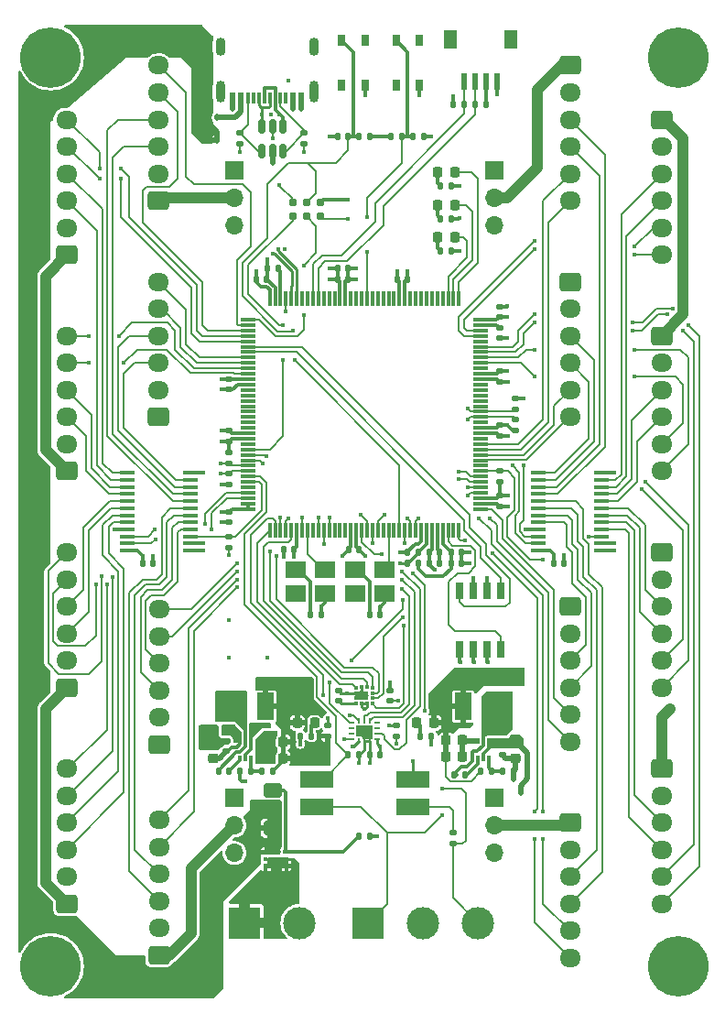
<source format=gbr>
%TF.GenerationSoftware,KiCad,Pcbnew,7.0.1*%
%TF.CreationDate,2023-07-17T00:48:34+01:00*%
%TF.ProjectId,Sensor Hub Board,53656e73-6f72-4204-9875-6220426f6172,rev?*%
%TF.SameCoordinates,Original*%
%TF.FileFunction,Copper,L1,Top*%
%TF.FilePolarity,Positive*%
%FSLAX46Y46*%
G04 Gerber Fmt 4.6, Leading zero omitted, Abs format (unit mm)*
G04 Created by KiCad (PCBNEW 7.0.1) date 2023-07-17 00:48:34*
%MOMM*%
%LPD*%
G01*
G04 APERTURE LIST*
G04 Aperture macros list*
%AMRoundRect*
0 Rectangle with rounded corners*
0 $1 Rounding radius*
0 $2 $3 $4 $5 $6 $7 $8 $9 X,Y pos of 4 corners*
0 Add a 4 corners polygon primitive as box body*
4,1,4,$2,$3,$4,$5,$6,$7,$8,$9,$2,$3,0*
0 Add four circle primitives for the rounded corners*
1,1,$1+$1,$2,$3*
1,1,$1+$1,$4,$5*
1,1,$1+$1,$6,$7*
1,1,$1+$1,$8,$9*
0 Add four rect primitives between the rounded corners*
20,1,$1+$1,$2,$3,$4,$5,0*
20,1,$1+$1,$4,$5,$6,$7,0*
20,1,$1+$1,$6,$7,$8,$9,0*
20,1,$1+$1,$8,$9,$2,$3,0*%
G04 Aperture macros list end*
%TA.AperFunction,SMDPad,CuDef*%
%ADD10RoundRect,0.218750X-0.218750X-0.256250X0.218750X-0.256250X0.218750X0.256250X-0.218750X0.256250X0*%
%TD*%
%TA.AperFunction,SMDPad,CuDef*%
%ADD11R,1.475000X0.450000*%
%TD*%
%TA.AperFunction,ComponentPad*%
%ADD12R,3.000000X3.000000*%
%TD*%
%TA.AperFunction,ComponentPad*%
%ADD13C,3.000000*%
%TD*%
%TA.AperFunction,SMDPad,CuDef*%
%ADD14R,0.482600X0.254000*%
%TD*%
%TA.AperFunction,SMDPad,CuDef*%
%ADD15R,0.254000X0.482600*%
%TD*%
%TA.AperFunction,SMDPad,CuDef*%
%ADD16RoundRect,0.135000X0.185000X-0.135000X0.185000X0.135000X-0.185000X0.135000X-0.185000X-0.135000X0*%
%TD*%
%TA.AperFunction,SMDPad,CuDef*%
%ADD17RoundRect,0.150000X0.150000X-0.512500X0.150000X0.512500X-0.150000X0.512500X-0.150000X-0.512500X0*%
%TD*%
%TA.AperFunction,SMDPad,CuDef*%
%ADD18RoundRect,0.225000X-0.250000X0.225000X-0.250000X-0.225000X0.250000X-0.225000X0.250000X0.225000X0*%
%TD*%
%TA.AperFunction,SMDPad,CuDef*%
%ADD19R,1.950000X1.650000*%
%TD*%
%TA.AperFunction,SMDPad,CuDef*%
%ADD20RoundRect,0.140000X-0.170000X0.140000X-0.170000X-0.140000X0.170000X-0.140000X0.170000X0.140000X0*%
%TD*%
%TA.AperFunction,SMDPad,CuDef*%
%ADD21RoundRect,0.135000X0.135000X0.185000X-0.135000X0.185000X-0.135000X-0.185000X0.135000X-0.185000X0*%
%TD*%
%TA.AperFunction,SMDPad,CuDef*%
%ADD22RoundRect,0.140000X0.140000X0.170000X-0.140000X0.170000X-0.140000X-0.170000X0.140000X-0.170000X0*%
%TD*%
%TA.AperFunction,SMDPad,CuDef*%
%ADD23R,0.600000X1.550000*%
%TD*%
%TA.AperFunction,SMDPad,CuDef*%
%ADD24R,1.200000X1.800000*%
%TD*%
%TA.AperFunction,SMDPad,CuDef*%
%ADD25RoundRect,0.135000X-0.135000X-0.185000X0.135000X-0.185000X0.135000X0.185000X-0.135000X0.185000X0*%
%TD*%
%TA.AperFunction,ComponentPad*%
%ADD26C,5.600000*%
%TD*%
%TA.AperFunction,ComponentPad*%
%ADD27RoundRect,0.250000X0.725000X-0.600000X0.725000X0.600000X-0.725000X0.600000X-0.725000X-0.600000X0*%
%TD*%
%TA.AperFunction,ComponentPad*%
%ADD28O,1.950000X1.700000*%
%TD*%
%TA.AperFunction,SMDPad,CuDef*%
%ADD29RoundRect,0.140000X0.170000X-0.140000X0.170000X0.140000X-0.170000X0.140000X-0.170000X-0.140000X0*%
%TD*%
%TA.AperFunction,SMDPad,CuDef*%
%ADD30RoundRect,0.140000X-0.140000X-0.170000X0.140000X-0.170000X0.140000X0.170000X-0.140000X0.170000X0*%
%TD*%
%TA.AperFunction,SMDPad,CuDef*%
%ADD31RoundRect,0.225000X0.225000X0.250000X-0.225000X0.250000X-0.225000X-0.250000X0.225000X-0.250000X0*%
%TD*%
%TA.AperFunction,SMDPad,CuDef*%
%ADD32RoundRect,0.135000X-0.185000X0.135000X-0.185000X-0.135000X0.185000X-0.135000X0.185000X0.135000X0*%
%TD*%
%TA.AperFunction,SMDPad,CuDef*%
%ADD33R,0.300000X0.475000*%
%TD*%
%TA.AperFunction,SMDPad,CuDef*%
%ADD34R,1.500000X2.500000*%
%TD*%
%TA.AperFunction,ComponentPad*%
%ADD35R,1.700000X1.700000*%
%TD*%
%TA.AperFunction,ComponentPad*%
%ADD36O,1.700000X1.700000*%
%TD*%
%TA.AperFunction,ComponentPad*%
%ADD37RoundRect,0.250000X-0.725000X0.600000X-0.725000X-0.600000X0.725000X-0.600000X0.725000X0.600000X0*%
%TD*%
%TA.AperFunction,SMDPad,CuDef*%
%ADD38R,0.650000X1.500000*%
%TD*%
%TA.AperFunction,SMDPad,CuDef*%
%ADD39RoundRect,0.225000X-0.225000X-0.250000X0.225000X-0.250000X0.225000X0.250000X-0.225000X0.250000X0*%
%TD*%
%TA.AperFunction,SMDPad,CuDef*%
%ADD40RoundRect,0.218750X0.218750X0.256250X-0.218750X0.256250X-0.218750X-0.256250X0.218750X-0.256250X0*%
%TD*%
%TA.AperFunction,ConnectorPad*%
%ADD41C,0.787400*%
%TD*%
%TA.AperFunction,SMDPad,CuDef*%
%ADD42RoundRect,0.112500X0.112500X-0.187500X0.112500X0.187500X-0.112500X0.187500X-0.112500X-0.187500X0*%
%TD*%
%TA.AperFunction,SMDPad,CuDef*%
%ADD43R,0.600000X1.140000*%
%TD*%
%TA.AperFunction,SMDPad,CuDef*%
%ADD44R,0.300000X1.140000*%
%TD*%
%TA.AperFunction,ComponentPad*%
%ADD45O,0.900000X2.000000*%
%TD*%
%TA.AperFunction,ComponentPad*%
%ADD46O,0.900000X1.700000*%
%TD*%
%TA.AperFunction,SMDPad,CuDef*%
%ADD47R,0.650000X1.050000*%
%TD*%
%TA.AperFunction,SMDPad,CuDef*%
%ADD48R,0.300000X1.475000*%
%TD*%
%TA.AperFunction,SMDPad,CuDef*%
%ADD49R,1.475000X0.300000*%
%TD*%
%TA.AperFunction,SMDPad,CuDef*%
%ADD50R,0.350000X0.400000*%
%TD*%
%TA.AperFunction,SMDPad,CuDef*%
%ADD51R,0.500000X0.400000*%
%TD*%
%TA.AperFunction,SMDPad,CuDef*%
%ADD52R,0.920000X0.285000*%
%TD*%
%TA.AperFunction,SMDPad,CuDef*%
%ADD53R,1.600000X1.050000*%
%TD*%
%TA.AperFunction,SMDPad,CuDef*%
%ADD54R,3.100000X1.600000*%
%TD*%
%TA.AperFunction,SMDPad,CuDef*%
%ADD55R,0.375000X0.350000*%
%TD*%
%TA.AperFunction,SMDPad,CuDef*%
%ADD56R,0.350000X0.375000*%
%TD*%
%TA.AperFunction,SMDPad,CuDef*%
%ADD57RoundRect,0.250000X0.600000X-0.400000X0.600000X0.400000X-0.600000X0.400000X-0.600000X-0.400000X0*%
%TD*%
%TA.AperFunction,ViaPad*%
%ADD58C,0.450000*%
%TD*%
%TA.AperFunction,Conductor*%
%ADD59C,0.300000*%
%TD*%
%TA.AperFunction,Conductor*%
%ADD60C,0.200000*%
%TD*%
%TA.AperFunction,Conductor*%
%ADD61C,0.500000*%
%TD*%
%TA.AperFunction,Conductor*%
%ADD62C,0.250000*%
%TD*%
%TA.AperFunction,Conductor*%
%ADD63C,1.000000*%
%TD*%
G04 APERTURE END LIST*
D10*
%TO.P,D202,1,K*%
%TO.N,/Power/5V_LED_K*%
X144862500Y-119500000D03*
%TO.P,D202,2,A*%
%TO.N,+5V*%
X146437500Y-119500000D03*
%TD*%
D11*
%TO.P,U403,1,A0*%
%TO.N,GND*%
X123938000Y-103575000D03*
%TO.P,U403,2,A1*%
X123938000Y-102925000D03*
%TO.P,U403,3,~{RESET}*%
%TO.N,MUX1_RST*%
X123938000Y-102275000D03*
%TO.P,U403,4,SD0*%
%TO.N,SDA9*%
X123938000Y-101625000D03*
%TO.P,U403,5,SC0*%
%TO.N,SCL9*%
X123938000Y-100975000D03*
%TO.P,U403,6,SD1*%
%TO.N,SDA8*%
X123938000Y-100325000D03*
%TO.P,U403,7,SC1*%
%TO.N,SCL8*%
X123938000Y-99675000D03*
%TO.P,U403,8,SD2*%
%TO.N,SDA15*%
X123938000Y-99025000D03*
%TO.P,U403,9,SC2*%
%TO.N,SCL15*%
X123938000Y-98375000D03*
%TO.P,U403,10,SD3*%
%TO.N,SDA13*%
X123938000Y-97725000D03*
%TO.P,U403,11,SC3*%
%TO.N,SCL13*%
X123938000Y-97075000D03*
%TO.P,U403,12,GND*%
%TO.N,GND*%
X123938000Y-96425000D03*
%TO.P,U403,13,SD4*%
%TO.N,SDA14*%
X118062000Y-96425000D03*
%TO.P,U403,14,SC4*%
%TO.N,SCL14*%
X118062000Y-97075000D03*
%TO.P,U403,15,SD5*%
%TO.N,SDA12*%
X118062000Y-97725000D03*
%TO.P,U403,16,SC5*%
%TO.N,SCL12*%
X118062000Y-98375000D03*
%TO.P,U403,17,SD6*%
%TO.N,SDA11*%
X118062000Y-99025000D03*
%TO.P,U403,18,SC6*%
%TO.N,SCL11*%
X118062000Y-99675000D03*
%TO.P,U403,19,SD7*%
%TO.N,SDA10*%
X118062000Y-100325000D03*
%TO.P,U403,20,SC7*%
%TO.N,SCL10*%
X118062000Y-100975000D03*
%TO.P,U403,21,A2*%
%TO.N,GND*%
X118062000Y-101625000D03*
%TO.P,U403,22,SCL*%
%TO.N,SCL1_MCU*%
X118062000Y-102275000D03*
%TO.P,U403,23,SDA*%
%TO.N,SDA1_MCU*%
X118062000Y-102925000D03*
%TO.P,U403,24,VCC*%
%TO.N,+3.3V*%
X118062000Y-103575000D03*
%TD*%
D12*
%TO.P,J302,1,Pin_1*%
%TO.N,/Microcontroller/CANH*%
X140380000Y-138000000D03*
D13*
%TO.P,J302,2,Pin_2*%
%TO.N,GND*%
X145460000Y-138000000D03*
%TO.P,J302,3,Pin_3*%
%TO.N,/Microcontroller/CANL*%
X150540000Y-138000000D03*
%TD*%
D14*
%TO.P,U402,1,SDO*%
%TO.N,IMU_MISO*%
X138793499Y-119499999D03*
%TO.P,U402,2,ASDX*%
%TO.N,unconnected-(U402-ASDX-Pad2)*%
X138793499Y-120000000D03*
%TO.P,U402,3,ASCX*%
%TO.N,unconnected-(U402-ASCX-Pad3)*%
X138793499Y-120500000D03*
%TO.P,U402,4,INT1*%
%TO.N,IMU_INT1*%
X138793499Y-121000001D03*
D15*
%TO.P,U402,5,VDDIO*%
%TO.N,+3.3V*%
X139500000Y-121202500D03*
%TO.P,U402,6,GNDIO*%
%TO.N,GND*%
X139999999Y-121202500D03*
%TO.P,U402,7,GND*%
X140499998Y-121202500D03*
D14*
%TO.P,U402,8,VDD*%
%TO.N,+3.3V*%
X141206499Y-121000001D03*
%TO.P,U402,9,INT2*%
%TO.N,IMU_INT2*%
X141206499Y-120500000D03*
%TO.P,U402,10,OCSB*%
%TO.N,unconnected-(U402-OCSB-Pad10)*%
X141206499Y-120000000D03*
%TO.P,U402,11,OSDO*%
%TO.N,unconnected-(U402-OSDO-Pad11)*%
X141206499Y-119499999D03*
D15*
%TO.P,U402,12,CSB*%
%TO.N,IMU_CS*%
X140499998Y-119297500D03*
%TO.P,U402,13,SCX*%
%TO.N,IMU_SCK*%
X139999999Y-119297500D03*
%TO.P,U402,14,SDX*%
%TO.N,IMU_MOSI*%
X139500000Y-119297500D03*
%TD*%
D16*
%TO.P,R314,1*%
%TO.N,+3.3V*%
X154000000Y-92510000D03*
%TO.P,R314,2*%
%TO.N,SCL4_MCU*%
X154000000Y-91490000D03*
%TD*%
D17*
%TO.P,U302,1,IO1*%
%TO.N,/Microcontroller/CC2*%
X130550000Y-66637500D03*
%TO.P,U302,2,GND*%
%TO.N,GND*%
X131500000Y-66637500D03*
%TO.P,U302,3,IO2*%
%TO.N,/Microcontroller/CC1*%
X132450000Y-66637500D03*
%TO.P,U302,4,IO3*%
%TO.N,USB_DN*%
X132450000Y-64362500D03*
%TO.P,U302,5,VBUS*%
%TO.N,VBUS*%
X131500000Y-64362500D03*
%TO.P,U302,6,IO4*%
%TO.N,USB_DP*%
X130550000Y-64362500D03*
%TD*%
D18*
%TO.P,C202,1*%
%TO.N,VIN*%
X126000000Y-121225000D03*
%TO.P,C202,2*%
%TO.N,GND*%
X126000000Y-122775000D03*
%TD*%
D16*
%TO.P,R310,1*%
%TO.N,+3.3V*%
X127500000Y-97510000D03*
%TO.P,R310,2*%
%TO.N,SDA1_MCU*%
X127500000Y-96490000D03*
%TD*%
D19*
%TO.P,X301,1,OE*%
%TO.N,unconnected-(X301-OE-Pad1)*%
X139125000Y-107600000D03*
%TO.P,X301,2,GND*%
%TO.N,GND*%
X141875000Y-107600000D03*
%TO.P,X301,3,OUT*%
%TO.N,OSC25M*%
X141875000Y-105400000D03*
%TO.P,X301,4,VDD*%
%TO.N,+3.3V*%
X139125000Y-105400000D03*
%TD*%
D20*
%TO.P,C204,1*%
%TO.N,VIN*%
X127250000Y-121170000D03*
%TO.P,C204,2*%
%TO.N,GND*%
X127250000Y-122130000D03*
%TD*%
%TO.P,C315,1*%
%TO.N,+3.3V*%
X152500000Y-98520000D03*
%TO.P,C315,2*%
%TO.N,GND*%
X152500000Y-99480000D03*
%TD*%
D21*
%TO.P,R204,1*%
%TO.N,+3.3V*%
X131510000Y-124000000D03*
%TO.P,R204,2*%
%TO.N,/Power/3V3_FB*%
X130490000Y-124000000D03*
%TD*%
D20*
%TO.P,C203,1*%
%TO.N,VIN*%
X152750000Y-121520000D03*
%TO.P,C203,2*%
%TO.N,GND*%
X152750000Y-122480000D03*
%TD*%
D22*
%TO.P,C205,1*%
%TO.N,/Power/5V_BST*%
X149280000Y-124300000D03*
%TO.P,C205,2*%
%TO.N,/Power/5V_SW*%
X148320000Y-124300000D03*
%TD*%
D23*
%TO.P,J304,1,1*%
%TO.N,GND*%
X152260000Y-60230000D03*
%TO.P,J304,2,2*%
%TO.N,+3.3V*%
X151260000Y-60230000D03*
%TO.P,J304,3,3*%
%TO.N,SDA3_MCU*%
X150260000Y-60230000D03*
%TO.P,J304,4,4*%
%TO.N,SCL3_MCU*%
X149260000Y-60230000D03*
D24*
%TO.P,J304,S1,SHIELD*%
%TO.N,unconnected-(J304-SHIELD-PadS1)*%
X153560000Y-56355000D03*
%TO.P,J304,S2,SHIELD*%
%TO.N,unconnected-(J304-SHIELD-PadS2)*%
X147960000Y-56355000D03*
%TD*%
D25*
%TO.P,R203,1*%
%TO.N,/Power/5V_FB*%
X152790000Y-124000000D03*
%TO.P,R203,2*%
%TO.N,GND*%
X153810000Y-124000000D03*
%TD*%
D21*
%TO.P,R207,1*%
%TO.N,/Power/3V3_LED_K*%
X135110000Y-120750000D03*
%TO.P,R207,2*%
%TO.N,GND*%
X134090000Y-120750000D03*
%TD*%
D26*
%TO.P,H103,1,1*%
%TO.N,unconnected-(H103-Pad1)*%
X169000000Y-58000000D03*
%TD*%
D27*
%TO.P,J415,1,Pin_1*%
%TO.N,VDDIO4*%
X120975000Y-91250000D03*
D28*
%TO.P,J415,2,Pin_2*%
%TO.N,GND*%
X120975000Y-88750000D03*
%TO.P,J415,3,Pin_3*%
%TO.N,SCL13*%
X120975000Y-86250000D03*
%TO.P,J415,4,Pin_4*%
%TO.N,SDA13*%
X120975000Y-83750000D03*
%TO.P,J415,5,Pin_5*%
%TO.N,GPIO13A*%
X120975000Y-81250000D03*
%TO.P,J415,6,Pin_6*%
%TO.N,GPIO13B*%
X120975000Y-78750000D03*
%TD*%
D22*
%TO.P,C322,1*%
%TO.N,+3.3V*%
X133480000Y-103500000D03*
%TO.P,C322,2*%
%TO.N,GND*%
X132520000Y-103500000D03*
%TD*%
D25*
%TO.P,R306,1*%
%TO.N,BOOT0*%
X138490000Y-122500000D03*
%TO.P,R306,2*%
%TO.N,GND*%
X139510000Y-122500000D03*
%TD*%
D29*
%TO.P,C312,1*%
%TO.N,+3.3V*%
X127500000Y-93480000D03*
%TO.P,C312,2*%
%TO.N,GND*%
X127500000Y-92520000D03*
%TD*%
D21*
%TO.P,R302,1*%
%TO.N,GND*%
X148070000Y-69900000D03*
%TO.P,R302,2*%
%TO.N,/Microcontroller/LEDG_K*%
X147050000Y-69900000D03*
%TD*%
D30*
%TO.P,C318,1*%
%TO.N,+3.3V*%
X143020000Y-78500000D03*
%TO.P,C318,2*%
%TO.N,GND*%
X143980000Y-78500000D03*
%TD*%
D10*
%TO.P,D303,1,K*%
%TO.N,/Microcontroller/LEDB_K*%
X146772500Y-74650000D03*
%TO.P,D303,2,A*%
%TO.N,LEDB*%
X148347500Y-74650000D03*
%TD*%
D30*
%TO.P,C401,1*%
%TO.N,+3.3V*%
X157520000Y-104750000D03*
%TO.P,C401,2*%
%TO.N,GND*%
X158480000Y-104750000D03*
%TD*%
D25*
%TO.P,R202,1*%
%TO.N,+5V*%
X150790000Y-124000000D03*
%TO.P,R202,2*%
%TO.N,/Power/5V_FB*%
X151810000Y-124000000D03*
%TD*%
D30*
%TO.P,C404,1*%
%TO.N,+3.3V*%
X119520000Y-104800000D03*
%TO.P,C404,2*%
%TO.N,GND*%
X120480000Y-104800000D03*
%TD*%
D31*
%TO.P,C210,1*%
%TO.N,+3.3V*%
X132475000Y-121300000D03*
%TO.P,C210,2*%
%TO.N,GND*%
X130925000Y-121300000D03*
%TD*%
D22*
%TO.P,C304,1*%
%TO.N,/Microcontroller/VREF+*%
X146980000Y-103750000D03*
%TO.P,C304,2*%
%TO.N,GND*%
X146020000Y-103750000D03*
%TD*%
D30*
%TO.P,C309,1*%
%TO.N,/Microcontroller/VDDA*%
X148020000Y-104750000D03*
%TO.P,C309,2*%
%TO.N,GND*%
X148980000Y-104750000D03*
%TD*%
D32*
%TO.P,R402,1*%
%TO.N,MUX1_RST*%
X127509000Y-102273000D03*
%TO.P,R402,2*%
%TO.N,+3.3V*%
X127509000Y-103293000D03*
%TD*%
D29*
%TO.P,C402,1*%
%TO.N,+3.3V*%
X136600000Y-120730000D03*
%TO.P,C402,2*%
%TO.N,GND*%
X136600000Y-119770000D03*
%TD*%
%TO.P,C406,1*%
%TO.N,+3.3V*%
X143000000Y-120730000D03*
%TO.P,C406,2*%
%TO.N,GND*%
X143000000Y-119770000D03*
%TD*%
D33*
%TO.P,IC202,1,VIN*%
%TO.N,VIN*%
X129500000Y-121162000D03*
%TO.P,IC202,2,SW*%
%TO.N,/Power/3V3_SW*%
X129000000Y-121162000D03*
%TO.P,IC202,3,GND*%
%TO.N,GND*%
X128500000Y-121162000D03*
%TO.P,IC202,4,BST*%
%TO.N,/Power/3V3_BST*%
X128500000Y-122838000D03*
%TO.P,IC202,5,EN*%
%TO.N,VIN*%
X129000000Y-122838000D03*
%TO.P,IC202,6,FB*%
%TO.N,/Power/3V3_FB*%
X129500000Y-122838000D03*
%TD*%
D27*
%TO.P,J412,1,Pin_1*%
%TO.N,VDDIO4*%
X112475000Y-76250000D03*
D28*
%TO.P,J412,2,Pin_2*%
%TO.N,GND*%
X112475000Y-73750000D03*
%TO.P,J412,3,Pin_3*%
%TO.N,SCL14*%
X112475000Y-71250000D03*
%TO.P,J412,4,Pin_4*%
%TO.N,SDA14*%
X112475000Y-68750000D03*
%TO.P,J412,5,Pin_5*%
%TO.N,GPIO14A*%
X112475000Y-66250000D03*
%TO.P,J412,6,Pin_6*%
%TO.N,GPIO14B*%
X112475000Y-63750000D03*
%TD*%
D20*
%TO.P,C308,1*%
%TO.N,+3.3V*%
X152500000Y-92020000D03*
%TO.P,C308,2*%
%TO.N,GND*%
X152500000Y-92980000D03*
%TD*%
D30*
%TO.P,C301,1*%
%TO.N,+3.3V*%
X135020000Y-109500000D03*
%TO.P,C301,2*%
%TO.N,GND*%
X135980000Y-109500000D03*
%TD*%
D25*
%TO.P,R201,1*%
%TO.N,/Power/RP_PMOS_G*%
X139490000Y-130000000D03*
%TO.P,R201,2*%
%TO.N,GND*%
X140510000Y-130000000D03*
%TD*%
D34*
%TO.P,L202,1*%
%TO.N,/Power/3V3_SW*%
X127150000Y-118000000D03*
%TO.P,L202,2*%
%TO.N,+3.3V*%
X130850000Y-118000000D03*
%TD*%
D30*
%TO.P,C313,1*%
%TO.N,+3.3V*%
X137520000Y-78500000D03*
%TO.P,C313,2*%
%TO.N,GND*%
X138480000Y-78500000D03*
%TD*%
D22*
%TO.P,C316,1*%
%TO.N,+3.3V*%
X144980000Y-103750000D03*
%TO.P,C316,2*%
%TO.N,GND*%
X144020000Y-103750000D03*
%TD*%
D12*
%TO.P,J203,1,Pin_1*%
%TO.N,VIN_RAW*%
X128920000Y-138000000D03*
D13*
%TO.P,J203,2,Pin_2*%
%TO.N,GND*%
X134000000Y-138000000D03*
%TD*%
D25*
%TO.P,R311,1*%
%TO.N,+3.3V*%
X148250000Y-62320000D03*
%TO.P,R311,2*%
%TO.N,SCL3_MCU*%
X149270000Y-62320000D03*
%TD*%
D22*
%TO.P,C305,1*%
%TO.N,/Microcontroller/VREF+*%
X146980000Y-104750000D03*
%TO.P,C305,2*%
%TO.N,GND*%
X146020000Y-104750000D03*
%TD*%
D20*
%TO.P,C311,1*%
%TO.N,+3.3V*%
X127500000Y-100020000D03*
%TO.P,C311,2*%
%TO.N,GND*%
X127500000Y-100980000D03*
%TD*%
D35*
%TO.P,JP402,1,A*%
%TO.N,+3.3V*%
X128000000Y-126460000D03*
D36*
%TO.P,JP402,2,C*%
%TO.N,VDDIO3*%
X128000000Y-129000000D03*
%TO.P,JP402,3,B*%
%TO.N,+5V*%
X128000000Y-131540000D03*
%TD*%
D10*
%TO.P,D301,1,K*%
%TO.N,/Microcontroller/LEDR_K*%
X146772500Y-71650000D03*
%TO.P,D301,2,A*%
%TO.N,LEDR*%
X148347500Y-71650000D03*
%TD*%
D26*
%TO.P,H102,1,1*%
%TO.N,unconnected-(H102-Pad1)*%
X111000000Y-142000000D03*
%TD*%
D10*
%TO.P,D302,1,K*%
%TO.N,/Microcontroller/LEDG_K*%
X146772500Y-68650000D03*
%TO.P,D302,2,A*%
%TO.N,LEDG*%
X148347500Y-68650000D03*
%TD*%
D19*
%TO.P,X302,1,OE*%
%TO.N,unconnected-(X302-OE-Pad1)*%
X133625000Y-107600000D03*
%TO.P,X302,2,GND*%
%TO.N,GND*%
X136375000Y-107600000D03*
%TO.P,X302,3,OUT*%
%TO.N,OSC32K*%
X136375000Y-105400000D03*
%TO.P,X302,4,VDD*%
%TO.N,+3.3V*%
X133625000Y-105400000D03*
%TD*%
D37*
%TO.P,J405,1,Pin_1*%
%TO.N,VDDIO1*%
X159025000Y-108750000D03*
D28*
%TO.P,J405,2,Pin_2*%
%TO.N,GND*%
X159025000Y-111250000D03*
%TO.P,J405,3,Pin_3*%
%TO.N,SCL1*%
X159025000Y-113750000D03*
%TO.P,J405,4,Pin_4*%
%TO.N,SDA1*%
X159025000Y-116250000D03*
%TO.P,J405,5,Pin_5*%
%TO.N,GPIO1A*%
X159025000Y-118750000D03*
%TO.P,J405,6,Pin_6*%
%TO.N,GPIO1B*%
X159025000Y-121250000D03*
%TD*%
D26*
%TO.P,H101,1,1*%
%TO.N,unconnected-(H101-Pad1)*%
X111000000Y-58000000D03*
%TD*%
D32*
%TO.P,R307,1*%
%TO.N,/Microcontroller/CC1*%
X134450000Y-64990000D03*
%TO.P,R307,2*%
%TO.N,GND*%
X134450000Y-66010000D03*
%TD*%
D21*
%TO.P,R313,1*%
%TO.N,BTN*%
X143500000Y-65300000D03*
%TO.P,R313,2*%
%TO.N,+3.3V*%
X142480000Y-65300000D03*
%TD*%
D30*
%TO.P,C307,1*%
%TO.N,/Microcontroller/VDDA*%
X148040000Y-103750000D03*
%TO.P,C307,2*%
%TO.N,GND*%
X149000000Y-103750000D03*
%TD*%
D18*
%TO.P,C201,1*%
%TO.N,VIN*%
X154000000Y-121225000D03*
%TO.P,C201,2*%
%TO.N,GND*%
X154000000Y-122775000D03*
%TD*%
D29*
%TO.P,C403,1*%
%TO.N,+3.3V*%
X142400000Y-117460000D03*
%TO.P,C403,2*%
%TO.N,GND*%
X142400000Y-116500000D03*
%TD*%
D30*
%TO.P,C306,1*%
%TO.N,+3.3V*%
X130020000Y-78500000D03*
%TO.P,C306,2*%
%TO.N,GND*%
X130980000Y-78500000D03*
%TD*%
D35*
%TO.P,JP403,1,A*%
%TO.N,+3.3V*%
X152000000Y-68475000D03*
D36*
%TO.P,JP403,2,C*%
%TO.N,VDDIO2*%
X152000000Y-71015000D03*
%TO.P,JP403,3,B*%
%TO.N,+5V*%
X152000000Y-73555000D03*
%TD*%
D22*
%TO.P,C302,1*%
%TO.N,GND*%
X141480000Y-109500000D03*
%TO.P,C302,2*%
%TO.N,+3.3V*%
X140520000Y-109500000D03*
%TD*%
D38*
%TO.P,IC301,1,TXD*%
%TO.N,CAN_TX*%
X152655000Y-107300000D03*
%TO.P,IC301,2,GND*%
%TO.N,GND*%
X151385000Y-107300000D03*
%TO.P,IC301,3,VCC*%
%TO.N,+5V*%
X150115000Y-107300000D03*
%TO.P,IC301,4,RXD*%
%TO.N,CAN_RX*%
X148845000Y-107300000D03*
%TO.P,IC301,5,VIO*%
%TO.N,+3.3V*%
X148845000Y-112700000D03*
%TO.P,IC301,6,CANL*%
%TO.N,/Microcontroller/CANL*%
X150115000Y-112700000D03*
%TO.P,IC301,7,CANH*%
%TO.N,/Microcontroller/CANH*%
X151385000Y-112700000D03*
%TO.P,IC301,8,S*%
%TO.N,SILENT*%
X152655000Y-112700000D03*
%TD*%
D22*
%TO.P,C323,1*%
%TO.N,/Microcontroller/VCAP2*%
X132000000Y-77500000D03*
%TO.P,C323,2*%
%TO.N,GND*%
X131040000Y-77500000D03*
%TD*%
D37*
%TO.P,J402,1,Pin_1*%
%TO.N,VDDIO1*%
X167525000Y-123750000D03*
D28*
%TO.P,J402,2,Pin_2*%
%TO.N,GND*%
X167525000Y-126250000D03*
%TO.P,J402,3,Pin_3*%
%TO.N,SCL2*%
X167525000Y-128750000D03*
%TO.P,J402,4,Pin_4*%
%TO.N,SDA2*%
X167525000Y-131250000D03*
%TO.P,J402,5,Pin_5*%
%TO.N,GPIO2A*%
X167525000Y-133750000D03*
%TO.P,J402,6,Pin_6*%
%TO.N,GPIO2B*%
X167525000Y-136250000D03*
%TD*%
D26*
%TO.P,H104,1,1*%
%TO.N,unconnected-(H104-Pad1)*%
X169000000Y-142000000D03*
%TD*%
D27*
%TO.P,J407,1,Pin_1*%
%TO.N,VDDIO3*%
X121000000Y-121500000D03*
D28*
%TO.P,J407,2,Pin_2*%
%TO.N,GND*%
X121000000Y-119000000D03*
%TO.P,J407,3,Pin_3*%
%TO.N,SCL9*%
X121000000Y-116500000D03*
%TO.P,J407,4,Pin_4*%
%TO.N,SDA9*%
X121000000Y-114000000D03*
%TO.P,J407,5,Pin_5*%
%TO.N,GPIO9A*%
X121000000Y-111500000D03*
%TO.P,J407,6,Pin_6*%
%TO.N,GPIO9B*%
X121000000Y-109000000D03*
%TD*%
D31*
%TO.P,C208,1*%
%TO.N,+3.3V*%
X132475000Y-122800000D03*
%TO.P,C208,2*%
%TO.N,GND*%
X130925000Y-122800000D03*
%TD*%
D39*
%TO.P,C209,1*%
%TO.N,+5V*%
X147550000Y-122650000D03*
%TO.P,C209,2*%
%TO.N,GND*%
X149100000Y-122650000D03*
%TD*%
D37*
%TO.P,J406,1,Pin_1*%
%TO.N,VDDIO1*%
X167525000Y-103750000D03*
D28*
%TO.P,J406,2,Pin_2*%
%TO.N,GND*%
X167525000Y-106250000D03*
%TO.P,J406,3,Pin_3*%
%TO.N,SCL3*%
X167525000Y-108750000D03*
%TO.P,J406,4,Pin_4*%
%TO.N,SDA3*%
X167525000Y-111250000D03*
%TO.P,J406,5,Pin_5*%
%TO.N,GPIO3A*%
X167525000Y-113750000D03*
%TO.P,J406,6,Pin_6*%
%TO.N,GPIO3B*%
X167525000Y-116250000D03*
%TD*%
D29*
%TO.P,C320,1*%
%TO.N,+3.3V*%
X152500000Y-81980000D03*
%TO.P,C320,2*%
%TO.N,GND*%
X152500000Y-81020000D03*
%TD*%
D21*
%TO.P,R205,1*%
%TO.N,/Power/3V3_FB*%
X129510000Y-124000000D03*
%TO.P,R205,2*%
%TO.N,GND*%
X128490000Y-124000000D03*
%TD*%
D32*
%TO.P,R401,1*%
%TO.N,MUX2_RST*%
X152500000Y-96240000D03*
%TO.P,R401,2*%
%TO.N,+3.3V*%
X152500000Y-97260000D03*
%TD*%
D37*
%TO.P,J410,1,Pin_1*%
%TO.N,VDDIO2*%
X159025000Y-58750000D03*
D28*
%TO.P,J410,2,Pin_2*%
%TO.N,GND*%
X159025000Y-61250000D03*
%TO.P,J410,3,Pin_3*%
%TO.N,SCL6*%
X159025000Y-63750000D03*
%TO.P,J410,4,Pin_4*%
%TO.N,SDA6*%
X159025000Y-66250000D03*
%TO.P,J410,5,Pin_5*%
%TO.N,GPIO6A*%
X159025000Y-68750000D03*
%TO.P,J410,6,Pin_6*%
%TO.N,GPIO6B*%
X159025000Y-71250000D03*
%TD*%
D37*
%TO.P,J413,1,Pin_1*%
%TO.N,VDDIO2*%
X167525000Y-63750000D03*
D28*
%TO.P,J413,2,Pin_2*%
%TO.N,GND*%
X167525000Y-66250000D03*
%TO.P,J413,3,Pin_3*%
%TO.N,SCL5*%
X167525000Y-68750000D03*
%TO.P,J413,4,Pin_4*%
%TO.N,SDA5*%
X167525000Y-71250000D03*
%TO.P,J413,5,Pin_5*%
%TO.N,GPIO5A*%
X167525000Y-73750000D03*
%TO.P,J413,6,Pin_6*%
%TO.N,GPIO5B*%
X167525000Y-76250000D03*
%TD*%
D27*
%TO.P,J403,1,Pin_1*%
%TO.N,VDDIO3*%
X121000000Y-141000000D03*
D28*
%TO.P,J403,2,Pin_2*%
%TO.N,GND*%
X121000000Y-138500000D03*
%TO.P,J403,3,Pin_3*%
%TO.N,SCL8*%
X121000000Y-136000000D03*
%TO.P,J403,4,Pin_4*%
%TO.N,SDA8*%
X121000000Y-133500000D03*
%TO.P,J403,5,Pin_5*%
%TO.N,GPIO8A*%
X121000000Y-131000000D03*
%TO.P,J403,6,Pin_6*%
%TO.N,GPIO8B*%
X121000000Y-128500000D03*
%TD*%
D40*
%TO.P,D203,1,K*%
%TO.N,/Power/3V3_LED_K*%
X135387500Y-119500000D03*
%TO.P,D203,2,A*%
%TO.N,+3.3V*%
X133812500Y-119500000D03*
%TD*%
D41*
%TO.P,J301,1,VCC*%
%TO.N,+3.3V*%
X135895000Y-71445000D03*
%TO.P,J301,2,SWDIO*%
%TO.N,SWDIO*%
X135895000Y-72715000D03*
%TO.P,J301,3,~{RESET}*%
%TO.N,NRST*%
X134625000Y-71445000D03*
%TO.P,J301,4,SWCLK*%
%TO.N,SWCLK*%
X134625000Y-72715000D03*
%TO.P,J301,5,GND*%
%TO.N,GND*%
X133355000Y-71445000D03*
%TO.P,J301,6,SWO*%
%TO.N,SWO*%
X133355000Y-72715000D03*
%TD*%
D27*
%TO.P,J416,1,Pin_1*%
%TO.N,VDDIO4*%
X120975000Y-71250000D03*
D28*
%TO.P,J416,2,Pin_2*%
%TO.N,GND*%
X120975000Y-68750000D03*
%TO.P,J416,3,Pin_3*%
%TO.N,SCL15*%
X120975000Y-66250000D03*
%TO.P,J416,4,Pin_4*%
%TO.N,SDA15*%
X120975000Y-63750000D03*
%TO.P,J416,5,Pin_5*%
%TO.N,GPIO15A*%
X120975000Y-61250000D03*
%TO.P,J416,6,Pin_6*%
%TO.N,GPIO15B*%
X120975000Y-58750000D03*
%TD*%
D32*
%TO.P,R309,1*%
%TO.N,+3.3V*%
X127500000Y-94490000D03*
%TO.P,R309,2*%
%TO.N,SCL1_MCU*%
X127500000Y-95510000D03*
%TD*%
D27*
%TO.P,J411,1,Pin_1*%
%TO.N,VDDIO4*%
X112475000Y-96250000D03*
D28*
%TO.P,J411,2,Pin_2*%
%TO.N,GND*%
X112475000Y-93750000D03*
%TO.P,J411,3,Pin_3*%
%TO.N,SCL12*%
X112475000Y-91250000D03*
%TO.P,J411,4,Pin_4*%
%TO.N,SDA12*%
X112475000Y-88750000D03*
%TO.P,J411,5,Pin_5*%
%TO.N,GPIO12A*%
X112475000Y-86250000D03*
%TO.P,J411,6,Pin_6*%
%TO.N,GPIO12B*%
X112475000Y-83750000D03*
%TD*%
D22*
%TO.P,C206,1*%
%TO.N,/Power/3V3_BST*%
X127480000Y-124000000D03*
%TO.P,C206,2*%
%TO.N,/Power/3V3_SW*%
X126520000Y-124000000D03*
%TD*%
D29*
%TO.P,C310,1*%
%TO.N,+3.3V*%
X127499000Y-88702000D03*
%TO.P,C310,2*%
%TO.N,GND*%
X127499000Y-87742000D03*
%TD*%
D39*
%TO.P,C207,1*%
%TO.N,+5V*%
X147550000Y-121130000D03*
%TO.P,C207,2*%
%TO.N,GND*%
X149100000Y-121130000D03*
%TD*%
D35*
%TO.P,JP404,1,A*%
%TO.N,+3.3V*%
X128000000Y-68460000D03*
D36*
%TO.P,JP404,2,C*%
%TO.N,VDDIO4*%
X128000000Y-71000000D03*
%TO.P,JP404,3,B*%
%TO.N,+5V*%
X128000000Y-73540000D03*
%TD*%
D34*
%TO.P,L201,1*%
%TO.N,/Power/5V_SW*%
X152850000Y-118000000D03*
%TO.P,L201,2*%
%TO.N,+5V*%
X149150000Y-118000000D03*
%TD*%
D30*
%TO.P,C314,1*%
%TO.N,+3.3V*%
X137520000Y-77500000D03*
%TO.P,C314,2*%
%TO.N,GND*%
X138480000Y-77500000D03*
%TD*%
D42*
%TO.P,D304,1,K*%
%TO.N,VIN*%
X126400000Y-65650000D03*
%TO.P,D304,2,A*%
%TO.N,VBUS*%
X126400000Y-63550000D03*
%TD*%
D25*
%TO.P,R206,1*%
%TO.N,/Power/5V_LED_K*%
X145140000Y-120750000D03*
%TO.P,R206,2*%
%TO.N,GND*%
X146160000Y-120750000D03*
%TD*%
D43*
%TO.P,J303,A1_B12,GND*%
%TO.N,GND*%
X134200000Y-61750000D03*
%TO.P,J303,A4_B9,VBUS*%
%TO.N,VBUS*%
X133400000Y-61750000D03*
D44*
%TO.P,J303,A5,CC1*%
%TO.N,/Microcontroller/CC1*%
X132250000Y-61750000D03*
%TO.P,J303,A6,DP1*%
%TO.N,USB_DP*%
X131250000Y-61750000D03*
%TO.P,J303,A7,DN1*%
%TO.N,USB_DN*%
X130750000Y-61750000D03*
%TO.P,J303,A8,SBU1*%
%TO.N,unconnected-(J303-SBU1-PadA8)*%
X129750000Y-61750000D03*
D43*
%TO.P,J303,B1_A12,GND*%
%TO.N,GND*%
X127800000Y-61750000D03*
%TO.P,J303,B4_A9,VBUS*%
%TO.N,VBUS*%
X128600000Y-61750000D03*
D44*
%TO.P,J303,B5,CC2*%
%TO.N,/Microcontroller/CC2*%
X129250000Y-61750000D03*
%TO.P,J303,B6,DP2*%
%TO.N,USB_DP*%
X130250000Y-61750000D03*
%TO.P,J303,B7,DN2*%
%TO.N,USB_DN*%
X131750000Y-61750000D03*
%TO.P,J303,B8,SBU2*%
%TO.N,unconnected-(J303-SBU2-PadB8)*%
X132750000Y-61750000D03*
D45*
%TO.P,J303,S1,SHIELD*%
%TO.N,unconnected-(J303-SHIELD-PadS1)*%
X135325000Y-61170000D03*
%TO.P,J303,S2,SHIELD*%
%TO.N,unconnected-(J303-SHIELD-PadS2)*%
X126675000Y-61170000D03*
D46*
%TO.P,J303,S3,SHIELD*%
%TO.N,unconnected-(J303-SHIELD-PadS3)*%
X135325000Y-57000000D03*
%TO.P,J303,S4,SHIELD*%
%TO.N,unconnected-(J303-SHIELD-PadS4)*%
X126675000Y-57000000D03*
%TD*%
D37*
%TO.P,J414,1,Pin_1*%
%TO.N,VDDIO2*%
X159025000Y-78750000D03*
D28*
%TO.P,J414,2,Pin_2*%
%TO.N,GND*%
X159025000Y-81250000D03*
%TO.P,J414,3,Pin_3*%
%TO.N,SCL7*%
X159025000Y-83750000D03*
%TO.P,J414,4,Pin_4*%
%TO.N,SDA7*%
X159025000Y-86250000D03*
%TO.P,J414,5,Pin_5*%
%TO.N,GPIO7A*%
X159025000Y-88750000D03*
%TO.P,J414,6,Pin_6*%
%TO.N,GPIO7B*%
X159025000Y-91250000D03*
%TD*%
D22*
%TO.P,C317,1*%
%TO.N,+3.3V*%
X139480000Y-103500000D03*
%TO.P,C317,2*%
%TO.N,GND*%
X138520000Y-103500000D03*
%TD*%
D47*
%TO.P,S301,1,NO_1*%
%TO.N,unconnected-(S301-NO_1-Pad1)*%
X137925000Y-60575000D03*
%TO.P,S301,2,NO_2*%
%TO.N,NRST*%
X137925000Y-56425000D03*
%TO.P,S301,3,COM_1*%
%TO.N,GND*%
X140075000Y-60575000D03*
%TO.P,S301,4,COM_2*%
%TO.N,unconnected-(S301-COM_2-Pad4)*%
X140075000Y-56425000D03*
%TD*%
D30*
%TO.P,C324,1*%
%TO.N,BTN*%
X144510000Y-65300000D03*
%TO.P,C324,2*%
%TO.N,GND*%
X145470000Y-65300000D03*
%TD*%
D25*
%TO.P,R304,1*%
%TO.N,NRST*%
X139490000Y-65300000D03*
%TO.P,R304,2*%
%TO.N,+3.3V*%
X140510000Y-65300000D03*
%TD*%
D32*
%TO.P,R308,1*%
%TO.N,/Microcontroller/CC2*%
X128500000Y-64990000D03*
%TO.P,R308,2*%
%TO.N,GND*%
X128500000Y-66010000D03*
%TD*%
D37*
%TO.P,J401,1,Pin_1*%
%TO.N,VDDIO1*%
X159025000Y-128750000D03*
D28*
%TO.P,J401,2,Pin_2*%
%TO.N,GND*%
X159025000Y-131250000D03*
%TO.P,J401,3,Pin_3*%
%TO.N,SCL0*%
X159025000Y-133750000D03*
%TO.P,J401,4,Pin_4*%
%TO.N,SDA0*%
X159025000Y-136250000D03*
%TO.P,J401,5,Pin_5*%
%TO.N,GPIO0A*%
X159025000Y-138750000D03*
%TO.P,J401,6,Pin_6*%
%TO.N,GPIO0B*%
X159025000Y-141250000D03*
%TD*%
D48*
%TO.P,IC302,1,PE2*%
%TO.N,MAG_SCK*%
X131250000Y-101738000D03*
%TO.P,IC302,2,PE3*%
%TO.N,IMU_INT1*%
X131750000Y-101738000D03*
%TO.P,IC302,3,PE4*%
%TO.N,MAG_CS*%
X132250000Y-101738000D03*
%TO.P,IC302,4,PE5*%
%TO.N,MAG_MISO*%
X132750000Y-101738000D03*
%TO.P,IC302,5,PE6*%
%TO.N,MAG_MOSI*%
X133250000Y-101738000D03*
%TO.P,IC302,6,VBAT*%
%TO.N,+3.3V*%
X133750000Y-101738000D03*
%TO.P,IC302,7,PC13*%
%TO.N,GPIO9B*%
X134250000Y-101738000D03*
%TO.P,IC302,8,PC14-OSC32_IN*%
%TO.N,OSC32K*%
X134750000Y-101738000D03*
%TO.P,IC302,9,PC15-OSC32_OUT*%
%TO.N,unconnected-(IC302-PC15-OSC32_OUT-Pad9)*%
X135250000Y-101738000D03*
%TO.P,IC302,10,PF0*%
%TO.N,GPIO9A*%
X135750000Y-101738000D03*
%TO.P,IC302,11,PF1*%
%TO.N,GPIO8B*%
X136250000Y-101738000D03*
%TO.P,IC302,12,PF2*%
%TO.N,GPIO8A*%
X136750000Y-101738000D03*
%TO.P,IC302,13,PF3*%
%TO.N,unconnected-(IC302-PF3-Pad13)*%
X137250000Y-101738000D03*
%TO.P,IC302,14,PF4*%
%TO.N,unconnected-(IC302-PF4-Pad14)*%
X137750000Y-101738000D03*
%TO.P,IC302,15,PF5*%
%TO.N,unconnected-(IC302-PF5-Pad15)*%
X138250000Y-101738000D03*
%TO.P,IC302,16,VSS_1*%
%TO.N,GND*%
X138750000Y-101738000D03*
%TO.P,IC302,17,VDD_1*%
%TO.N,+3.3V*%
X139250000Y-101738000D03*
%TO.P,IC302,18,PF6*%
%TO.N,IMU_CS*%
X139750000Y-101738000D03*
%TO.P,IC302,19,PF7*%
%TO.N,IMU_SCK*%
X140250000Y-101738000D03*
%TO.P,IC302,20,PF8*%
%TO.N,IMU_MISO*%
X140750000Y-101738000D03*
%TO.P,IC302,21,PF9*%
%TO.N,IMU_MOSI*%
X141250000Y-101738000D03*
%TO.P,IC302,22,PF10*%
%TO.N,unconnected-(IC302-PF10-Pad22)*%
X141750000Y-101738000D03*
%TO.P,IC302,23,PH0-OSC_IN*%
%TO.N,OSC25M*%
X142250000Y-101738000D03*
%TO.P,IC302,24,PH1-OSC_OUT*%
%TO.N,unconnected-(IC302-PH1-OSC_OUT-Pad24)*%
X142750000Y-101738000D03*
%TO.P,IC302,25,NRST*%
%TO.N,NRST*%
X143250000Y-101738000D03*
%TO.P,IC302,26,PC0*%
%TO.N,IMU_INT2*%
X143750000Y-101738000D03*
%TO.P,IC302,27,PC1*%
%TO.N,MAG_DRDY*%
X144250000Y-101738000D03*
%TO.P,IC302,28,PC2_C*%
%TO.N,MAG_INT*%
X144750000Y-101738000D03*
%TO.P,IC302,29,PC3_C*%
%TO.N,GND*%
X145250000Y-101738000D03*
%TO.P,IC302,30,VDD_2*%
%TO.N,+3.3V*%
X145750000Y-101738000D03*
%TO.P,IC302,31,VSSA*%
%TO.N,GND*%
X146250000Y-101738000D03*
%TO.P,IC302,32,VREF+*%
%TO.N,/Microcontroller/VREF+*%
X146750000Y-101738000D03*
%TO.P,IC302,33,VDDA*%
%TO.N,/Microcontroller/VDDA*%
X147250000Y-101738000D03*
%TO.P,IC302,34,PA0*%
%TO.N,SILENT*%
X147750000Y-101738000D03*
%TO.P,IC302,35,PA1*%
%TO.N,unconnected-(IC302-PA1-Pad35)*%
X148250000Y-101738000D03*
%TO.P,IC302,36,PA2*%
%TO.N,GPIO0B*%
X148750000Y-101738000D03*
D49*
%TO.P,IC302,37,PA3*%
%TO.N,GPIO1A*%
X150738000Y-99750000D03*
%TO.P,IC302,38,VSS_2*%
%TO.N,GND*%
X150738000Y-99250000D03*
%TO.P,IC302,39,VDD_3*%
%TO.N,+3.3V*%
X150738000Y-98750000D03*
%TO.P,IC302,40,PA4*%
%TO.N,GPIO0A*%
X150738000Y-98250000D03*
%TO.P,IC302,41,PA5*%
%TO.N,GPIO1B*%
X150738000Y-97750000D03*
%TO.P,IC302,42,PA6*%
%TO.N,GPIO3A*%
X150738000Y-97250000D03*
%TO.P,IC302,43,PA7*%
%TO.N,GPIO3B*%
X150738000Y-96750000D03*
%TO.P,IC302,44,PC4*%
%TO.N,MUX2_RST*%
X150738000Y-96250000D03*
%TO.P,IC302,45,PC5*%
%TO.N,unconnected-(IC302-PC5-Pad45)*%
X150738000Y-95750000D03*
%TO.P,IC302,46,PB0*%
%TO.N,GPIO7B*%
X150738000Y-95250000D03*
%TO.P,IC302,47,PB1*%
%TO.N,GPIO7A*%
X150738000Y-94750000D03*
%TO.P,IC302,48,PB2*%
%TO.N,GPIO6B*%
X150738000Y-94250000D03*
%TO.P,IC302,49,PF11*%
%TO.N,GPIO6A*%
X150738000Y-93750000D03*
%TO.P,IC302,50,PF12*%
%TO.N,unconnected-(IC302-PF12-Pad50)*%
X150738000Y-93250000D03*
%TO.P,IC302,51,VSS_3*%
%TO.N,GND*%
X150738000Y-92750000D03*
%TO.P,IC302,52,VDD_4*%
%TO.N,+3.3V*%
X150738000Y-92250000D03*
%TO.P,IC302,53,PF13*%
%TO.N,unconnected-(IC302-PF13-Pad53)*%
X150738000Y-91750000D03*
%TO.P,IC302,54,PF14*%
%TO.N,SCL4_MCU*%
X150738000Y-91250000D03*
%TO.P,IC302,55,PF15*%
%TO.N,SDA4_MCU*%
X150738000Y-90750000D03*
%TO.P,IC302,56,PG0*%
%TO.N,unconnected-(IC302-PG0-Pad56)*%
X150738000Y-90250000D03*
%TO.P,IC302,57,PG1*%
%TO.N,unconnected-(IC302-PG1-Pad57)*%
X150738000Y-89750000D03*
%TO.P,IC302,58,PE7*%
%TO.N,unconnected-(IC302-PE7-Pad58)*%
X150738000Y-89250000D03*
%TO.P,IC302,59,PE8*%
%TO.N,unconnected-(IC302-PE8-Pad59)*%
X150738000Y-88750000D03*
%TO.P,IC302,60,PE9*%
%TO.N,unconnected-(IC302-PE9-Pad60)*%
X150738000Y-88250000D03*
%TO.P,IC302,61,VSS_4*%
%TO.N,GND*%
X150738000Y-87750000D03*
%TO.P,IC302,62,VDD_5*%
%TO.N,+3.3V*%
X150738000Y-87250000D03*
%TO.P,IC302,63,PE10*%
%TO.N,unconnected-(IC302-PE10-Pad63)*%
X150738000Y-86750000D03*
%TO.P,IC302,64,PE11*%
%TO.N,GPIO4A*%
X150738000Y-86250000D03*
%TO.P,IC302,65,PE12*%
%TO.N,GPIO4B*%
X150738000Y-85750000D03*
%TO.P,IC302,66,PE13*%
%TO.N,GPIO2A*%
X150738000Y-85250000D03*
%TO.P,IC302,67,PE14*%
%TO.N,GPIO2B*%
X150738000Y-84750000D03*
%TO.P,IC302,68,PE15*%
%TO.N,unconnected-(IC302-PE15-Pad68)*%
X150738000Y-84250000D03*
%TO.P,IC302,69,PB10*%
%TO.N,GPIO5A*%
X150738000Y-83750000D03*
%TO.P,IC302,70,PB11*%
%TO.N,GPIO5B*%
X150738000Y-83250000D03*
%TO.P,IC302,71,VCAP_1*%
%TO.N,/Microcontroller/VCAP1*%
X150738000Y-82750000D03*
%TO.P,IC302,72,VDD_6*%
%TO.N,+3.3V*%
X150738000Y-82250000D03*
D48*
%TO.P,IC302,73,PB12*%
%TO.N,LEDG*%
X148750000Y-80262000D03*
%TO.P,IC302,74,PB13*%
%TO.N,LEDR*%
X148250000Y-80262000D03*
%TO.P,IC302,75,PB14*%
%TO.N,LEDB*%
X147750000Y-80262000D03*
%TO.P,IC302,76,PB15*%
%TO.N,unconnected-(IC302-PB15-Pad76)*%
X147250000Y-80262000D03*
%TO.P,IC302,77,PD8*%
%TO.N,unconnected-(IC302-PD8-Pad77)*%
X146750000Y-80262000D03*
%TO.P,IC302,78,PD9*%
%TO.N,unconnected-(IC302-PD9-Pad78)*%
X146250000Y-80262000D03*
%TO.P,IC302,79,PD10*%
%TO.N,unconnected-(IC302-PD10-Pad79)*%
X145750000Y-80262000D03*
%TO.P,IC302,80,PD11*%
%TO.N,unconnected-(IC302-PD11-Pad80)*%
X145250000Y-80262000D03*
%TO.P,IC302,81,PD12*%
%TO.N,unconnected-(IC302-PD12-Pad81)*%
X144750000Y-80262000D03*
%TO.P,IC302,82,PD13*%
%TO.N,unconnected-(IC302-PD13-Pad82)*%
X144250000Y-80262000D03*
%TO.P,IC302,83,VSS_5*%
%TO.N,GND*%
X143750000Y-80262000D03*
%TO.P,IC302,84,VDD_7*%
%TO.N,+3.3V*%
X143250000Y-80262000D03*
%TO.P,IC302,85,PD14*%
%TO.N,unconnected-(IC302-PD14-Pad85)*%
X142750000Y-80262000D03*
%TO.P,IC302,86,PD15*%
%TO.N,unconnected-(IC302-PD15-Pad86)*%
X142250000Y-80262000D03*
%TO.P,IC302,87,PG2*%
%TO.N,unconnected-(IC302-PG2-Pad87)*%
X141750000Y-80262000D03*
%TO.P,IC302,88,PG3*%
%TO.N,unconnected-(IC302-PG3-Pad88)*%
X141250000Y-80262000D03*
%TO.P,IC302,89,PG4*%
%TO.N,unconnected-(IC302-PG4-Pad89)*%
X140750000Y-80262000D03*
%TO.P,IC302,90,PG5*%
%TO.N,BTN*%
X140250000Y-80262000D03*
%TO.P,IC302,91,PG6*%
%TO.N,unconnected-(IC302-PG6-Pad91)*%
X139750000Y-80262000D03*
%TO.P,IC302,92,PG7*%
%TO.N,unconnected-(IC302-PG7-Pad92)*%
X139250000Y-80262000D03*
%TO.P,IC302,93,PG8*%
%TO.N,unconnected-(IC302-PG8-Pad93)*%
X138750000Y-80262000D03*
%TO.P,IC302,94,VSS_6*%
%TO.N,GND*%
X138250000Y-80262000D03*
%TO.P,IC302,95,VDD33USB*%
%TO.N,+3.3V*%
X137750000Y-80262000D03*
%TO.P,IC302,96,PC6*%
%TO.N,unconnected-(IC302-PC6-Pad96)*%
X137250000Y-80262000D03*
%TO.P,IC302,97,PC7*%
%TO.N,unconnected-(IC302-PC7-Pad97)*%
X136750000Y-80262000D03*
%TO.P,IC302,98,PC8*%
%TO.N,unconnected-(IC302-PC8-Pad98)*%
X136250000Y-80262000D03*
%TO.P,IC302,99,PC9*%
%TO.N,SDA3_MCU*%
X135750000Y-80262000D03*
%TO.P,IC302,100,PA8*%
%TO.N,SCL3_MCU*%
X135250000Y-80262000D03*
%TO.P,IC302,101,PA9*%
%TO.N,unconnected-(IC302-PA9-Pad101)*%
X134750000Y-80262000D03*
%TO.P,IC302,102,PA10*%
%TO.N,unconnected-(IC302-PA10-Pad102)*%
X134250000Y-80262000D03*
%TO.P,IC302,103,PA11*%
%TO.N,USB_DN*%
X133750000Y-80262000D03*
%TO.P,IC302,104,PA12*%
%TO.N,USB_DP*%
X133250000Y-80262000D03*
%TO.P,IC302,105,PA13*%
%TO.N,SWDIO*%
X132750000Y-80262000D03*
%TO.P,IC302,106,VCAP_2*%
%TO.N,/Microcontroller/VCAP2*%
X132250000Y-80262000D03*
%TO.P,IC302,107,VSS_7*%
%TO.N,GND*%
X131750000Y-80262000D03*
%TO.P,IC302,108,VDD_8*%
%TO.N,+3.3V*%
X131250000Y-80262000D03*
D49*
%TO.P,IC302,109,PA14*%
%TO.N,SWCLK*%
X129262000Y-82250000D03*
%TO.P,IC302,110,PA15*%
%TO.N,GPIO15B*%
X129262000Y-82750000D03*
%TO.P,IC302,111,PC10*%
%TO.N,GPIO15A*%
X129262000Y-83250000D03*
%TO.P,IC302,112,PC11*%
%TO.N,GPIO14B*%
X129262000Y-83750000D03*
%TO.P,IC302,113,PC12*%
%TO.N,GPIO14A*%
X129262000Y-84250000D03*
%TO.P,IC302,114,PD0*%
%TO.N,CAN_RX*%
X129262000Y-84750000D03*
%TO.P,IC302,115,PD1*%
%TO.N,CAN_TX*%
X129262000Y-85250000D03*
%TO.P,IC302,116,PD2*%
%TO.N,GPIO13B*%
X129262000Y-85750000D03*
%TO.P,IC302,117,PD3*%
%TO.N,GPIO13A*%
X129262000Y-86250000D03*
%TO.P,IC302,118,PD4*%
%TO.N,GPIO12B*%
X129262000Y-86750000D03*
%TO.P,IC302,119,PD5*%
%TO.N,GPIO12A*%
X129262000Y-87250000D03*
%TO.P,IC302,120,VSS_8*%
%TO.N,GND*%
X129262000Y-87750000D03*
%TO.P,IC302,121,VDD_9*%
%TO.N,+3.3V*%
X129262000Y-88250000D03*
%TO.P,IC302,122,PD6*%
%TO.N,unconnected-(IC302-PD6-Pad122)*%
X129262000Y-88750000D03*
%TO.P,IC302,123,PD7*%
%TO.N,unconnected-(IC302-PD7-Pad123)*%
X129262000Y-89250000D03*
%TO.P,IC302,124,PG9*%
%TO.N,unconnected-(IC302-PG9-Pad124)*%
X129262000Y-89750000D03*
%TO.P,IC302,125,PG10*%
%TO.N,unconnected-(IC302-PG10-Pad125)*%
X129262000Y-90250000D03*
%TO.P,IC302,126,PG11*%
%TO.N,unconnected-(IC302-PG11-Pad126)*%
X129262000Y-90750000D03*
%TO.P,IC302,127,PG12*%
%TO.N,unconnected-(IC302-PG12-Pad127)*%
X129262000Y-91250000D03*
%TO.P,IC302,128,PG13*%
%TO.N,unconnected-(IC302-PG13-Pad128)*%
X129262000Y-91750000D03*
%TO.P,IC302,129,PG14*%
%TO.N,unconnected-(IC302-PG14-Pad129)*%
X129262000Y-92250000D03*
%TO.P,IC302,130,VSS_9*%
%TO.N,GND*%
X129262000Y-92750000D03*
%TO.P,IC302,131,VDD_10*%
%TO.N,+3.3V*%
X129262000Y-93250000D03*
%TO.P,IC302,132,PG15*%
%TO.N,unconnected-(IC302-PG15-Pad132)*%
X129262000Y-93750000D03*
%TO.P,IC302,133,PB3*%
%TO.N,SWO*%
X129262000Y-94250000D03*
%TO.P,IC302,134,PB4*%
%TO.N,GPIO11A*%
X129262000Y-94750000D03*
%TO.P,IC302,135,PB5*%
%TO.N,GPIO10B*%
X129262000Y-95250000D03*
%TO.P,IC302,136,PB6*%
%TO.N,SCL1_MCU*%
X129262000Y-95750000D03*
%TO.P,IC302,137,PB7*%
%TO.N,SDA1_MCU*%
X129262000Y-96250000D03*
%TO.P,IC302,138,BOOT0*%
%TO.N,BOOT0*%
X129262000Y-96750000D03*
%TO.P,IC302,139,PB8*%
%TO.N,MUX1_RST*%
X129262000Y-97250000D03*
%TO.P,IC302,140,PB9*%
%TO.N,unconnected-(IC302-PB9-Pad140)*%
X129262000Y-97750000D03*
%TO.P,IC302,141,PE0*%
%TO.N,GPIO11B*%
X129262000Y-98250000D03*
%TO.P,IC302,142,PE1*%
%TO.N,GPIO10A*%
X129262000Y-98750000D03*
%TO.P,IC302,143,PDR_ON*%
%TO.N,+3.3V*%
X129262000Y-99250000D03*
%TO.P,IC302,144,VDD_11*%
X129262000Y-99750000D03*
%TD*%
D33*
%TO.P,IC201,1,VIN*%
%TO.N,VIN*%
X151500000Y-121162000D03*
%TO.P,IC201,2,SW*%
%TO.N,/Power/5V_SW*%
X151000000Y-121162000D03*
%TO.P,IC201,3,GND*%
%TO.N,GND*%
X150500000Y-121162000D03*
%TO.P,IC201,4,BST*%
%TO.N,/Power/5V_BST*%
X150500000Y-122838000D03*
%TO.P,IC201,5,EN*%
%TO.N,VIN*%
X151000000Y-122838000D03*
%TO.P,IC201,6,FB*%
%TO.N,/Power/5V_FB*%
X151500000Y-122838000D03*
%TD*%
D22*
%TO.P,C405,1*%
%TO.N,+3.3V*%
X141480000Y-122500000D03*
%TO.P,C405,2*%
%TO.N,GND*%
X140520000Y-122500000D03*
%TD*%
D11*
%TO.P,U401,1,A0*%
%TO.N,GND*%
X161938000Y-103575000D03*
%TO.P,U401,2,A1*%
X161938000Y-102925000D03*
%TO.P,U401,3,~{RESET}*%
%TO.N,MUX2_RST*%
X161938000Y-102275000D03*
%TO.P,U401,4,SD0*%
%TO.N,SDA2*%
X161938000Y-101625000D03*
%TO.P,U401,5,SC0*%
%TO.N,SCL2*%
X161938000Y-100975000D03*
%TO.P,U401,6,SD1*%
%TO.N,SDA3*%
X161938000Y-100325000D03*
%TO.P,U401,7,SC1*%
%TO.N,SCL3*%
X161938000Y-99675000D03*
%TO.P,U401,8,SD2*%
%TO.N,SDA4*%
X161938000Y-99025000D03*
%TO.P,U401,9,SC2*%
%TO.N,SCL4*%
X161938000Y-98375000D03*
%TO.P,U401,10,SD3*%
%TO.N,SDA5*%
X161938000Y-97725000D03*
%TO.P,U401,11,SC3*%
%TO.N,SCL5*%
X161938000Y-97075000D03*
%TO.P,U401,12,GND*%
%TO.N,GND*%
X161938000Y-96425000D03*
%TO.P,U401,13,SD4*%
%TO.N,SDA7*%
X156062000Y-96425000D03*
%TO.P,U401,14,SC4*%
%TO.N,SCL7*%
X156062000Y-97075000D03*
%TO.P,U401,15,SD5*%
%TO.N,SDA6*%
X156062000Y-97725000D03*
%TO.P,U401,16,SC5*%
%TO.N,SCL6*%
X156062000Y-98375000D03*
%TO.P,U401,17,SD6*%
%TO.N,SDA0*%
X156062000Y-99025000D03*
%TO.P,U401,18,SC6*%
%TO.N,SCL0*%
X156062000Y-99675000D03*
%TO.P,U401,19,SD7*%
%TO.N,SDA1*%
X156062000Y-100325000D03*
%TO.P,U401,20,SC7*%
%TO.N,SCL1*%
X156062000Y-100975000D03*
%TO.P,U401,21,A2*%
%TO.N,GND*%
X156062000Y-101625000D03*
%TO.P,U401,22,SCL*%
%TO.N,SCL4_MCU*%
X156062000Y-102275000D03*
%TO.P,U401,23,SDA*%
%TO.N,SDA4_MCU*%
X156062000Y-102925000D03*
%TO.P,U401,24,VCC*%
%TO.N,+3.3V*%
X156062000Y-103575000D03*
%TD*%
D27*
%TO.P,J408,1,Pin_1*%
%TO.N,VDDIO3*%
X112475000Y-116250000D03*
D28*
%TO.P,J408,2,Pin_2*%
%TO.N,GND*%
X112475000Y-113750000D03*
%TO.P,J408,3,Pin_3*%
%TO.N,SCL11*%
X112475000Y-111250000D03*
%TO.P,J408,4,Pin_4*%
%TO.N,SDA11*%
X112475000Y-108750000D03*
%TO.P,J408,5,Pin_5*%
%TO.N,GPIO11A*%
X112475000Y-106250000D03*
%TO.P,J408,6,Pin_6*%
%TO.N,GPIO11B*%
X112475000Y-103750000D03*
%TD*%
D21*
%TO.P,R301,1*%
%TO.N,GND*%
X148070000Y-72900000D03*
%TO.P,R301,2*%
%TO.N,/Microcontroller/LEDR_K*%
X147050000Y-72900000D03*
%TD*%
D32*
%TO.P,R315,1*%
%TO.N,+3.3V*%
X154000000Y-89500000D03*
%TO.P,R315,2*%
%TO.N,SDA4_MCU*%
X154000000Y-90520000D03*
%TD*%
D37*
%TO.P,J409,1,Pin_1*%
%TO.N,VDDIO2*%
X167525000Y-83750000D03*
D28*
%TO.P,J409,2,Pin_2*%
%TO.N,GND*%
X167525000Y-86250000D03*
%TO.P,J409,3,Pin_3*%
%TO.N,SCL4*%
X167525000Y-88750000D03*
%TO.P,J409,4,Pin_4*%
%TO.N,SDA4*%
X167525000Y-91250000D03*
%TO.P,J409,5,Pin_5*%
%TO.N,GPIO4A*%
X167525000Y-93750000D03*
%TO.P,J409,6,Pin_6*%
%TO.N,GPIO4B*%
X167525000Y-96250000D03*
%TD*%
D21*
%TO.P,R312,1*%
%TO.N,+3.3V*%
X151300000Y-62320000D03*
%TO.P,R312,2*%
%TO.N,SDA3_MCU*%
X150280000Y-62320000D03*
%TD*%
D22*
%TO.P,C303,1*%
%TO.N,NRST*%
X138480000Y-65300000D03*
%TO.P,C303,2*%
%TO.N,GND*%
X137520000Y-65300000D03*
%TD*%
D21*
%TO.P,FB301,1*%
%TO.N,/Microcontroller/VDDA*%
X145010000Y-104750000D03*
%TO.P,FB301,2*%
%TO.N,+3.3V*%
X143990000Y-104750000D03*
%TD*%
D20*
%TO.P,C321,1*%
%TO.N,+3.3V*%
X152500000Y-87020000D03*
%TO.P,C321,2*%
%TO.N,GND*%
X152500000Y-87980000D03*
%TD*%
D16*
%TO.P,R305,1*%
%TO.N,/Microcontroller/CANL*%
X148250000Y-130710000D03*
%TO.P,R305,2*%
%TO.N,/Microcontroller/CAN_SW*%
X148250000Y-129690000D03*
%TD*%
D21*
%TO.P,R303,1*%
%TO.N,GND*%
X148070000Y-75900000D03*
%TO.P,R303,2*%
%TO.N,/Microcontroller/LEDB_K*%
X147050000Y-75900000D03*
%TD*%
D20*
%TO.P,C319,1*%
%TO.N,/Microcontroller/VCAP1*%
X152500000Y-83020000D03*
%TO.P,C319,2*%
%TO.N,GND*%
X152500000Y-83980000D03*
%TD*%
D50*
%TO.P,Q201,1,D_1*%
%TO.N,VIN_RAW*%
X132825000Y-132750000D03*
%TO.P,Q201,2,D_2*%
X132825000Y-132100000D03*
D51*
%TO.P,Q201,3,G*%
%TO.N,/Power/RP_PMOS_G*%
X132750000Y-131450000D03*
%TO.P,Q201,4,S_1*%
%TO.N,VIN*%
X130950000Y-131450000D03*
D50*
%TO.P,Q201,5,D_3*%
%TO.N,VIN_RAW*%
X130875000Y-132100000D03*
%TO.P,Q201,6,D_4*%
X130875000Y-132750000D03*
D52*
%TO.P,Q201,7,S_2*%
%TO.N,VIN*%
X131850000Y-131450000D03*
D53*
%TO.P,Q201,8,D_5*%
%TO.N,VIN_RAW*%
X131850000Y-132425000D03*
%TD*%
D54*
%TO.P,SW301,1*%
%TO.N,/Microcontroller/CAN_SW*%
X144445000Y-127270000D03*
%TO.P,SW301,2*%
%TO.N,+3.3V*%
X144445000Y-124730000D03*
%TO.P,SW301,3*%
%TO.N,BOOT0*%
X135555000Y-124730000D03*
%TO.P,SW301,4*%
%TO.N,/Microcontroller/CANH*%
X135555000Y-127270000D03*
%TD*%
D29*
%TO.P,C407,1*%
%TO.N,/Sensors & connectors/MAG_C1*%
X137600000Y-117480000D03*
%TO.P,C407,2*%
%TO.N,GND*%
X137600000Y-116520000D03*
%TD*%
D35*
%TO.P,JP401,1,A*%
%TO.N,+3.3V*%
X152000000Y-126460000D03*
D36*
%TO.P,JP401,2,C*%
%TO.N,VDDIO1*%
X152000000Y-129000000D03*
%TO.P,JP401,3,B*%
%TO.N,+5V*%
X152000000Y-131540000D03*
%TD*%
D27*
%TO.P,J404,1,Pin_1*%
%TO.N,VDDIO3*%
X112475000Y-136250000D03*
D28*
%TO.P,J404,2,Pin_2*%
%TO.N,GND*%
X112475000Y-133750000D03*
%TO.P,J404,3,Pin_3*%
%TO.N,SCL10*%
X112475000Y-131250000D03*
%TO.P,J404,4,Pin_4*%
%TO.N,SDA10*%
X112475000Y-128750000D03*
%TO.P,J404,5,Pin_5*%
%TO.N,GPIO10A*%
X112475000Y-126250000D03*
%TO.P,J404,6,Pin_6*%
%TO.N,GPIO10B*%
X112475000Y-123750000D03*
%TD*%
D55*
%TO.P,U404,1,SCL/SPC*%
%TO.N,MAG_SCK*%
X139237499Y-116250000D03*
%TO.P,U404,2,GND*%
%TO.N,GND*%
X139237499Y-116750000D03*
%TO.P,U404,3,GND*%
X139237499Y-117250000D03*
%TO.P,U404,4,C1*%
%TO.N,/Sensors & connectors/MAG_C1*%
X139237499Y-117750000D03*
D56*
%TO.P,U404,5,Vdd*%
%TO.N,+3.3V*%
X139749999Y-117762500D03*
%TO.P,U404,6,Vdd_IO*%
X140249999Y-117762500D03*
D55*
%TO.P,U404,7,INT*%
%TO.N,MAG_INT*%
X140762499Y-117750000D03*
%TO.P,U404,8,DRDY*%
%TO.N,MAG_DRDY*%
X140762499Y-117250000D03*
%TO.P,U404,9,SDO/SA1*%
%TO.N,MAG_MISO*%
X140762499Y-116750000D03*
%TO.P,U404,10,~{CS}*%
%TO.N,MAG_CS*%
X140762499Y-116250000D03*
D56*
%TO.P,U404,11,SDA/SDI/SDO*%
%TO.N,MAG_MOSI*%
X140249999Y-116237500D03*
%TO.P,U404,12,GND*%
%TO.N,GND*%
X139749999Y-116237500D03*
%TD*%
D57*
%TO.P,D201,1,K*%
%TO.N,VIN*%
X131500000Y-129250000D03*
%TO.P,D201,2,A*%
%TO.N,/Power/RP_PMOS_G*%
X131500000Y-125750000D03*
%TD*%
D47*
%TO.P,S302,1,NO_1*%
%TO.N,unconnected-(S302-NO_1-Pad1)*%
X142925000Y-60575000D03*
%TO.P,S302,2,NO_2*%
%TO.N,BTN*%
X142925000Y-56425000D03*
%TO.P,S302,3,COM_1*%
%TO.N,GND*%
X145075000Y-60575000D03*
%TO.P,S302,4,COM_2*%
%TO.N,unconnected-(S302-COM_2-Pad4)*%
X145075000Y-56425000D03*
%TD*%
D58*
%TO.N,VIN*%
X129700000Y-119750000D03*
X130400000Y-119750000D03*
X125400000Y-120100000D03*
X131100000Y-119750000D03*
X130000000Y-127200000D03*
X132000000Y-127200000D03*
X126100000Y-120100000D03*
X125100000Y-120900000D03*
X125100000Y-121600000D03*
X129700000Y-120450000D03*
X132000000Y-128200000D03*
X131000000Y-128200000D03*
X131000000Y-127200000D03*
X130000000Y-128200000D03*
X154480000Y-126050000D03*
X154480000Y-125460000D03*
%TO.N,GND*%
X154000000Y-123470000D03*
X126759000Y-87742000D03*
X153250000Y-83980000D03*
X163125000Y-96425000D03*
X149700000Y-104750000D03*
X128500000Y-66750000D03*
X116900000Y-101620000D03*
X153250000Y-81010000D03*
X151375000Y-106100000D03*
X136000000Y-108750000D03*
X148785000Y-75900000D03*
X120480000Y-104075500D03*
X148785000Y-72875000D03*
X146150000Y-121520000D03*
X134200000Y-62800000D03*
X140000000Y-117000000D03*
X131700000Y-120500000D03*
X132667655Y-75752345D03*
X153260000Y-92980000D03*
X146490000Y-105380000D03*
X145070000Y-61530000D03*
X134450000Y-66750000D03*
X142400000Y-115775000D03*
X128100000Y-120900000D03*
X149970000Y-121160000D03*
X154900000Y-101625000D03*
X163100000Y-103575000D03*
X141225000Y-130000000D03*
X139720000Y-120270000D03*
X153810000Y-124760000D03*
X131336233Y-63275664D03*
X136600000Y-119050000D03*
X126760000Y-100970000D03*
X125120000Y-102930000D03*
X152270000Y-61450000D03*
X132526606Y-104168828D03*
X132950000Y-60140000D03*
X153260000Y-87980000D03*
X127800000Y-62800000D03*
X137960000Y-104070000D03*
X131500000Y-67750000D03*
X142250000Y-119770000D03*
X141500000Y-108750000D03*
X136800000Y-65300000D03*
X139200000Y-78500000D03*
X134100000Y-121500000D03*
X131700000Y-122050000D03*
X139200000Y-77490000D03*
X139510000Y-123250000D03*
X146190000Y-65310000D03*
X143300000Y-103750000D03*
X128100000Y-120200000D03*
X126760000Y-92520000D03*
X131040000Y-76640000D03*
X153260000Y-99480000D03*
X125125000Y-96425000D03*
X130150000Y-122050000D03*
X143980000Y-77750000D03*
X138410000Y-116760000D03*
X163100000Y-102925000D03*
X129010000Y-124940000D03*
X140520000Y-123240000D03*
X149100000Y-121890000D03*
X125110000Y-103580000D03*
X140070000Y-61530000D03*
X140340000Y-120270000D03*
X158480000Y-104005000D03*
X132140000Y-69810000D03*
X148785000Y-69900000D03*
X149700000Y-103750000D03*
X153250000Y-122760000D03*
X127300000Y-120200000D03*
%TO.N,+5V*%
X153550000Y-114900000D03*
X154250000Y-115600000D03*
X154250000Y-114900000D03*
X153550000Y-115600000D03*
X150100000Y-106100000D03*
%TO.N,+3.3V*%
X127507000Y-104013000D03*
X136800000Y-77500000D03*
X126759000Y-88702000D03*
X148250000Y-61560000D03*
X141500000Y-65320000D03*
X131500000Y-116000000D03*
X140100000Y-104100000D03*
X143000000Y-121460000D03*
X133490000Y-104180000D03*
X131000000Y-113500000D03*
X126750000Y-100030000D03*
X148850000Y-113890000D03*
X132500000Y-116000000D03*
X135000000Y-108750000D03*
X153240000Y-87020000D03*
X130500000Y-116000000D03*
X134500000Y-117000000D03*
X132500000Y-117000000D03*
X136600000Y-121450000D03*
X132500000Y-119000000D03*
X143140000Y-117470000D03*
X143300000Y-104750000D03*
X153240000Y-81980000D03*
X144445000Y-123045000D03*
X126750000Y-93470000D03*
X130010000Y-77740000D03*
X140000000Y-118270000D03*
X151260000Y-61450000D03*
X154760000Y-89500000D03*
X127500000Y-110000000D03*
X141470000Y-121690000D03*
X157520000Y-104005000D03*
X119500000Y-104050000D03*
X127500000Y-113500000D03*
X153240000Y-92020000D03*
X126750000Y-97500000D03*
X138900000Y-121700000D03*
X140500000Y-108750000D03*
X153260000Y-98520000D03*
X132500000Y-118000000D03*
X143020000Y-77750000D03*
X138500000Y-71184700D03*
X136810000Y-78500000D03*
%TO.N,NRST*%
X133580000Y-86010000D03*
X133360000Y-83280000D03*
%TO.N,VBUS*%
X131500000Y-65500000D03*
X133400000Y-62800000D03*
X128600000Y-62800000D03*
%TO.N,GPIO4B*%
X165000000Y-85000000D03*
X155750000Y-85000000D03*
%TO.N,IMU_CS*%
X141630000Y-103960000D03*
X143510000Y-106290000D03*
%TO.N,IMU_SCK*%
X143510000Y-107170000D03*
X139670000Y-100260000D03*
%TO.N,IMU_MISO*%
X143540000Y-108120000D03*
X140750000Y-102910000D03*
X136800000Y-115760000D03*
X138850000Y-113710000D03*
%TO.N,IMU_MOSI*%
X144480000Y-105670000D03*
X138680000Y-118790000D03*
X145590000Y-118430000D03*
X141850000Y-100260000D03*
%TO.N,MAG_CS*%
X132250000Y-100560000D03*
X131310000Y-103630000D03*
%TO.N,MAG_MISO*%
X131870000Y-104090000D03*
X132999527Y-100588060D03*
%TO.N,USB_DN*%
X131999810Y-75720190D03*
X132126446Y-63253554D03*
%TO.N,USB_DP*%
X131540190Y-76179810D03*
X130550000Y-63310000D03*
%TO.N,SWDIO*%
X132750000Y-81470000D03*
X138500000Y-72970000D03*
%TO.N,SWCLK*%
X134400000Y-81790000D03*
X134400000Y-77230000D03*
%TO.N,SWO*%
X132500000Y-86000000D03*
X132500000Y-82780000D03*
%TO.N,SCL1_MCU*%
X120646231Y-101646231D03*
X126737000Y-95500000D03*
%TO.N,SDA1_MCU*%
X120654000Y-102554000D03*
X126715000Y-96493000D03*
%TO.N,/Microcontroller/CANL*%
X150130000Y-113910000D03*
X147170000Y-125630000D03*
%TO.N,/Microcontroller/CANH*%
X151390000Y-113910000D03*
X147200000Y-128090000D03*
%TO.N,VDDIO1*%
X167500000Y-120000000D03*
X168250000Y-118250000D03*
X167500000Y-119000000D03*
%TO.N,GPIO0A*%
X156500000Y-130250000D03*
X149588643Y-98497164D03*
X150600000Y-100600000D03*
X156500000Y-127750000D03*
%TO.N,GPIO0B*%
X155750000Y-130250000D03*
X155750000Y-127750000D03*
X151879122Y-103870878D03*
X149300751Y-102615500D03*
%TO.N,GPIO2A*%
X169500000Y-83250000D03*
X168000000Y-81750000D03*
X164774500Y-83250000D03*
X155750000Y-82500000D03*
%TO.N,GPIO2B*%
X168500000Y-81250000D03*
X164774500Y-82500000D03*
X155750000Y-81750000D03*
X170000000Y-82750000D03*
%TO.N,GPIO8A*%
X128250000Y-107000000D03*
X136750000Y-100500000D03*
%TO.N,GPIO8B*%
X128250000Y-106250000D03*
X136250000Y-103000000D03*
%TO.N,GPIO10A*%
X125900000Y-101600000D03*
X116725500Y-106000000D03*
%TO.N,GPIO10B*%
X130600000Y-95500000D03*
X116201000Y-106750000D03*
%TO.N,GPIO1B*%
X149588643Y-97750000D03*
X151600000Y-100600000D03*
%TO.N,GPIO3A*%
X165625000Y-97875000D03*
X148750000Y-97000000D03*
%TO.N,GPIO3B*%
X148750000Y-96275000D03*
X166000000Y-97250000D03*
%TO.N,GPIO9A*%
X135750000Y-100500000D03*
X128250000Y-105500000D03*
%TO.N,GPIO9B*%
X134250000Y-100575998D03*
X128250000Y-104750000D03*
%TO.N,GPIO11A*%
X130900000Y-94900000D03*
X115151500Y-106750000D03*
%TO.N,GPIO11B*%
X115674000Y-105990000D03*
X125300000Y-101100000D03*
%TO.N,GPIO4A*%
X155750000Y-87500000D03*
X165000000Y-87500000D03*
%TO.N,GPIO12A*%
X114500000Y-86250000D03*
X117774500Y-86250000D03*
%TO.N,GPIO12B*%
X117274500Y-83750000D03*
X114500000Y-83750000D03*
%TO.N,GPIO14A*%
X117500000Y-69250000D03*
X115500000Y-69250000D03*
%TO.N,GPIO14B*%
X115500000Y-68250000D03*
X117500000Y-68250000D03*
%TO.N,GPIO5A*%
X155750000Y-75000000D03*
X165000000Y-75500000D03*
%TO.N,GPIO5B*%
X155750000Y-75750000D03*
X165000000Y-76250000D03*
%TO.N,MUX2_RST*%
X156550000Y-104400000D03*
X160785000Y-102275000D03*
%TO.N,IMU_INT1*%
X138120000Y-121000000D03*
X136190000Y-116920000D03*
%TO.N,IMU_INT2*%
X143510878Y-105549122D03*
X143754123Y-102905879D03*
%TO.N,MAG_INT*%
X144997164Y-100588643D03*
X143610000Y-110530000D03*
%TO.N,MAG_DRDY*%
X143570000Y-109790000D03*
X144000473Y-100588060D03*
%TO.N,BTN*%
X140250000Y-76000000D03*
X140250000Y-72750000D03*
%TO.N,SCL4_MCU*%
X154750000Y-95750000D03*
X149586843Y-91504663D03*
%TO.N,SDA4_MCU*%
X153750000Y-95750000D03*
X149586080Y-90491966D03*
%TD*%
D59*
%TO.N,+3.3V*%
X154000000Y-89500000D02*
X154760000Y-89500000D01*
D60*
%TO.N,SCL4_MCU*%
X149586843Y-91504663D02*
X149841506Y-91250000D01*
X149841506Y-91250000D02*
X150738000Y-91250000D01*
D59*
%TO.N,+3.3V*%
X152500000Y-92020000D02*
X153240000Y-92020000D01*
X153730000Y-92510000D02*
X154000000Y-92510000D01*
X153240000Y-92020000D02*
X153730000Y-92510000D01*
%TO.N,GND*%
X152500000Y-92980000D02*
X153260000Y-92980000D01*
D60*
%TO.N,SDA4_MCU*%
X153975000Y-102008148D02*
X154891851Y-102925000D01*
X154350000Y-99965686D02*
X153975000Y-100340686D01*
X153750000Y-95750000D02*
X154350000Y-96350000D01*
X154350000Y-96350000D02*
X154350000Y-99965686D01*
X154891851Y-102925000D02*
X156062000Y-102925000D01*
X153975000Y-100340686D02*
X153975000Y-102008148D01*
%TO.N,SCL4_MCU*%
X154375000Y-101842463D02*
X154807537Y-102275000D01*
X154750000Y-100750000D02*
X154375000Y-101125000D01*
X154375000Y-101125000D02*
X154375000Y-101842463D01*
X154750000Y-95750000D02*
X154750000Y-100750000D01*
X154807537Y-102275000D02*
X156062000Y-102275000D01*
D59*
%TO.N,GND*%
X161938000Y-96425000D02*
X163125000Y-96425000D01*
X161938000Y-103575000D02*
X163100000Y-103575000D01*
X161938000Y-102925000D02*
X163100000Y-102925000D01*
X156062000Y-101625000D02*
X154900000Y-101625000D01*
D60*
%TO.N,MUX2_RST*%
X160785000Y-102275000D02*
X161938000Y-102275000D01*
X153270000Y-96240000D02*
X152500000Y-96240000D01*
X153900000Y-96870000D02*
X153270000Y-96240000D01*
X153900000Y-99850000D02*
X153900000Y-96870000D01*
X156550000Y-104400000D02*
X155318625Y-104400000D01*
X153250000Y-100500000D02*
X153900000Y-99850000D01*
X155318625Y-104400000D02*
X153250000Y-102331375D01*
X153250000Y-102331375D02*
X153250000Y-100500000D01*
D59*
%TO.N,+3.3V*%
X157520000Y-104005000D02*
X157520000Y-104750000D01*
X157150000Y-103575000D02*
X156062000Y-103575000D01*
X157520000Y-104005000D02*
X157520000Y-103945000D01*
X157520000Y-103945000D02*
X157150000Y-103575000D01*
%TO.N,GND*%
X158480000Y-104005000D02*
X158480000Y-104750000D01*
%TO.N,VIN*%
X129000000Y-122450000D02*
X129500000Y-121950000D01*
D61*
X126400000Y-65650000D02*
X125840000Y-65650000D01*
X155100000Y-122325000D02*
X154000000Y-121225000D01*
X131500000Y-129250000D02*
X130020000Y-129250000D01*
X131500000Y-129250000D02*
X131500000Y-128700000D01*
X155100000Y-124680000D02*
X155100000Y-122325000D01*
X154480000Y-126050000D02*
X154480000Y-125460000D01*
X154480000Y-125300000D02*
X155100000Y-124680000D01*
X126400000Y-64920000D02*
X125820000Y-64340000D01*
X126055000Y-121170000D02*
X126000000Y-121225000D01*
D59*
X129000000Y-122838000D02*
X129000000Y-122450000D01*
X151500000Y-121900000D02*
X151000000Y-122400000D01*
X151500000Y-121162000D02*
X151500000Y-121900000D01*
D61*
X126400000Y-65650000D02*
X126400000Y-64920000D01*
X131500000Y-129250000D02*
X131500000Y-130350000D01*
X127250000Y-121170000D02*
X126055000Y-121170000D01*
D59*
X129500000Y-121950000D02*
X129500000Y-121162000D01*
D61*
X125840000Y-65650000D02*
X124950000Y-64760000D01*
X130020000Y-129250000D02*
X130000000Y-129230000D01*
X130000000Y-129230000D02*
X130000000Y-128200000D01*
X154480000Y-125460000D02*
X154480000Y-125300000D01*
D59*
X151000000Y-122400000D02*
X151000000Y-122838000D01*
D61*
X131500000Y-128700000D02*
X132000000Y-128200000D01*
D59*
%TO.N,GND*%
X127750500Y-121750500D02*
X127371000Y-122130000D01*
D62*
X140520000Y-122500000D02*
X140520000Y-123240000D01*
D59*
X151385000Y-106110000D02*
X151375000Y-106100000D01*
X131040000Y-78440000D02*
X130980000Y-78500000D01*
X139190000Y-77500000D02*
X139200000Y-77490000D01*
X127507000Y-87750000D02*
X129262000Y-87750000D01*
X125105000Y-103575000D02*
X125110000Y-103580000D01*
D62*
X138410000Y-116760000D02*
X138400000Y-116750000D01*
D59*
X144020000Y-103707035D02*
X144020000Y-103750000D01*
D61*
X153265000Y-122775000D02*
X153250000Y-122760000D01*
D59*
X135980000Y-108770000D02*
X136000000Y-108750000D01*
D62*
X138420000Y-116750000D02*
X138410000Y-116760000D01*
X140520000Y-122500000D02*
X140520000Y-121222502D01*
D59*
X132520000Y-103500000D02*
X132520000Y-104162222D01*
D62*
X136600000Y-119770000D02*
X136600000Y-119050000D01*
D59*
X128670000Y-124940000D02*
X128490000Y-124760000D01*
X138750000Y-103270000D02*
X138520000Y-103500000D01*
X128500000Y-121162000D02*
X128500000Y-121456000D01*
X145470000Y-65300000D02*
X146180000Y-65300000D01*
X116905000Y-101625000D02*
X116900000Y-101620000D01*
X134090000Y-120750000D02*
X134090000Y-121490000D01*
X123938000Y-102925000D02*
X125115000Y-102925000D01*
X152270000Y-92750000D02*
X152500000Y-92980000D01*
X141480000Y-109500000D02*
X141480000Y-108770000D01*
D62*
X137830000Y-116750000D02*
X137600000Y-116520000D01*
D59*
X123938000Y-96425000D02*
X125125000Y-96425000D01*
X146020000Y-104910000D02*
X146020000Y-104750000D01*
X144020000Y-103750000D02*
X143300000Y-103750000D01*
X153240000Y-81020000D02*
X153250000Y-81010000D01*
X143750000Y-78730000D02*
X143980000Y-78500000D01*
X152270000Y-87750000D02*
X152500000Y-87980000D01*
X150738000Y-92750000D02*
X152270000Y-92750000D01*
X152500000Y-87980000D02*
X153260000Y-87980000D01*
X146490000Y-105380000D02*
X146020000Y-104910000D01*
X143980000Y-78500000D02*
X143980000Y-77750000D01*
X144727035Y-103000000D02*
X144020000Y-103707035D01*
X123938000Y-103575000D02*
X125105000Y-103575000D01*
D61*
X154000000Y-122775000D02*
X154000000Y-123470000D01*
D59*
X140075000Y-61525000D02*
X140070000Y-61530000D01*
X152500000Y-99480000D02*
X153260000Y-99480000D01*
D62*
X139237499Y-117250000D02*
X139237499Y-116750000D01*
D59*
X146020000Y-103750000D02*
X146020000Y-104750000D01*
D62*
X139237499Y-116750000D02*
X138420000Y-116750000D01*
D59*
X120480000Y-104075500D02*
X120480000Y-104800000D01*
X145075000Y-61525000D02*
X145070000Y-61530000D01*
X151385000Y-107300000D02*
X151385000Y-106110000D01*
D61*
X149100000Y-121130000D02*
X149100000Y-121890000D01*
D59*
X145075000Y-60575000D02*
X145075000Y-61525000D01*
D61*
X126000000Y-122775000D02*
X126605000Y-122775000D01*
X154000000Y-123810000D02*
X153810000Y-124000000D01*
D59*
X125115000Y-102925000D02*
X125120000Y-102930000D01*
D61*
X149100000Y-121130000D02*
X149132000Y-121162000D01*
D59*
X118062000Y-101625000D02*
X116905000Y-101625000D01*
X138480000Y-78500000D02*
X139200000Y-78500000D01*
X146250000Y-101738000D02*
X146250000Y-103520000D01*
D60*
X133355000Y-71079283D02*
X132140000Y-69864283D01*
D59*
X128500000Y-121456000D02*
X128205500Y-121750500D01*
X149000000Y-103750000D02*
X149700000Y-103750000D01*
D60*
X133355000Y-71445000D02*
X133355000Y-71079283D01*
X128500000Y-66010000D02*
X128500000Y-66750000D01*
D61*
X149132000Y-121162000D02*
X149968000Y-121162000D01*
D59*
X150738000Y-87750000D02*
X152270000Y-87750000D01*
X129010000Y-124940000D02*
X128670000Y-124940000D01*
X152270000Y-99250000D02*
X152500000Y-99480000D01*
D62*
X140520000Y-121222502D02*
X140499998Y-121202500D01*
D59*
X131040000Y-77500000D02*
X131040000Y-76640000D01*
D62*
X139999999Y-121202500D02*
X140499998Y-121202500D01*
D61*
X149972000Y-121162000D02*
X150400000Y-121162000D01*
D59*
X152260000Y-61440000D02*
X152270000Y-61450000D01*
X140510000Y-130000000D02*
X141225000Y-130000000D01*
X142400000Y-116500000D02*
X142400000Y-115775000D01*
X127730000Y-92750000D02*
X129262000Y-92750000D01*
X134090000Y-121490000D02*
X134100000Y-121500000D01*
X145250000Y-101738000D02*
X145250000Y-102772894D01*
D61*
X153250000Y-122760000D02*
X153235000Y-122775000D01*
D59*
X127500000Y-100980000D02*
X126770000Y-100980000D01*
D62*
X138400000Y-116750000D02*
X137830000Y-116750000D01*
D59*
X136375000Y-108375000D02*
X136000000Y-108750000D01*
X149000000Y-104730000D02*
X148980000Y-104750000D01*
D61*
X149100000Y-121890000D02*
X149100000Y-122650000D01*
D59*
X127371000Y-122130000D02*
X127250000Y-122130000D01*
X146160000Y-121510000D02*
X146150000Y-121520000D01*
D61*
X127800000Y-61750000D02*
X127800000Y-62800000D01*
X149968000Y-121162000D02*
X149970000Y-121160000D01*
D59*
X146180000Y-65300000D02*
X146190000Y-65310000D01*
X152500000Y-81020000D02*
X153240000Y-81020000D01*
D62*
X139510000Y-122500000D02*
X139510000Y-123250000D01*
X143000000Y-119770000D02*
X142250000Y-119770000D01*
D61*
X153810000Y-124000000D02*
X153810000Y-124760000D01*
D59*
X143750000Y-80262000D02*
X143750000Y-78730000D01*
D61*
X131500000Y-66637500D02*
X131500000Y-67750000D01*
D59*
X148070000Y-72900000D02*
X148760000Y-72900000D01*
X140075000Y-60575000D02*
X140075000Y-61525000D01*
X138520000Y-103500000D02*
X138520000Y-103510000D01*
X146250000Y-103520000D02*
X146020000Y-103750000D01*
X148980000Y-104750000D02*
X149700000Y-104750000D01*
X135980000Y-109500000D02*
X135980000Y-108770000D01*
X141480000Y-108770000D02*
X141500000Y-108750000D01*
X127499000Y-87742000D02*
X127507000Y-87750000D01*
D60*
X134450000Y-66010000D02*
X134450000Y-66750000D01*
D61*
X154000000Y-123470000D02*
X154000000Y-123810000D01*
D62*
X139510000Y-122500000D02*
X139999999Y-122010001D01*
D59*
X149000000Y-103750000D02*
X149000000Y-104730000D01*
X138250000Y-78730000D02*
X138480000Y-78500000D01*
X152260000Y-60230000D02*
X152260000Y-61440000D01*
X126770000Y-100980000D02*
X126760000Y-100970000D01*
X127500000Y-92520000D02*
X126760000Y-92520000D01*
X145022894Y-103000000D02*
X144727035Y-103000000D01*
X132520000Y-104162222D02*
X132526606Y-104168828D01*
X127500000Y-92520000D02*
X127730000Y-92750000D01*
X131040000Y-77500000D02*
X131040000Y-78440000D01*
X152500000Y-83980000D02*
X153250000Y-83980000D01*
X146160000Y-120750000D02*
X146160000Y-121510000D01*
D61*
X153235000Y-122775000D02*
X153045000Y-122775000D01*
X126605000Y-122775000D02*
X127250000Y-122130000D01*
D59*
X136375000Y-107600000D02*
X136375000Y-108375000D01*
X148070000Y-75900000D02*
X148785000Y-75900000D01*
X128490000Y-124760000D02*
X128490000Y-124000000D01*
X148760000Y-72900000D02*
X148785000Y-72875000D01*
D61*
X149970000Y-121160000D02*
X149972000Y-121162000D01*
D59*
X138480000Y-78500000D02*
X138480000Y-77500000D01*
D62*
X139999999Y-122010001D02*
X139999999Y-121202500D01*
D59*
X131750000Y-79270000D02*
X130980000Y-78500000D01*
X150738000Y-99250000D02*
X152270000Y-99250000D01*
X141875000Y-107600000D02*
X141875000Y-108375000D01*
X145250000Y-102772894D02*
X145022894Y-103000000D01*
X128205500Y-121750500D02*
X127750500Y-121750500D01*
X131750000Y-80262000D02*
X131750000Y-79270000D01*
D61*
X153045000Y-122775000D02*
X152750000Y-122480000D01*
D60*
X132140000Y-69864283D02*
X132140000Y-69810000D01*
D59*
X138250000Y-80262000D02*
X138250000Y-78730000D01*
X127499000Y-87742000D02*
X126759000Y-87742000D01*
D62*
X143000000Y-119770000D02*
X142980000Y-119770000D01*
D59*
X148070000Y-69900000D02*
X148785000Y-69900000D01*
D61*
X134200000Y-61750000D02*
X134200000Y-62800000D01*
D59*
X138520000Y-103510000D02*
X137960000Y-104070000D01*
X141875000Y-108375000D02*
X141500000Y-108750000D01*
D61*
X154000000Y-122775000D02*
X153265000Y-122775000D01*
D59*
X138750000Y-101738000D02*
X138750000Y-103270000D01*
X138480000Y-77500000D02*
X139190000Y-77500000D01*
X137520000Y-65300000D02*
X136800000Y-65300000D01*
%TO.N,/Power/5V_BST*%
X149484106Y-124300000D02*
X149280000Y-124300000D01*
X150500000Y-122838000D02*
X150500000Y-123284106D01*
X150500000Y-123284106D02*
X149484106Y-124300000D01*
%TO.N,/Power/5V_SW*%
X151000000Y-121600000D02*
X151000000Y-121162000D01*
X148320000Y-124257035D02*
X149002035Y-123575000D01*
X149488173Y-123575000D02*
X150000000Y-123063173D01*
X148320000Y-124300000D02*
X148320000Y-124257035D01*
X150450000Y-122150000D02*
X151000000Y-121600000D01*
X148520000Y-124300000D02*
X148320000Y-124300000D01*
X150000000Y-123063173D02*
X150000000Y-122250500D01*
X150100500Y-122150000D02*
X150450000Y-122150000D01*
X150000000Y-122250500D02*
X150100500Y-122150000D01*
X149002035Y-123575000D02*
X149488173Y-123575000D01*
%TO.N,/Power/3V3_BST*%
X128500000Y-122980000D02*
X127480000Y-124000000D01*
X128500000Y-122838000D02*
X128500000Y-122980000D01*
%TO.N,/Power/3V3_SW*%
X126520000Y-123862965D02*
X126520000Y-124000000D01*
X128492394Y-122250500D02*
X128132465Y-122250500D01*
X129000000Y-121742894D02*
X128492394Y-122250500D01*
X128132465Y-122250500D02*
X126520000Y-123862965D01*
X129000000Y-121162000D02*
X129000000Y-121742894D01*
D61*
%TO.N,+5V*%
X149150000Y-118000000D02*
X148000000Y-118000000D01*
D60*
X149880000Y-124910000D02*
X147997746Y-124910000D01*
D61*
X148000000Y-118000000D02*
X147550000Y-118450000D01*
D60*
X150790000Y-124000000D02*
X149880000Y-124910000D01*
X147997746Y-124910000D02*
X147550000Y-124462254D01*
X147550000Y-124462254D02*
X147550000Y-122650000D01*
D59*
X150115000Y-107300000D02*
X150115000Y-106115000D01*
X150115000Y-106115000D02*
X150100000Y-106100000D01*
D61*
X147550000Y-118450000D02*
X147550000Y-121130000D01*
X147550000Y-121130000D02*
X147550000Y-122650000D01*
D62*
%TO.N,+3.3V*%
X139500000Y-121202500D02*
X139500000Y-121311800D01*
D59*
X152270000Y-87250000D02*
X152500000Y-87020000D01*
D62*
X141206499Y-121000001D02*
X141206499Y-121426499D01*
D59*
X148250000Y-62320000D02*
X148250000Y-61560000D01*
X137750000Y-80262000D02*
X137750000Y-78730000D01*
X150738000Y-92250000D02*
X152270000Y-92250000D01*
X133750000Y-101738000D02*
X133750000Y-103230000D01*
X133750000Y-103230000D02*
X133480000Y-103500000D01*
X148845000Y-113885000D02*
X148850000Y-113890000D01*
X139250000Y-103270000D02*
X139250000Y-101738000D01*
X143250000Y-80262000D02*
X143250000Y-78730000D01*
X131250000Y-80262000D02*
X131250000Y-79477106D01*
X133480000Y-104170000D02*
X133490000Y-104180000D01*
X152500000Y-98520000D02*
X153260000Y-98520000D01*
X152270000Y-98750000D02*
X152500000Y-98520000D01*
X139480000Y-103500000D02*
X139500000Y-103500000D01*
X135020000Y-108730000D02*
X135020000Y-106495000D01*
X141500000Y-65320000D02*
X141480000Y-65300000D01*
X150738000Y-87250000D02*
X152270000Y-87250000D01*
X151260000Y-61450000D02*
X151260000Y-62280000D01*
X137520000Y-78500000D02*
X136810000Y-78500000D01*
D60*
X143130000Y-117460000D02*
X143140000Y-117470000D01*
D59*
X139500000Y-103500000D02*
X140100000Y-104100000D01*
D62*
X144980000Y-103760000D02*
X144980000Y-103750000D01*
D59*
X133925000Y-105400000D02*
X133625000Y-105400000D01*
X126760000Y-97510000D02*
X126750000Y-97500000D01*
D62*
X140249999Y-118020001D02*
X140000000Y-118270000D01*
D59*
X135020000Y-108770000D02*
X135000000Y-108750000D01*
X145750000Y-101738000D02*
X145750000Y-102980000D01*
X150738000Y-98750000D02*
X152270000Y-98750000D01*
X152500000Y-87020000D02*
X153240000Y-87020000D01*
X130932894Y-79160000D02*
X130398517Y-79160000D01*
X152500000Y-81980000D02*
X153240000Y-81980000D01*
X152500000Y-97260000D02*
X152500000Y-98520000D01*
X129262000Y-99250000D02*
X129262000Y-99750000D01*
X140520000Y-108730000D02*
X140520000Y-106495000D01*
D62*
X141480000Y-121700000D02*
X141470000Y-121690000D01*
D59*
X130398517Y-79160000D02*
X130020000Y-78781483D01*
X143250000Y-78730000D02*
X143020000Y-78500000D01*
X143020000Y-78500000D02*
X143020000Y-77750000D01*
X126760000Y-93480000D02*
X126750000Y-93470000D01*
X127500000Y-100020000D02*
X126760000Y-100020000D01*
X140520000Y-106495000D02*
X139425000Y-105400000D01*
D60*
X143000000Y-120730000D02*
X143000000Y-121460000D01*
D59*
X130020000Y-78500000D02*
X130020000Y-77750000D01*
X119520000Y-104800000D02*
X119520000Y-104070000D01*
X119025000Y-103575000D02*
X119500000Y-104050000D01*
D62*
X140249999Y-117762500D02*
X139749999Y-117762500D01*
D59*
X140500000Y-108750000D02*
X140520000Y-108730000D01*
X151260000Y-62280000D02*
X151300000Y-62320000D01*
D62*
X143990000Y-104750000D02*
X144980000Y-103760000D01*
D59*
X127500000Y-94490000D02*
X127500000Y-93480000D01*
X132475000Y-122800000D02*
X132475000Y-123035000D01*
X127500000Y-93480000D02*
X126760000Y-93480000D01*
D60*
X136600000Y-120730000D02*
X136600000Y-121450000D01*
D62*
X140249999Y-117762500D02*
X140249999Y-118020001D01*
D59*
X137520000Y-77500000D02*
X137520000Y-78500000D01*
D62*
X141480000Y-122500000D02*
X141480000Y-121700000D01*
D59*
X139480000Y-103500000D02*
X139250000Y-103270000D01*
X128285000Y-88250000D02*
X129262000Y-88250000D01*
X145750000Y-102980000D02*
X144980000Y-103750000D01*
X141480000Y-65300000D02*
X140510000Y-65300000D01*
X127770000Y-99750000D02*
X127500000Y-100020000D01*
X152270000Y-92250000D02*
X152500000Y-92020000D01*
X129262000Y-93250000D02*
X127730000Y-93250000D01*
D60*
X142400000Y-117460000D02*
X143130000Y-117460000D01*
D59*
X141520000Y-65300000D02*
X141500000Y-65320000D01*
X131250000Y-79477106D02*
X130932894Y-79160000D01*
X119520000Y-104070000D02*
X119500000Y-104050000D01*
D62*
X139749999Y-118019999D02*
X140000000Y-118270000D01*
D59*
X140520000Y-108770000D02*
X140500000Y-108750000D01*
D62*
X143990000Y-104750000D02*
X143300000Y-104750000D01*
D59*
X130020000Y-78781483D02*
X130020000Y-78500000D01*
D62*
X139500000Y-121202500D02*
X139002500Y-121700000D01*
D59*
X137520000Y-77500000D02*
X136800000Y-77500000D01*
D62*
X139002500Y-121700000D02*
X138900000Y-121700000D01*
D59*
X135000000Y-108750000D02*
X135020000Y-108730000D01*
X130020000Y-77750000D02*
X130010000Y-77740000D01*
X126760000Y-100020000D02*
X126750000Y-100030000D01*
D60*
X127509000Y-103293000D02*
X127509000Y-104011000D01*
D59*
X142480000Y-65300000D02*
X141520000Y-65300000D01*
X152230000Y-82250000D02*
X152500000Y-81980000D01*
X140520000Y-109500000D02*
X140520000Y-108770000D01*
X129262000Y-99750000D02*
X127770000Y-99750000D01*
D62*
X141206499Y-121426499D02*
X141470000Y-121690000D01*
D59*
X127499000Y-88702000D02*
X127833000Y-88702000D01*
X135020000Y-106495000D02*
X133925000Y-105400000D01*
X118062000Y-103575000D02*
X119025000Y-103575000D01*
X132475000Y-123035000D02*
X131510000Y-124000000D01*
X127730000Y-93250000D02*
X127500000Y-93480000D01*
X127500000Y-97510000D02*
X126760000Y-97510000D01*
D62*
X144445000Y-123045000D02*
X144445000Y-124730000D01*
D59*
X148845000Y-112700000D02*
X148845000Y-113885000D01*
D60*
X127509000Y-104011000D02*
X127507000Y-104013000D01*
D59*
X137750000Y-78730000D02*
X137520000Y-78500000D01*
X127499000Y-88702000D02*
X126759000Y-88702000D01*
X135020000Y-109500000D02*
X135020000Y-108770000D01*
X150738000Y-82250000D02*
X152230000Y-82250000D01*
D62*
X139749999Y-117762500D02*
X139749999Y-118019999D01*
D59*
X139425000Y-105400000D02*
X139125000Y-105400000D01*
X151260000Y-60230000D02*
X151260000Y-61450000D01*
X133480000Y-103500000D02*
X133480000Y-104170000D01*
X136155300Y-71184700D02*
X135895000Y-71445000D01*
X138500000Y-71184700D02*
X136155300Y-71184700D01*
X127833000Y-88702000D02*
X128285000Y-88250000D01*
%TO.N,NRST*%
X138990000Y-65300000D02*
X139490000Y-65300000D01*
D60*
X143250000Y-101738000D02*
X143250000Y-95680000D01*
X128750000Y-80085686D02*
X128750000Y-77000000D01*
X131000000Y-69750000D02*
X133000000Y-67750000D01*
X135527450Y-70542550D02*
X135527450Y-68527450D01*
X134625000Y-71445000D02*
X135527450Y-70542550D01*
X138480000Y-66620000D02*
X138480000Y-65300000D01*
D59*
X138990000Y-65300000D02*
X138990000Y-57490000D01*
D60*
X137350000Y-67750000D02*
X138480000Y-66620000D01*
X133000000Y-67750000D02*
X137350000Y-67750000D01*
X131000000Y-74750000D02*
X131000000Y-69750000D01*
X128750000Y-77000000D02*
X131000000Y-74750000D01*
X131969314Y-83305000D02*
X128750000Y-80085686D01*
X143250000Y-95680000D02*
X133580000Y-86010000D01*
D59*
X138480000Y-65300000D02*
X138990000Y-65300000D01*
D60*
X133360000Y-83280000D02*
X133335000Y-83305000D01*
D59*
X138990000Y-57490000D02*
X137925000Y-56425000D01*
D60*
X133335000Y-83305000D02*
X131969314Y-83305000D01*
X135527450Y-68527450D02*
X134750000Y-67750000D01*
D59*
%TO.N,/Microcontroller/VREF+*%
X146750000Y-101738000D02*
X146750000Y-103520000D01*
X146980000Y-103750000D02*
X146980000Y-104750000D01*
X146750000Y-103520000D02*
X146980000Y-103750000D01*
%TO.N,/Microcontroller/VCAP1*%
X152230000Y-82750000D02*
X152500000Y-83020000D01*
X150738000Y-82750000D02*
X152230000Y-82750000D01*
%TO.N,/Microcontroller/VCAP2*%
X132250000Y-77750000D02*
X132000000Y-77500000D01*
X132250000Y-80262000D02*
X132250000Y-77750000D01*
D62*
%TO.N,/Sensors & connectors/MAG_C1*%
X137870000Y-117750000D02*
X139237499Y-117750000D01*
X137600000Y-117480000D02*
X137870000Y-117750000D01*
D59*
%TO.N,/Power/RP_PMOS_G*%
X138040000Y-131450000D02*
X132750000Y-131450000D01*
X132550000Y-125750000D02*
X132750000Y-125950000D01*
X139490000Y-130000000D02*
X138040000Y-131450000D01*
X132750000Y-125950000D02*
X132750000Y-131450000D01*
X131500000Y-125750000D02*
X132550000Y-125750000D01*
%TO.N,/Power/5V_LED_K*%
X145140000Y-119777500D02*
X144862500Y-119500000D01*
X145140000Y-120750000D02*
X145140000Y-119777500D01*
%TO.N,/Power/3V3_LED_K*%
X135110000Y-119777500D02*
X135387500Y-119500000D01*
X135110000Y-120750000D02*
X135110000Y-119777500D01*
%TO.N,/Microcontroller/LEDR_K*%
X146772500Y-72622500D02*
X147050000Y-72900000D01*
X146772500Y-71650000D02*
X146772500Y-72622500D01*
D60*
%TO.N,LEDR*%
X150000000Y-72250000D02*
X150000000Y-76750000D01*
X150000000Y-76750000D02*
X148250000Y-78500000D01*
X149400000Y-71650000D02*
X150000000Y-72250000D01*
X148347500Y-71650000D02*
X149400000Y-71650000D01*
X148250000Y-78500000D02*
X148250000Y-80262000D01*
D59*
%TO.N,/Microcontroller/LEDG_K*%
X146772500Y-68650000D02*
X146772500Y-69622500D01*
X146772500Y-69622500D02*
X147050000Y-69900000D01*
D60*
%TO.N,LEDG*%
X148750000Y-78750000D02*
X148750000Y-80262000D01*
X150500000Y-69250000D02*
X150500000Y-77000000D01*
X150500000Y-77000000D02*
X148750000Y-78750000D01*
X149900000Y-68650000D02*
X150500000Y-69250000D01*
X148347500Y-68650000D02*
X149900000Y-68650000D01*
D59*
%TO.N,/Microcontroller/LEDB_K*%
X146772500Y-75622500D02*
X147050000Y-75900000D01*
X146772500Y-74650000D02*
X146772500Y-75622500D01*
D60*
%TO.N,LEDB*%
X149500000Y-75000000D02*
X149500000Y-76500000D01*
X149150000Y-74650000D02*
X149500000Y-75000000D01*
X149500000Y-76500000D02*
X147750000Y-78250000D01*
X147750000Y-78250000D02*
X147750000Y-80262000D01*
X148347500Y-74650000D02*
X149150000Y-74650000D01*
D61*
%TO.N,VBUS*%
X128039949Y-63550000D02*
X128600000Y-62989949D01*
D60*
X131500000Y-64362500D02*
X131500000Y-65500000D01*
D61*
X133400000Y-61750000D02*
X133400000Y-62800000D01*
X126400000Y-63550000D02*
X128039949Y-63550000D01*
X128600000Y-62989949D02*
X128600000Y-62800000D01*
X128600000Y-61750000D02*
X128600000Y-62800000D01*
D59*
%TO.N,/Power/5V_FB*%
X151500000Y-123690000D02*
X151810000Y-124000000D01*
X151810000Y-124000000D02*
X152790000Y-124000000D01*
X151500000Y-122838000D02*
X151500000Y-123690000D01*
%TO.N,/Power/3V3_FB*%
X129500000Y-122838000D02*
X129500000Y-123990000D01*
X130490000Y-124000000D02*
X129510000Y-124000000D01*
X129500000Y-123990000D02*
X129510000Y-124000000D01*
D60*
%TO.N,OSC32K*%
X136225000Y-105400000D02*
X134750000Y-103925000D01*
X134750000Y-103925000D02*
X134750000Y-101738000D01*
X136375000Y-105400000D02*
X136225000Y-105400000D01*
D59*
%TO.N,OSC25M*%
X141875000Y-105400000D02*
X142250000Y-105025000D01*
D60*
X142250000Y-105025000D02*
X142250000Y-101738000D01*
%TO.N,GPIO4B*%
X155000000Y-85000000D02*
X155750000Y-85000000D01*
X169250000Y-85000000D02*
X165000000Y-85000000D01*
X170000000Y-93775000D02*
X170000000Y-85750000D01*
X150738000Y-85750000D02*
X154250000Y-85750000D01*
X167525000Y-96250000D02*
X170000000Y-93775000D01*
X170000000Y-85750000D02*
X169250000Y-85000000D01*
X154250000Y-85750000D02*
X155000000Y-85000000D01*
%TO.N,IMU_CS*%
X144650000Y-117915686D02*
X144650000Y-107430000D01*
X141630000Y-103960000D02*
X140920000Y-103960000D01*
X144650000Y-107430000D02*
X143510000Y-106290000D01*
X139750000Y-102790000D02*
X139750000Y-101738000D01*
X140807498Y-118990000D02*
X143575686Y-118990000D01*
X140920000Y-103960000D02*
X139750000Y-102790000D01*
X140499998Y-119297500D02*
X140807498Y-118990000D01*
X143575686Y-118990000D02*
X144650000Y-117915686D01*
%TO.N,IMU_SCK*%
X140061199Y-118795000D02*
X139999999Y-118856200D01*
X139999999Y-118856200D02*
X139999999Y-119297500D01*
X143510000Y-107170000D02*
X144140000Y-107800000D01*
X144140000Y-107800000D02*
X144140000Y-117795686D01*
X140250000Y-100840000D02*
X139670000Y-100260000D01*
X140250000Y-101738000D02*
X140250000Y-100840000D01*
X140472463Y-118540000D02*
X140217463Y-118795000D01*
X144140000Y-117795686D02*
X143395686Y-118540000D01*
X143395686Y-118540000D02*
X140472463Y-118540000D01*
X140217463Y-118795000D02*
X140061199Y-118795000D01*
%TO.N,IMU_MISO*%
X136810000Y-117700000D02*
X136810000Y-115770000D01*
X138609999Y-119499999D02*
X136810000Y-117700000D01*
X143540000Y-108120000D02*
X143540000Y-109020000D01*
X140750000Y-101738000D02*
X140750000Y-102910000D01*
X138793499Y-119499999D02*
X138609999Y-119499999D01*
X136810000Y-115770000D02*
X136800000Y-115760000D01*
X143540000Y-109020000D02*
X138850000Y-113710000D01*
%TO.N,IMU_MOSI*%
X138992500Y-118790000D02*
X138680000Y-118790000D01*
X145590000Y-118430000D02*
X145590000Y-106780000D01*
X141250000Y-101738000D02*
X141250000Y-100860000D01*
X139500000Y-119297500D02*
X138992500Y-118790000D01*
X145590000Y-106780000D02*
X144480000Y-105670000D01*
X141250000Y-100860000D02*
X141850000Y-100260000D01*
%TO.N,MAG_CS*%
X132250000Y-101738000D02*
X132250000Y-100560000D01*
X140762499Y-116250000D02*
X140762499Y-115292499D01*
X137910000Y-114830000D02*
X131310000Y-108230000D01*
X131310000Y-108230000D02*
X131310000Y-103630000D01*
X140762499Y-115292499D02*
X140300000Y-114830000D01*
X140300000Y-114830000D02*
X137910000Y-114830000D01*
%TO.N,MAG_SCK*%
X137750000Y-115940000D02*
X130110000Y-108300000D01*
X138927499Y-115940000D02*
X137750000Y-115940000D01*
X130110000Y-102878000D02*
X131250000Y-101738000D01*
X139237499Y-116250000D02*
X138927499Y-115940000D01*
X130110000Y-108300000D02*
X130110000Y-102878000D01*
X139237499Y-116250000D02*
X139222499Y-116235000D01*
%TO.N,MAG_MISO*%
X141370000Y-116604999D02*
X141370000Y-114970000D01*
X132750000Y-100837587D02*
X132999527Y-100588060D01*
X141370000Y-114970000D02*
X140780000Y-114380000D01*
X140780000Y-114380000D02*
X138137537Y-114380000D01*
X137475000Y-113717463D02*
X137475000Y-113715000D01*
X140762499Y-116750000D02*
X141224999Y-116750000D01*
X137475000Y-113715000D02*
X131870000Y-108110000D01*
X138137537Y-114380000D02*
X137475000Y-113717463D01*
X131870000Y-108110000D02*
X131870000Y-104090000D01*
X141224999Y-116750000D02*
X141370000Y-116604999D01*
X132750000Y-101738000D02*
X132750000Y-100837587D01*
%TO.N,MAG_MOSI*%
X139894999Y-115420000D02*
X137890000Y-115420000D01*
X132950000Y-102860000D02*
X133250000Y-102560000D01*
X140249999Y-116237500D02*
X140249999Y-115775000D01*
X140249999Y-115775000D02*
X139894999Y-115420000D01*
X131090000Y-102860000D02*
X132950000Y-102860000D01*
X130710000Y-108240000D02*
X130710000Y-103240000D01*
X130710000Y-103240000D02*
X131090000Y-102860000D01*
X137890000Y-115420000D02*
X130710000Y-108240000D01*
X133250000Y-102560000D02*
X133250000Y-101738000D01*
D62*
%TO.N,USB_DN*%
X133725000Y-77586801D02*
X131999810Y-75861611D01*
X133725000Y-79130749D02*
X133725000Y-77586801D01*
X133750000Y-79155749D02*
X133725000Y-79130749D01*
D59*
X131750000Y-60830000D02*
X130750000Y-60830000D01*
X132450000Y-63577107D02*
X132450000Y-64362500D01*
D62*
X131999810Y-75861611D02*
X131999810Y-75720190D01*
X133750000Y-80262000D02*
X133750000Y-79155749D01*
D59*
X131750000Y-62877107D02*
X132450000Y-63577107D01*
X130750000Y-60830000D02*
X130750000Y-61750000D01*
X131750000Y-61750000D02*
X131750000Y-60830000D01*
X131750000Y-61750000D02*
X131750000Y-62877107D01*
D62*
%TO.N,USB_DP*%
X133250000Y-79155749D02*
X133275000Y-79130749D01*
X130600000Y-62645000D02*
X130445000Y-62645000D01*
X130445000Y-62645000D02*
X130250000Y-62450000D01*
X133250000Y-80262000D02*
X133250000Y-79155749D01*
X131250000Y-62500000D02*
X131105000Y-62645000D01*
X130250000Y-62450000D02*
X130250000Y-61750000D01*
X133275000Y-77773199D02*
X131681611Y-76179810D01*
X130600000Y-62645000D02*
X130550000Y-62695000D01*
X131250000Y-61750000D02*
X131250000Y-62500000D01*
X131105000Y-62645000D02*
X130600000Y-62645000D01*
X130550000Y-64362500D02*
X130550000Y-63310000D01*
X131681611Y-76179810D02*
X131540190Y-76179810D01*
X133275000Y-79130749D02*
X133275000Y-77773199D01*
X130550000Y-62695000D02*
X130550000Y-63310000D01*
D60*
%TO.N,SWDIO*%
X132750000Y-80262000D02*
X132750000Y-81470000D01*
X136150000Y-72970000D02*
X135895000Y-72715000D01*
X138500000Y-72970000D02*
X136150000Y-72970000D01*
%TO.N,SWCLK*%
X130249500Y-82250000D02*
X129262000Y-82250000D01*
X135527450Y-76102550D02*
X135527450Y-73617450D01*
X131804500Y-83805000D02*
X130249500Y-82250000D01*
X134400000Y-81790000D02*
X134400000Y-83200000D01*
X135527450Y-73617450D02*
X134625000Y-72715000D01*
X134400000Y-83200000D02*
X133795000Y-83805000D01*
X134400000Y-77230000D02*
X135527450Y-76102550D01*
X133795000Y-83805000D02*
X131804500Y-83805000D01*
%TO.N,CAN_RX*%
X153075000Y-108725000D02*
X149225000Y-108725000D01*
X149737500Y-100262500D02*
X149737500Y-101487500D01*
X151250000Y-103000000D02*
X151250000Y-104000000D01*
X134225000Y-84750000D02*
X149737500Y-100262500D01*
X149225000Y-108725000D02*
X148845000Y-108345000D01*
X153425000Y-106175000D02*
X153425000Y-108375000D01*
X148845000Y-108345000D02*
X148845000Y-107300000D01*
X153425000Y-108375000D02*
X153075000Y-108725000D01*
X151250000Y-104000000D02*
X153425000Y-106175000D01*
X149737500Y-101487500D02*
X151250000Y-103000000D01*
X129262000Y-84750000D02*
X134225000Y-84750000D01*
%TO.N,CAN_TX*%
X150750000Y-103250000D02*
X149250000Y-101750000D01*
X149250000Y-101750000D02*
X149250000Y-100750000D01*
X150750000Y-104250000D02*
X150750000Y-103250000D01*
X152655000Y-106155000D02*
X150750000Y-104250000D01*
X152655000Y-107300000D02*
X152655000Y-106155000D01*
X149250000Y-100750000D02*
X133750000Y-85250000D01*
X133750000Y-85250000D02*
X129262000Y-85250000D01*
%TO.N,SWO*%
X133355000Y-73080717D02*
X133355000Y-72715000D01*
X132500000Y-93000000D02*
X132500000Y-86000000D01*
X132130000Y-82780000D02*
X129250000Y-79900000D01*
X132500000Y-82780000D02*
X132130000Y-82780000D01*
X129250000Y-77185717D02*
X133355000Y-73080717D01*
X131250000Y-94250000D02*
X132500000Y-93000000D01*
X129250000Y-79900000D02*
X129250000Y-77185717D01*
X129262000Y-94250000D02*
X131250000Y-94250000D01*
%TO.N,SCL1_MCU*%
X127740000Y-95750000D02*
X127500000Y-95510000D01*
X120646231Y-101646231D02*
X120017462Y-102275000D01*
X120017462Y-102275000D02*
X118062000Y-102275000D01*
X126747000Y-95510000D02*
X126737000Y-95500000D01*
X129262000Y-95750000D02*
X127740000Y-95750000D01*
X127500000Y-95510000D02*
X126747000Y-95510000D01*
%TO.N,SDA1_MCU*%
X129262000Y-96250000D02*
X127740000Y-96250000D01*
X120283000Y-102925000D02*
X118062000Y-102925000D01*
D59*
X126718000Y-96490000D02*
X126715000Y-96493000D01*
D60*
X127740000Y-96250000D02*
X127500000Y-96490000D01*
X120654000Y-102554000D02*
X120283000Y-102925000D01*
X127500000Y-96490000D02*
X126718000Y-96490000D01*
%TO.N,BOOT0*%
X137390000Y-121400000D02*
X138490000Y-122500000D01*
X130924000Y-97326315D02*
X130924000Y-100046000D01*
X135620000Y-115290000D02*
X135620000Y-117160000D01*
X130924000Y-100046000D02*
X128950000Y-102020000D01*
X129262000Y-96750000D02*
X130347686Y-96750000D01*
X137390000Y-118930000D02*
X137390000Y-121400000D01*
X135555000Y-124730000D02*
X136260000Y-124730000D01*
X128950000Y-108620000D02*
X135620000Y-115290000D01*
X135620000Y-117160000D02*
X137390000Y-118930000D01*
X136260000Y-124730000D02*
X138490000Y-122500000D01*
X128950000Y-102020000D02*
X128950000Y-108620000D01*
X130347686Y-96750000D02*
X130924000Y-97326315D01*
%TO.N,/Microcontroller/CANL*%
X149380000Y-130390000D02*
X149060000Y-130710000D01*
D59*
X150115000Y-112700000D02*
X150115000Y-113895000D01*
X150115000Y-113895000D02*
X150130000Y-113910000D01*
D60*
X147170000Y-125630000D02*
X149010000Y-125630000D01*
X149380000Y-126000000D02*
X149380000Y-130390000D01*
X150540000Y-138000000D02*
X148250000Y-135710000D01*
X148250000Y-135710000D02*
X148250000Y-130710000D01*
X149010000Y-125630000D02*
X149380000Y-126000000D01*
X149060000Y-130710000D02*
X148250000Y-130710000D01*
%TO.N,/Microcontroller/CANH*%
X135555000Y-127270000D02*
X139670000Y-127270000D01*
X139670000Y-127270000D02*
X142100000Y-129700000D01*
X145590000Y-129700000D02*
X142100000Y-129700000D01*
X142100000Y-129700000D02*
X142100000Y-136280000D01*
X147200000Y-128090000D02*
X145590000Y-129700000D01*
X142100000Y-136280000D02*
X140380000Y-138000000D01*
D59*
X151385000Y-112700000D02*
X151385000Y-113905000D01*
X151385000Y-113905000D02*
X151390000Y-113910000D01*
D60*
%TO.N,SILENT*%
X152100000Y-111000000D02*
X148400000Y-111000000D01*
X152655000Y-111555000D02*
X152100000Y-111000000D01*
X148600000Y-105700000D02*
X149631587Y-105700000D01*
X150275000Y-105056587D02*
X150275000Y-103575000D01*
X147750000Y-102725500D02*
X147750000Y-101738000D01*
X149631587Y-105700000D02*
X150275000Y-105056587D01*
X147800000Y-110400000D02*
X147800000Y-106500000D01*
X150275000Y-103575000D02*
X149840000Y-103140000D01*
X147800000Y-106500000D02*
X148600000Y-105700000D01*
X148164500Y-103140000D02*
X147750000Y-102725500D01*
X148400000Y-111000000D02*
X147800000Y-110400000D01*
X152655000Y-112700000D02*
X152655000Y-111555000D01*
X149840000Y-103140000D02*
X148164500Y-103140000D01*
%TO.N,/Microcontroller/CC1*%
X134430000Y-64970000D02*
X134450000Y-64990000D01*
X132450000Y-66637500D02*
X132802500Y-66637500D01*
X134450000Y-64750000D02*
X134450000Y-64990000D01*
X132250000Y-62550000D02*
X134450000Y-64750000D01*
X132802500Y-66637500D02*
X134450000Y-64990000D01*
X132250000Y-61750000D02*
X132250000Y-62550000D01*
%TO.N,/Microcontroller/CC2*%
X130147500Y-66637500D02*
X130550000Y-66637500D01*
X128500000Y-64990000D02*
X130147500Y-66637500D01*
X129250000Y-61750000D02*
X129250000Y-64240000D01*
X129250000Y-64240000D02*
X128500000Y-64990000D01*
D63*
%TO.N,VDDIO1*%
X167500000Y-119000000D02*
X167500000Y-123725000D01*
X168250000Y-118250000D02*
X167500000Y-119000000D01*
X167500000Y-123725000D02*
X167525000Y-123750000D01*
X152000000Y-129000000D02*
X158775000Y-129000000D01*
X158775000Y-129000000D02*
X159025000Y-128750000D01*
D60*
%TO.N,SCL0*%
X159025000Y-133750000D02*
X161500000Y-131275000D01*
X160250000Y-103250000D02*
X159750000Y-102750000D01*
X159175000Y-99675000D02*
X156062000Y-99675000D01*
X159750000Y-102750000D02*
X159750000Y-100250000D01*
X160250000Y-106000000D02*
X160250000Y-103250000D01*
X161500000Y-131275000D02*
X161500000Y-107250000D01*
X159750000Y-100250000D02*
X159175000Y-99675000D01*
X161500000Y-107250000D02*
X160250000Y-106000000D01*
%TO.N,SDA0*%
X162000000Y-107000000D02*
X160750000Y-105750000D01*
X160250000Y-102500000D02*
X160250000Y-99750000D01*
X159525000Y-99025000D02*
X156062000Y-99025000D01*
X160750000Y-105750000D02*
X160750000Y-103000000D01*
X160250000Y-99750000D02*
X159525000Y-99025000D01*
X162000000Y-133275000D02*
X162000000Y-107000000D01*
X160750000Y-103000000D02*
X160250000Y-102500000D01*
X159025000Y-136250000D02*
X162000000Y-133275000D01*
%TO.N,GPIO0A*%
X151750000Y-102200000D02*
X151750000Y-103000000D01*
X151750000Y-101750000D02*
X150600000Y-100600000D01*
X156500000Y-107750000D02*
X156500000Y-127750000D01*
X156500000Y-130250000D02*
X156500000Y-136225000D01*
X151750000Y-103000000D02*
X156500000Y-107750000D01*
X150738000Y-98250000D02*
X149835807Y-98250000D01*
X151750000Y-102200000D02*
X151750000Y-101750000D01*
X151750000Y-102000000D02*
X151750000Y-102200000D01*
X156500000Y-136225000D02*
X159025000Y-138750000D01*
X149835807Y-98250000D02*
X149588643Y-98497164D01*
%TO.N,GPIO0B*%
X156000000Y-127500000D02*
X155750000Y-127750000D01*
X148750000Y-102450000D02*
X148750000Y-101738000D01*
X156000000Y-107991756D02*
X156000000Y-127500000D01*
X149300751Y-102615500D02*
X148915500Y-102615500D01*
X148915500Y-102615500D02*
X148750000Y-102450000D01*
X151879122Y-103870878D02*
X156000000Y-107991756D01*
X155750000Y-137975000D02*
X155750000Y-130250000D01*
X159025000Y-141250000D02*
X155750000Y-137975000D01*
%TO.N,SCL2*%
X167525000Y-128750000D02*
X165000000Y-126225000D01*
X164225000Y-100975000D02*
X161938000Y-100975000D01*
X165000000Y-101750000D02*
X164225000Y-100975000D01*
X165000000Y-126225000D02*
X165000000Y-101750000D01*
%TO.N,SDA2*%
X164500000Y-128225000D02*
X164500000Y-102000000D01*
X164500000Y-102000000D02*
X164125000Y-101625000D01*
X164125000Y-101625000D02*
X161938000Y-101625000D01*
X167525000Y-131250000D02*
X164500000Y-128225000D01*
%TO.N,GPIO2A*%
X154000000Y-85250000D02*
X154750000Y-84500000D01*
X170500000Y-84250000D02*
X169500000Y-83250000D01*
X170500000Y-130775000D02*
X170500000Y-121250000D01*
X165637250Y-83250000D02*
X167137250Y-81750000D01*
X150738000Y-85250000D02*
X154000000Y-85250000D01*
X164774500Y-83250000D02*
X165637250Y-83250000D01*
X167137250Y-81750000D02*
X168000000Y-81750000D01*
X154750000Y-83500000D02*
X155750000Y-82500000D01*
X154750000Y-84500000D02*
X154750000Y-83500000D01*
X167525000Y-133750000D02*
X170500000Y-130775000D01*
X170500000Y-102500000D02*
X170500000Y-84250000D01*
X170500000Y-121250000D02*
X170500000Y-102500000D01*
%TO.N,GPIO2B*%
X153750000Y-84750000D02*
X154250000Y-84250000D01*
X171000000Y-122750000D02*
X171000000Y-102250000D01*
X167025000Y-81225000D02*
X168475000Y-81225000D01*
X154250000Y-83250000D02*
X155750000Y-81750000D01*
X171000000Y-102250000D02*
X171000000Y-83750000D01*
X165750000Y-82500000D02*
X167025000Y-81225000D01*
X150738000Y-84750000D02*
X153750000Y-84750000D01*
X154250000Y-84250000D02*
X154250000Y-83250000D01*
X164774500Y-82500000D02*
X165750000Y-82500000D01*
X168475000Y-81225000D02*
X168500000Y-81250000D01*
X171000000Y-83750000D02*
X170000000Y-82750000D01*
X171000000Y-132775000D02*
X171000000Y-122750000D01*
X167525000Y-136250000D02*
X171000000Y-132775000D01*
D63*
%TO.N,VDDIO3*%
X110500000Y-118225000D02*
X112475000Y-116250000D01*
X128000000Y-129000000D02*
X124000000Y-133000000D01*
X124000000Y-139000000D02*
X122000000Y-141000000D01*
X122000000Y-141000000D02*
X121000000Y-141000000D01*
X110500000Y-134275000D02*
X110500000Y-118225000D01*
X112475000Y-136250000D02*
X110500000Y-134275000D01*
X124000000Y-133000000D02*
X124000000Y-139000000D01*
D60*
%TO.N,SCL8*%
X118250000Y-133250000D02*
X121000000Y-136000000D01*
X120812500Y-106250000D02*
X119500000Y-106250000D01*
X121250000Y-100500000D02*
X121250000Y-105812500D01*
X121250000Y-105812500D02*
X120812500Y-106250000D01*
X119500000Y-106250000D02*
X118250000Y-107500000D01*
X123938000Y-99675000D02*
X122075000Y-99675000D01*
X118250000Y-107500000D02*
X118250000Y-133250000D01*
X122075000Y-99675000D02*
X121250000Y-100500000D01*
%TO.N,SDA8*%
X121750000Y-106000000D02*
X121000000Y-106750000D01*
X118750000Y-107750000D02*
X118750000Y-131250000D01*
X123938000Y-100325000D02*
X122425000Y-100325000D01*
X121000000Y-106750000D02*
X119750000Y-106750000D01*
X122425000Y-100325000D02*
X121750000Y-101000000D01*
X118750000Y-131250000D02*
X121000000Y-133500000D01*
X119750000Y-106750000D02*
X118750000Y-107750000D01*
X121750000Y-101000000D02*
X121750000Y-106000000D01*
%TO.N,GPIO8A*%
X121000000Y-131000000D02*
X124250000Y-127750000D01*
X136750000Y-101738000D02*
X136750000Y-100500000D01*
X124250000Y-111000000D02*
X128250000Y-107000000D01*
X124250000Y-127750000D02*
X124250000Y-111000000D01*
%TO.N,GPIO8B*%
X121000000Y-128500000D02*
X123750000Y-125750000D01*
X123750000Y-110750000D02*
X128250000Y-106250000D01*
X136250000Y-101738000D02*
X136250000Y-103000000D01*
X123750000Y-125750000D02*
X123750000Y-110750000D01*
%TO.N,SCL10*%
X116375000Y-101375000D02*
X116375000Y-103875000D01*
X118062000Y-100975000D02*
X116775000Y-100975000D01*
X117750000Y-105250000D02*
X117750000Y-125975000D01*
X116375000Y-103875000D02*
X117750000Y-105250000D01*
X116775000Y-100975000D02*
X116375000Y-101375000D01*
X117750000Y-125975000D02*
X112475000Y-131250000D01*
%TO.N,SDA10*%
X112475000Y-128750000D02*
X117250000Y-123975000D01*
X116675000Y-100325000D02*
X118062000Y-100325000D01*
X117250000Y-105500000D02*
X115750000Y-104000000D01*
X115750000Y-101250000D02*
X116675000Y-100325000D01*
X115750000Y-104000000D02*
X115750000Y-101250000D01*
X117250000Y-123975000D02*
X117250000Y-105500000D01*
%TO.N,GPIO10A*%
X116725500Y-122124500D02*
X116725500Y-106000000D01*
X125900000Y-100137537D02*
X125900000Y-101600000D01*
X112475000Y-126250000D02*
X112600000Y-126250000D01*
X129262000Y-98750000D02*
X127287537Y-98750000D01*
X127287537Y-98750000D02*
X125900000Y-100137537D01*
X112600000Y-126250000D02*
X116725500Y-122124500D01*
%TO.N,GPIO10B*%
X116201000Y-106750000D02*
X116201000Y-120149000D01*
X130350000Y-95250000D02*
X130600000Y-95500000D01*
X116201000Y-120149000D02*
X112600000Y-123750000D01*
X112600000Y-123750000D02*
X112475000Y-123750000D01*
X129262000Y-95250000D02*
X130350000Y-95250000D01*
%TO.N,SCL1*%
X159250000Y-106625000D02*
X159250000Y-103750000D01*
X159025000Y-113750000D02*
X160500000Y-112275000D01*
X160500000Y-112275000D02*
X160500000Y-107875000D01*
X160500000Y-107875000D02*
X159250000Y-106625000D01*
X158475000Y-100975000D02*
X156062000Y-100975000D01*
X158750000Y-101250000D02*
X158475000Y-100975000D01*
X158750000Y-103250000D02*
X158750000Y-101250000D01*
X159250000Y-103750000D02*
X158750000Y-103250000D01*
%TO.N,SDA1*%
X159250000Y-103000000D02*
X159250000Y-100750000D01*
X159250000Y-100750000D02*
X158825000Y-100325000D01*
X159750000Y-106250000D02*
X159750000Y-103500000D01*
X158825000Y-100325000D02*
X156062000Y-100325000D01*
X161000000Y-114275000D02*
X161000000Y-107500000D01*
X159750000Y-103500000D02*
X159250000Y-103000000D01*
X161000000Y-107500000D02*
X159750000Y-106250000D01*
X159025000Y-116250000D02*
X161000000Y-114275000D01*
%TO.N,GPIO1A*%
X152750000Y-100750000D02*
X151750000Y-99750000D01*
X152750000Y-102500000D02*
X152750000Y-100750000D01*
X151750000Y-99750000D02*
X150738000Y-99750000D01*
X157500000Y-117225000D02*
X157500000Y-107250000D01*
X159025000Y-118750000D02*
X157500000Y-117225000D01*
X157500000Y-107250000D02*
X152750000Y-102500000D01*
%TO.N,GPIO1B*%
X149588643Y-97750000D02*
X150738000Y-97750000D01*
X157000000Y-119225000D02*
X157000000Y-107500000D01*
X157000000Y-107500000D02*
X152250000Y-102750000D01*
X152250000Y-101250000D02*
X151600000Y-100600000D01*
X152250000Y-102750000D02*
X152250000Y-101250000D01*
X159025000Y-121250000D02*
X157000000Y-119225000D01*
%TO.N,SCL3*%
X161938000Y-99675000D02*
X164425000Y-99675000D01*
X166000000Y-107225000D02*
X167525000Y-108750000D01*
X166000000Y-101250000D02*
X166000000Y-107225000D01*
X164425000Y-99675000D02*
X166000000Y-101250000D01*
%TO.N,SDA3*%
X167525000Y-111250000D02*
X165500000Y-109225000D01*
X165500000Y-109225000D02*
X165500000Y-101500000D01*
X164325000Y-100325000D02*
X161938000Y-100325000D01*
X165500000Y-101500000D02*
X164325000Y-100325000D01*
%TO.N,GPIO3A*%
X150738000Y-97250000D02*
X149750000Y-97250000D01*
X149500000Y-97000000D02*
X148750000Y-97000000D01*
X169500000Y-101750000D02*
X169500000Y-111775000D01*
X149750000Y-97250000D02*
X149500000Y-97000000D01*
X165625000Y-97875000D02*
X169500000Y-101750000D01*
X169500000Y-111775000D02*
X167525000Y-113750000D01*
%TO.N,GPIO3B*%
X150738000Y-96750000D02*
X149850000Y-96750000D01*
X170000000Y-113775000D02*
X170000000Y-108500000D01*
X170000000Y-102565686D02*
X170000000Y-101250000D01*
X167525000Y-116250000D02*
X170000000Y-113775000D01*
X170000000Y-108500000D02*
X170000000Y-102565686D01*
X170000000Y-101250000D02*
X166000000Y-97250000D01*
X149375000Y-96275000D02*
X148750000Y-96275000D01*
X149850000Y-96750000D02*
X149375000Y-96275000D01*
%TO.N,SCL9*%
X121000000Y-116500000D02*
X119325000Y-114825000D01*
X122250000Y-106250000D02*
X122250000Y-101500000D01*
X122775000Y-100975000D02*
X123938000Y-100975000D01*
X119325000Y-107892157D02*
X119967157Y-107250000D01*
X122250000Y-101500000D02*
X122775000Y-100975000D01*
X121250000Y-107250000D02*
X122250000Y-106250000D01*
X119967157Y-107250000D02*
X121250000Y-107250000D01*
X119325000Y-114825000D02*
X119325000Y-107892157D01*
%TO.N,SDA9*%
X121500000Y-107750000D02*
X122750000Y-106500000D01*
X122750000Y-106500000D02*
X122750000Y-101900500D01*
X119725000Y-112725000D02*
X119725000Y-108275000D01*
X119725000Y-108275000D02*
X120250000Y-107750000D01*
X122750000Y-101900500D02*
X123025500Y-101625000D01*
X120250000Y-107750000D02*
X121500000Y-107750000D01*
X121000000Y-114000000D02*
X119725000Y-112725000D01*
X123025500Y-101625000D02*
X123938000Y-101625000D01*
%TO.N,GPIO9A*%
X121000000Y-111500000D02*
X122250000Y-111500000D01*
X135750000Y-101738000D02*
X135750000Y-100500000D01*
X122250000Y-111500000D02*
X128250000Y-105500000D01*
%TO.N,GPIO9B*%
X124000000Y-109000000D02*
X128250000Y-104750000D01*
X134250000Y-101738000D02*
X134250000Y-100575998D01*
X121000000Y-109000000D02*
X124000000Y-109000000D01*
%TO.N,SCL11*%
X114500000Y-109225000D02*
X114500000Y-101750000D01*
X112475000Y-111250000D02*
X114500000Y-109225000D01*
X114500000Y-101750000D02*
X116575000Y-99675000D01*
X116575000Y-99675000D02*
X118062000Y-99675000D01*
%TO.N,SDA11*%
X112475000Y-108750000D02*
X114000000Y-107225000D01*
X116475000Y-99025000D02*
X118062000Y-99025000D01*
X114000000Y-107225000D02*
X114000000Y-101500000D01*
X114000000Y-101500000D02*
X116475000Y-99025000D01*
%TO.N,GPIO11A*%
X114213173Y-112400000D02*
X115151500Y-111461673D01*
X115151500Y-111461673D02*
X115151500Y-106750000D01*
X130750000Y-94750000D02*
X130900000Y-94900000D01*
X111650000Y-112400000D02*
X114213173Y-112400000D01*
X111200000Y-111950000D02*
X111650000Y-112400000D01*
X112475000Y-106250000D02*
X111200000Y-107525000D01*
X129262000Y-94750000D02*
X130750000Y-94750000D01*
X111200000Y-107525000D02*
X111200000Y-111950000D01*
%TO.N,GPIO11B*%
X115676000Y-105992000D02*
X115674000Y-105990000D01*
X110750000Y-105475000D02*
X112475000Y-103750000D01*
X127221851Y-98250000D02*
X125300000Y-100171851D01*
X115676000Y-106074000D02*
X115676000Y-113812173D01*
X129262000Y-98250000D02*
X127221851Y-98250000D01*
X125300000Y-100171851D02*
X125300000Y-101100000D01*
X114488173Y-115000000D02*
X111750000Y-115000000D01*
X115676000Y-106074000D02*
X115676000Y-105992000D01*
X110750000Y-114000000D02*
X110750000Y-105475000D01*
X115676000Y-113812173D02*
X114488173Y-115000000D01*
X111750000Y-115000000D02*
X110750000Y-114000000D01*
D63*
%TO.N,VDDIO2*%
X167525000Y-63750000D02*
X167750000Y-63750000D01*
X153202081Y-71015000D02*
X156000000Y-68217081D01*
X152000000Y-71015000D02*
X153202081Y-71015000D01*
X158250000Y-58750000D02*
X159025000Y-58750000D01*
X169500000Y-65500000D02*
X169500000Y-81775000D01*
X169500000Y-81775000D02*
X167525000Y-83750000D01*
X167750000Y-63750000D02*
X169500000Y-65500000D01*
X156000000Y-68217081D02*
X156000000Y-61000000D01*
X156000000Y-61000000D02*
X158250000Y-58750000D01*
D60*
%TO.N,SCL4*%
X163375000Y-98375000D02*
X161938000Y-98375000D01*
X164750000Y-97000000D02*
X163375000Y-98375000D01*
X164750000Y-91525000D02*
X164750000Y-97000000D01*
X167525000Y-88750000D02*
X164750000Y-91525000D01*
%TO.N,SDA4*%
X163475000Y-99025000D02*
X165250000Y-97250000D01*
X161938000Y-99025000D02*
X163475000Y-99025000D01*
X165250000Y-97250000D02*
X165250000Y-93525000D01*
X165250000Y-93525000D02*
X167525000Y-91250000D01*
%TO.N,GPIO4A*%
X165000000Y-87500000D02*
X168750000Y-87500000D01*
X150738000Y-86250000D02*
X154500000Y-86250000D01*
X168750000Y-87500000D02*
X169500000Y-88250000D01*
X169500000Y-88250000D02*
X169500000Y-91775000D01*
X169500000Y-91775000D02*
X167525000Y-93750000D01*
X154500000Y-86250000D02*
X155750000Y-87500000D01*
%TO.N,SCL6*%
X156062000Y-98375000D02*
X157875000Y-98375000D01*
X162250000Y-94000000D02*
X162250000Y-66975000D01*
X157875000Y-98375000D02*
X162250000Y-94000000D01*
X162250000Y-66975000D02*
X159025000Y-63750000D01*
%TO.N,SDA6*%
X157775000Y-97725000D02*
X161750000Y-93750000D01*
X156062000Y-97725000D02*
X157775000Y-97725000D01*
X161750000Y-68975000D02*
X159025000Y-66250000D01*
X161750000Y-93750000D02*
X161750000Y-68975000D01*
%TO.N,GPIO6A*%
X156500000Y-91500000D02*
X154250000Y-93750000D01*
X159025000Y-68750000D02*
X156500000Y-71275000D01*
X154250000Y-93750000D02*
X150738000Y-93750000D01*
X156500000Y-71275000D02*
X156500000Y-91500000D01*
%TO.N,GPIO6B*%
X157000000Y-91750000D02*
X157000000Y-73275000D01*
X154500000Y-94250000D02*
X157000000Y-91750000D01*
X150738000Y-94250000D02*
X154500000Y-94250000D01*
X157000000Y-73275000D02*
X159025000Y-71250000D01*
D63*
%TO.N,VDDIO4*%
X112475000Y-76250000D02*
X110500000Y-78225000D01*
X121225000Y-71000000D02*
X120975000Y-71250000D01*
X110500000Y-94275000D02*
X112475000Y-96250000D01*
X110500000Y-78225000D02*
X110500000Y-94275000D01*
X128000000Y-71000000D02*
X121225000Y-71000000D01*
D60*
%TO.N,SCL12*%
X114250000Y-96250000D02*
X114250000Y-93025000D01*
X116375000Y-98375000D02*
X114250000Y-96250000D01*
X118062000Y-98375000D02*
X116375000Y-98375000D01*
X114250000Y-93025000D02*
X112475000Y-91250000D01*
%TO.N,SDA12*%
X118062000Y-97725000D02*
X116475000Y-97725000D01*
X114750000Y-91025000D02*
X112475000Y-88750000D01*
X116475000Y-97725000D02*
X114750000Y-96000000D01*
X114750000Y-96000000D02*
X114750000Y-91025000D01*
%TO.N,GPIO12A*%
X119024500Y-85000000D02*
X117774500Y-86250000D01*
X129262000Y-87250000D02*
X127939254Y-87250000D01*
X123912000Y-87162000D02*
X121750000Y-85000000D01*
X127939254Y-87250000D02*
X127851254Y-87162000D01*
X121750000Y-85000000D02*
X119024500Y-85000000D01*
X112475000Y-86250000D02*
X114500000Y-86250000D01*
X127851254Y-87162000D02*
X123912000Y-87162000D01*
%TO.N,GPIO12B*%
X122500000Y-83250000D02*
X121762250Y-82512250D01*
X121762250Y-82512250D02*
X118512250Y-82512250D01*
X118512250Y-82512250D02*
X117274500Y-83750000D01*
X118524500Y-82500000D02*
X118512250Y-82512250D01*
X129262000Y-86750000D02*
X124250000Y-86750000D01*
X122500000Y-85000000D02*
X122500000Y-83250000D01*
X124250000Y-86750000D02*
X122500000Y-85000000D01*
X112475000Y-83750000D02*
X114500000Y-83750000D01*
%TO.N,SCL14*%
X116575000Y-97075000D02*
X115250000Y-95750000D01*
X115250000Y-95750000D02*
X115250000Y-74025000D01*
X118062000Y-97075000D02*
X116575000Y-97075000D01*
X115250000Y-74025000D02*
X112475000Y-71250000D01*
%TO.N,SDA14*%
X115750000Y-95500000D02*
X115750000Y-72025000D01*
X116675000Y-96425000D02*
X115750000Y-95500000D01*
X115750000Y-72025000D02*
X112475000Y-68750000D01*
X118062000Y-96425000D02*
X116675000Y-96425000D01*
%TO.N,GPIO14A*%
X124750000Y-84250000D02*
X124000000Y-83500000D01*
X112500000Y-66250000D02*
X115500000Y-69250000D01*
X124000000Y-83500000D02*
X124000000Y-79250000D01*
X124000000Y-79250000D02*
X117500000Y-72750000D01*
X129262000Y-84250000D02*
X124750000Y-84250000D01*
X117500000Y-72750000D02*
X117500000Y-69250000D01*
%TO.N,GPIO14B*%
X124500000Y-83250000D02*
X125000000Y-83750000D01*
X112475000Y-63750000D02*
X115500000Y-66775000D01*
X115500000Y-66775000D02*
X115500000Y-68250000D01*
X125000000Y-83750000D02*
X129262000Y-83750000D01*
X118250000Y-72750000D02*
X124500000Y-79000000D01*
X118250000Y-69000000D02*
X118250000Y-72750000D01*
X117500000Y-68250000D02*
X118250000Y-69000000D01*
X124500000Y-79000000D02*
X124500000Y-83250000D01*
%TO.N,SCL5*%
X163217463Y-97075000D02*
X161938000Y-97075000D01*
X163750000Y-72525000D02*
X163750000Y-96542463D01*
X163750000Y-96542463D02*
X163217463Y-97075000D01*
X167525000Y-68750000D02*
X163750000Y-72525000D01*
%TO.N,SDA5*%
X164250000Y-96750000D02*
X164250000Y-74525000D01*
X164250000Y-74525000D02*
X167525000Y-71250000D01*
X161938000Y-97725000D02*
X163275000Y-97725000D01*
X163275000Y-97725000D02*
X164250000Y-96750000D01*
%TO.N,GPIO5A*%
X155750000Y-75000000D02*
X148750000Y-82000000D01*
X149250000Y-83750000D02*
X150738000Y-83750000D01*
X166750000Y-73750000D02*
X165000000Y-75500000D01*
X148750000Y-82000000D02*
X148750000Y-83250000D01*
X167525000Y-73750000D02*
X166750000Y-73750000D01*
X148750000Y-83250000D02*
X149250000Y-83750000D01*
%TO.N,GPIO5B*%
X149250000Y-82250500D02*
X149250000Y-83000000D01*
X155750000Y-75750500D02*
X149250000Y-82250500D01*
X149500000Y-83250000D02*
X150738000Y-83250000D01*
X155750000Y-75750000D02*
X155750000Y-75750500D01*
X167525000Y-76250000D02*
X165000000Y-76250000D01*
X149250000Y-83000000D02*
X149500000Y-83250000D01*
%TO.N,SCL7*%
X161250000Y-85975000D02*
X159025000Y-83750000D01*
X157675000Y-97075000D02*
X161250000Y-93500000D01*
X156062000Y-97075000D02*
X157675000Y-97075000D01*
X161250000Y-93500000D02*
X161250000Y-85975000D01*
%TO.N,SDA7*%
X160750000Y-87975000D02*
X159025000Y-86250000D01*
X156062000Y-96425000D02*
X157575000Y-96425000D01*
X157575000Y-96425000D02*
X160750000Y-93250000D01*
X160750000Y-93250000D02*
X160750000Y-87975000D01*
%TO.N,GPIO7A*%
X157540000Y-90235000D02*
X159025000Y-88750000D01*
X154750000Y-94750000D02*
X157540000Y-91960000D01*
X157540000Y-91960000D02*
X157540000Y-90235000D01*
X150738000Y-94750000D02*
X154750000Y-94750000D01*
%TO.N,GPIO7B*%
X150738000Y-95250000D02*
X150763000Y-95225000D01*
X159000000Y-91250000D02*
X159025000Y-91250000D01*
X155025000Y-95225000D02*
X159000000Y-91250000D01*
X150763000Y-95225000D02*
X155025000Y-95225000D01*
%TO.N,SCL13*%
X117750000Y-92250000D02*
X117750000Y-87250000D01*
X117750000Y-87250000D02*
X118750000Y-86250000D01*
X123938000Y-97075000D02*
X122575000Y-97075000D01*
X122575000Y-97075000D02*
X117750000Y-92250000D01*
X118750000Y-86250000D02*
X120975000Y-86250000D01*
%TO.N,SDA13*%
X117250000Y-92500000D02*
X117250000Y-84750000D01*
X123938000Y-97725000D02*
X122475000Y-97725000D01*
X118250000Y-83750000D02*
X120975000Y-83750000D01*
X117250000Y-84750000D02*
X118250000Y-83750000D01*
X122475000Y-97725000D02*
X117250000Y-92500000D01*
%TO.N,GPIO13A*%
X123000000Y-82967157D02*
X121282843Y-81250000D01*
X124500000Y-86250000D02*
X123000000Y-84750000D01*
X121282843Y-81250000D02*
X120975000Y-81250000D01*
X129262000Y-86250000D02*
X124500000Y-86250000D01*
X123000000Y-84750000D02*
X123000000Y-82967157D01*
%TO.N,GPIO13B*%
X124750000Y-85750000D02*
X123500000Y-84500000D01*
X123500000Y-84500000D02*
X123500000Y-81275000D01*
X129262000Y-85750000D02*
X124750000Y-85750000D01*
X123500000Y-81275000D02*
X120975000Y-78750000D01*
%TO.N,SCL15*%
X116750000Y-67250000D02*
X117750000Y-66250000D01*
X122312750Y-98375000D02*
X116750000Y-92812250D01*
X123938000Y-98375000D02*
X122312750Y-98375000D01*
X116750000Y-92812250D02*
X116750000Y-67250000D01*
X117750000Y-66250000D02*
X120975000Y-66250000D01*
%TO.N,SDA15*%
X117250000Y-63750000D02*
X120975000Y-63750000D01*
X116250000Y-93000000D02*
X116250000Y-64750000D01*
X123938000Y-99025000D02*
X122275000Y-99025000D01*
X116250000Y-64750000D02*
X117250000Y-63750000D01*
X122275000Y-99025000D02*
X116250000Y-93000000D01*
%TO.N,GPIO15A*%
X119811092Y-70000000D02*
X122000000Y-70000000D01*
X122000000Y-70000000D02*
X122750000Y-69250000D01*
X125000000Y-78750000D02*
X119500000Y-73250000D01*
X122750000Y-69250000D02*
X122750000Y-63025000D01*
X122750000Y-63025000D02*
X120975000Y-61250000D01*
X119500000Y-71500000D02*
X119500000Y-70311092D01*
X119500000Y-73250000D02*
X119500000Y-71500000D01*
X125000000Y-82750000D02*
X125000000Y-78750000D01*
X125500000Y-83250000D02*
X125000000Y-82750000D01*
X119500000Y-72250000D02*
X119500000Y-71500000D01*
X129262000Y-83250000D02*
X125500000Y-83250000D01*
X119500000Y-70311092D02*
X119811092Y-70000000D01*
%TO.N,GPIO15B*%
X128224500Y-81825500D02*
X128250000Y-81800000D01*
X123500000Y-61275000D02*
X120975000Y-58750000D01*
X128274500Y-82750000D02*
X128224500Y-82700000D01*
X129500000Y-70500000D02*
X128750000Y-69750000D01*
X124250000Y-69750000D02*
X123500000Y-69000000D01*
X128750000Y-69750000D02*
X124250000Y-69750000D01*
X128250000Y-81800000D02*
X128250000Y-76750000D01*
X129262000Y-82750000D02*
X128274500Y-82750000D01*
X128224500Y-82700000D02*
X128224500Y-81825500D01*
X123500000Y-69000000D02*
X123500000Y-61275000D01*
X128250000Y-76750000D02*
X129500000Y-75500000D01*
X129500000Y-75500000D02*
X129500000Y-70500000D01*
%TO.N,/Microcontroller/CAN_SW*%
X147870000Y-127270000D02*
X148250000Y-127650000D01*
X144445000Y-127270000D02*
X147870000Y-127270000D01*
X148250000Y-127650000D02*
X148250000Y-129690000D01*
%TO.N,MUX2_RST*%
X152490000Y-96250000D02*
X152500000Y-96240000D01*
X150738000Y-96250000D02*
X152490000Y-96250000D01*
%TO.N,MUX1_RST*%
X130524000Y-97492000D02*
X130524000Y-99816000D01*
X127509000Y-102273000D02*
X127507000Y-102275000D01*
X129262000Y-97250000D02*
X130282000Y-97250000D01*
X127507000Y-102275000D02*
X123938000Y-102275000D01*
X130282000Y-97250000D02*
X130524000Y-97492000D01*
X130524000Y-99816000D02*
X128067000Y-102273000D01*
X128067000Y-102273000D02*
X127509000Y-102273000D01*
%TO.N,IMU_INT1*%
X131750000Y-100840000D02*
X131750000Y-101738000D01*
X131560000Y-100650000D02*
X131750000Y-100840000D01*
X129530000Y-108420000D02*
X129530000Y-102130000D01*
X136190000Y-115080000D02*
X129530000Y-108420000D01*
X131010000Y-100650000D02*
X131560000Y-100650000D01*
X138793499Y-121000001D02*
X138120000Y-121000000D01*
X129530000Y-102130000D02*
X131010000Y-100650000D01*
X136190000Y-116920000D02*
X136190000Y-115080000D01*
%TO.N,IMU_INT2*%
X143880000Y-119273877D02*
X145140000Y-118013877D01*
X145140000Y-115010000D02*
X145140000Y-107178244D01*
X141647799Y-120500000D02*
X141850000Y-120702201D01*
X145140000Y-107178244D02*
X143510878Y-105549122D01*
X143750000Y-102901756D02*
X143754123Y-102905879D01*
X143880000Y-121340000D02*
X143880000Y-119273877D01*
X145140000Y-118013877D02*
X145140000Y-115010000D01*
X141850000Y-120702201D02*
X141850000Y-121052463D01*
X141850000Y-121052463D02*
X142782537Y-121985000D01*
X143750000Y-101738000D02*
X143750000Y-102901756D01*
X142782537Y-121985000D02*
X143235000Y-121985000D01*
X145140000Y-115010000D02*
X145140000Y-114900000D01*
X141206499Y-120500000D02*
X141647799Y-120500000D01*
X143235000Y-121985000D02*
X143880000Y-121340000D01*
%TO.N,MAG_INT*%
X144750000Y-100835807D02*
X144997164Y-100588643D01*
X144750000Y-101738000D02*
X144750000Y-100835807D01*
X141132499Y-118120000D02*
X143250000Y-118120000D01*
X143665000Y-117705000D02*
X143665000Y-113165000D01*
X140762499Y-117750000D02*
X141132499Y-118120000D01*
X143665000Y-110585000D02*
X143610000Y-110530000D01*
X143250000Y-118120000D02*
X143665000Y-117705000D01*
X143665000Y-113165000D02*
X143665000Y-110585000D01*
%TO.N,MAG_DRDY*%
X140762499Y-117250000D02*
X141290684Y-117250000D01*
X141790000Y-116750684D02*
X141790000Y-111570000D01*
X141290684Y-117250000D02*
X141790000Y-116750684D01*
X144250000Y-100837587D02*
X144000473Y-100588060D01*
X141790000Y-111570000D02*
X143570000Y-109790000D01*
X144250000Y-101738000D02*
X144250000Y-100837587D01*
D59*
%TO.N,BTN*%
X144000000Y-57500000D02*
X144000000Y-65300000D01*
D60*
X140250000Y-72750000D02*
X140250000Y-71000000D01*
D59*
X142925000Y-56425000D02*
X144000000Y-57500000D01*
X144510000Y-65300000D02*
X144000000Y-65300000D01*
X144000000Y-65300000D02*
X143500000Y-65300000D01*
D60*
X143500000Y-67750000D02*
X143500000Y-65300000D01*
X140250000Y-71000000D02*
X143500000Y-67750000D01*
X140250000Y-80262000D02*
X140250000Y-76000000D01*
D59*
%TO.N,/Microcontroller/VDDA*%
X145010000Y-105298173D02*
X145010000Y-104750000D01*
X147250000Y-101738000D02*
X147250000Y-102960000D01*
X148020000Y-105280000D02*
X147310000Y-105990000D01*
X147250000Y-102960000D02*
X148040000Y-103750000D01*
X147310000Y-105990000D02*
X145701827Y-105990000D01*
X148020000Y-104750000D02*
X148020000Y-103770000D01*
X148020000Y-103770000D02*
X148040000Y-103750000D01*
X145701827Y-105990000D02*
X145010000Y-105298173D01*
X148020000Y-104750000D02*
X148020000Y-105280000D01*
D60*
%TO.N,SCL4_MCU*%
X150738000Y-91250000D02*
X153760000Y-91250000D01*
X153760000Y-91250000D02*
X154000000Y-91490000D01*
%TO.N,SDA4_MCU*%
X150738000Y-90750000D02*
X153770000Y-90750000D01*
X150738000Y-90750000D02*
X149844114Y-90750000D01*
X149844114Y-90750000D02*
X149586080Y-90491966D01*
X153770000Y-90750000D02*
X154000000Y-90520000D01*
X154000000Y-90520000D02*
X154035894Y-90520000D01*
%TO.N,SDA3_MCU*%
X141750000Y-73500000D02*
X138410000Y-76840000D01*
X136380000Y-76840000D02*
X135750000Y-77470000D01*
X138410000Y-76840000D02*
X136380000Y-76840000D01*
X150260000Y-63250000D02*
X141750000Y-71760000D01*
X135750000Y-77470000D02*
X135750000Y-80262000D01*
X150260000Y-60230000D02*
X150260000Y-63250000D01*
X141750000Y-71760000D02*
X141750000Y-73500000D01*
%TO.N,SCL3_MCU*%
X141000000Y-73180000D02*
X141000000Y-71470000D01*
X137900000Y-76280000D02*
X141000000Y-73180000D01*
X135250000Y-80262000D02*
X135250000Y-77110000D01*
X136080000Y-76280000D02*
X137900000Y-76280000D01*
X149260000Y-63210000D02*
X149260000Y-60230000D01*
X135250000Y-77110000D02*
X136080000Y-76280000D01*
X141000000Y-71470000D02*
X149260000Y-63210000D01*
%TD*%
%TA.AperFunction,Conductor*%
%TO.N,GND*%
G36*
X128046360Y-119708311D02*
G01*
X128079400Y-119731850D01*
X128623746Y-120321558D01*
X128643203Y-120352658D01*
X128650000Y-120388708D01*
X128650000Y-120892489D01*
X128649500Y-120897566D01*
X128649500Y-121301000D01*
X128636237Y-121350500D01*
X128600000Y-121386737D01*
X128550500Y-121400000D01*
X127954500Y-121400000D01*
X127905000Y-121386737D01*
X127868763Y-121350500D01*
X127855500Y-121301000D01*
X127855500Y-121023999D01*
X127846794Y-120957874D01*
X127846794Y-120957871D01*
X127830181Y-120895871D01*
X127804656Y-120834250D01*
X127764053Y-120781334D01*
X127718666Y-120735947D01*
X127665750Y-120695344D01*
X127665749Y-120695343D01*
X127649105Y-120688449D01*
X127616992Y-120666992D01*
X127600000Y-120650000D01*
X127599999Y-120650000D01*
X127524265Y-120650000D01*
X127511343Y-120649153D01*
X127476001Y-120644500D01*
X127476000Y-120644500D01*
X126854500Y-120644500D01*
X126805000Y-120631237D01*
X126768763Y-120595000D01*
X126755500Y-120545500D01*
X126755500Y-119823999D01*
X126753910Y-119811922D01*
X126762339Y-119757161D01*
X126798870Y-119715504D01*
X126852063Y-119700000D01*
X128006654Y-119700000D01*
X128046360Y-119708311D01*
G37*
%TD.AperFunction*%
%TD*%
%TA.AperFunction,Conductor*%
%TO.N,GND*%
G36*
X131900500Y-120263263D02*
G01*
X131936737Y-120299500D01*
X131950000Y-120349000D01*
X131950000Y-120707244D01*
X131942464Y-120745129D01*
X131921005Y-120777246D01*
X131901473Y-120796778D01*
X131840280Y-120916875D01*
X131824500Y-121016512D01*
X131824500Y-121583488D01*
X131840280Y-121683124D01*
X131840280Y-121683125D01*
X131840281Y-121683126D01*
X131860466Y-121722742D01*
X131901473Y-121803221D01*
X131921005Y-121822754D01*
X131942464Y-121854871D01*
X131950000Y-121892756D01*
X131950000Y-122207244D01*
X131942464Y-122245129D01*
X131921005Y-122277246D01*
X131901473Y-122296778D01*
X131840280Y-122416875D01*
X131824500Y-122516512D01*
X131824500Y-123083491D01*
X131831146Y-123125458D01*
X131827519Y-123171536D01*
X131803369Y-123210946D01*
X131743313Y-123271003D01*
X131711195Y-123292464D01*
X131673309Y-123300000D01*
X129999000Y-123300000D01*
X129949500Y-123286737D01*
X129913263Y-123250500D01*
X129900000Y-123201000D01*
X129900000Y-121091008D01*
X129907536Y-121053122D01*
X129928996Y-121021004D01*
X130671004Y-120278996D01*
X130703122Y-120257536D01*
X130741008Y-120250000D01*
X131851000Y-120250000D01*
X131900500Y-120263263D01*
G37*
%TD.AperFunction*%
%TD*%
%TA.AperFunction,Conductor*%
%TO.N,VIN_RAW*%
G36*
X133496091Y-132009439D02*
G01*
X133536319Y-132036319D01*
X133963681Y-132463681D01*
X133990561Y-132503909D01*
X134000000Y-132551362D01*
X134000000Y-136125500D01*
X133983387Y-136187500D01*
X133938000Y-136232887D01*
X133876000Y-136249500D01*
X133868818Y-136249500D01*
X133609385Y-136288604D01*
X133358677Y-136365937D01*
X133122296Y-136479772D01*
X133052922Y-136527070D01*
X132905514Y-136627571D01*
X132713198Y-136806015D01*
X132549613Y-137011143D01*
X132418431Y-137238358D01*
X132322580Y-137482581D01*
X132264197Y-137738372D01*
X132244591Y-138000000D01*
X132264197Y-138261627D01*
X132322580Y-138517418D01*
X132418431Y-138761641D01*
X132549613Y-138988856D01*
X132713195Y-139193981D01*
X132811400Y-139285102D01*
X132843790Y-139334171D01*
X132849936Y-139392645D01*
X132828455Y-139447377D01*
X132784178Y-139486061D01*
X132727058Y-139500000D01*
X130794000Y-139500000D01*
X130732000Y-139483387D01*
X130686613Y-139438000D01*
X130670000Y-139376000D01*
X130670000Y-138500000D01*
X128544000Y-138500000D01*
X128482000Y-138483387D01*
X128436613Y-138438000D01*
X128420000Y-138376000D01*
X128420000Y-136250000D01*
X129420000Y-136250000D01*
X129420000Y-137500000D01*
X130670000Y-137500000D01*
X130670000Y-136475375D01*
X130655495Y-136402456D01*
X130600239Y-136319760D01*
X130517543Y-136264504D01*
X130444625Y-136250000D01*
X129420000Y-136250000D01*
X128420000Y-136250000D01*
X127624000Y-136250000D01*
X127562000Y-136233387D01*
X127516613Y-136188000D01*
X127500000Y-136126000D01*
X127500000Y-136051362D01*
X127509439Y-136003909D01*
X127536319Y-135963681D01*
X127536318Y-135963681D01*
X130357887Y-133142112D01*
X130405704Y-133112378D01*
X130461748Y-133106858D01*
X130514453Y-133126694D01*
X130602456Y-133185495D01*
X130675375Y-133200000D01*
X130700000Y-133200000D01*
X130700000Y-132925000D01*
X131050000Y-132925000D01*
X131050000Y-133200000D01*
X131350000Y-133200000D01*
X131350000Y-132925000D01*
X132350000Y-132925000D01*
X132350000Y-133200000D01*
X132650000Y-133200000D01*
X132650000Y-132925000D01*
X133000000Y-132925000D01*
X133000000Y-133200000D01*
X133024625Y-133200000D01*
X133097543Y-133185495D01*
X133180239Y-133130239D01*
X133235495Y-133047543D01*
X133250000Y-132974625D01*
X133250000Y-132925000D01*
X133000000Y-132925000D01*
X132650000Y-132925000D01*
X132350000Y-132925000D01*
X131350000Y-132925000D01*
X131050000Y-132925000D01*
X130700000Y-132925000D01*
X130700000Y-132800000D01*
X131000000Y-132500000D01*
X131000000Y-132275000D01*
X133000000Y-132275000D01*
X133000000Y-132575000D01*
X133250000Y-132575000D01*
X133250000Y-132525374D01*
X133234846Y-132449189D01*
X133234846Y-132400806D01*
X133250000Y-132324625D01*
X133250000Y-132275000D01*
X133000000Y-132275000D01*
X131000000Y-132275000D01*
X131000000Y-132000000D01*
X133290000Y-132000000D01*
X133448638Y-132000000D01*
X133496091Y-132009439D01*
G37*
%TD.AperFunction*%
%TD*%
%TA.AperFunction,Conductor*%
%TO.N,GND*%
G36*
X140275130Y-119725444D02*
G01*
X140275453Y-119723825D01*
X140294766Y-119727666D01*
X140294767Y-119727667D01*
X140353250Y-119739300D01*
X140646742Y-119739300D01*
X140646746Y-119739300D01*
X140647835Y-119739083D01*
X140652256Y-119739300D01*
X140656497Y-119739300D01*
X140656497Y-119739508D01*
X140695885Y-119741440D01*
X140737153Y-119766170D01*
X140761890Y-119807435D01*
X140763664Y-119843501D01*
X140764699Y-119843501D01*
X140764699Y-120146747D01*
X140780174Y-120224545D01*
X140778555Y-120224866D01*
X140786179Y-120250000D01*
X140778555Y-120275133D01*
X140780174Y-120275455D01*
X140764699Y-120353253D01*
X140764699Y-120646747D01*
X140780174Y-120724545D01*
X140778555Y-120724866D01*
X140786179Y-120749996D01*
X140778555Y-120775134D01*
X140780174Y-120775456D01*
X140776332Y-120794769D01*
X140776332Y-120794770D01*
X140771980Y-120816648D01*
X140764699Y-120853254D01*
X140764699Y-120901000D01*
X140751436Y-120950500D01*
X140715199Y-120986737D01*
X140665699Y-121000000D01*
X139920393Y-121000000D01*
X139876606Y-120989790D01*
X139841851Y-120961267D01*
X139823295Y-120920314D01*
X139815867Y-120882969D01*
X139796011Y-120853253D01*
X139771552Y-120816647D01*
X139705231Y-120772333D01*
X139646748Y-120760700D01*
X139353252Y-120760700D01*
X139353250Y-120760700D01*
X139352154Y-120760918D01*
X139347719Y-120760700D01*
X139343501Y-120760700D01*
X139343501Y-120760493D01*
X139304100Y-120758556D01*
X139262834Y-120733819D01*
X139238103Y-120692551D01*
X139236335Y-120656499D01*
X139235299Y-120656499D01*
X139235299Y-120353253D01*
X139219824Y-120275454D01*
X139221443Y-120275131D01*
X139213819Y-120249992D01*
X139221442Y-120224868D01*
X139219824Y-120224546D01*
X139235299Y-120146747D01*
X139235299Y-119843501D01*
X139236335Y-119843501D01*
X139238104Y-119807444D01*
X139262838Y-119766176D01*
X139304107Y-119741441D01*
X139343501Y-119739508D01*
X139343501Y-119739300D01*
X139347741Y-119739300D01*
X139352161Y-119739083D01*
X139353252Y-119739300D01*
X139646747Y-119739300D01*
X139646748Y-119739300D01*
X139705231Y-119727667D01*
X139705231Y-119727666D01*
X139724546Y-119723825D01*
X139724868Y-119725443D01*
X139749992Y-119717820D01*
X139775131Y-119725444D01*
X139775454Y-119723825D01*
X139794767Y-119727666D01*
X139794768Y-119727667D01*
X139853251Y-119739300D01*
X140146746Y-119739300D01*
X140146747Y-119739300D01*
X140205230Y-119727667D01*
X140205230Y-119727666D01*
X140224545Y-119723825D01*
X140224867Y-119725443D01*
X140249991Y-119717820D01*
X140275130Y-119725444D01*
G37*
%TD.AperFunction*%
%TD*%
%TA.AperFunction,Conductor*%
%TO.N,GND*%
G36*
X139824999Y-116263263D02*
G01*
X139861236Y-116299500D01*
X139874499Y-116349000D01*
X139874499Y-116444747D01*
X139886132Y-116503231D01*
X139930446Y-116569552D01*
X139974760Y-116599162D01*
X139996768Y-116613867D01*
X140055251Y-116625500D01*
X140275499Y-116625500D01*
X140324999Y-116638763D01*
X140361236Y-116675000D01*
X140374499Y-116724500D01*
X140374499Y-116944749D01*
X140381647Y-116980688D01*
X140381647Y-117019312D01*
X140374499Y-117055251D01*
X140374499Y-117275500D01*
X140361236Y-117325000D01*
X140324999Y-117361237D01*
X140275499Y-117374500D01*
X140055250Y-117374500D01*
X140019311Y-117381648D01*
X139980687Y-117381648D01*
X139944748Y-117374500D01*
X139944747Y-117374500D01*
X139555251Y-117374500D01*
X139555250Y-117374500D01*
X139519311Y-117381648D01*
X139480687Y-117381648D01*
X139444748Y-117374500D01*
X139444747Y-117374500D01*
X139349000Y-117374500D01*
X139299500Y-117361237D01*
X139263263Y-117325000D01*
X139250000Y-117275500D01*
X139250000Y-116724500D01*
X139263263Y-116675000D01*
X139299500Y-116638763D01*
X139349000Y-116625500D01*
X139444746Y-116625500D01*
X139444747Y-116625500D01*
X139503230Y-116613867D01*
X139569551Y-116569552D01*
X139613866Y-116503231D01*
X139625499Y-116444748D01*
X139625499Y-116349000D01*
X139638762Y-116299500D01*
X139674999Y-116263263D01*
X139724499Y-116250000D01*
X139775499Y-116250000D01*
X139824999Y-116263263D01*
G37*
%TD.AperFunction*%
%TD*%
%TA.AperFunction,Conductor*%
%TO.N,/Power/5V_SW*%
G36*
X153700500Y-116613263D02*
G01*
X153736737Y-116649500D01*
X153750000Y-116699000D01*
X153750000Y-120056654D01*
X153741689Y-120096360D01*
X153718150Y-120129400D01*
X153134400Y-120668246D01*
X153103300Y-120687703D01*
X153067250Y-120694500D01*
X151498999Y-120694500D01*
X151463657Y-120699153D01*
X151450735Y-120700000D01*
X151350000Y-120700000D01*
X151346179Y-120703821D01*
X151295492Y-120730913D01*
X151271770Y-120735631D01*
X151205447Y-120779947D01*
X151161133Y-120846268D01*
X151160663Y-120848630D01*
X151150930Y-120897566D01*
X151149500Y-120904753D01*
X151149500Y-121401000D01*
X151136237Y-121450500D01*
X151100000Y-121486737D01*
X151050500Y-121500000D01*
X150949500Y-121500000D01*
X150900000Y-121486737D01*
X150863763Y-121450500D01*
X150850500Y-121401000D01*
X150850500Y-121223915D01*
X150852982Y-121201887D01*
X150853144Y-121201175D01*
X150854315Y-121196046D01*
X150850777Y-121148835D01*
X150850500Y-121141437D01*
X150850500Y-120897566D01*
X150850000Y-120892489D01*
X150850000Y-117091008D01*
X150857536Y-117053122D01*
X150878996Y-117021004D01*
X151271004Y-116628996D01*
X151303122Y-116607536D01*
X151341008Y-116600000D01*
X153651000Y-116600000D01*
X153700500Y-116613263D01*
G37*
%TD.AperFunction*%
%TD*%
%TA.AperFunction,Conductor*%
%TO.N,VIN*%
G36*
X131300500Y-119513263D02*
G01*
X131336737Y-119549500D01*
X131350000Y-119599000D01*
X131350000Y-119901000D01*
X131336737Y-119950500D01*
X131300500Y-119986737D01*
X131251000Y-120000000D01*
X130550000Y-120000000D01*
X129650000Y-120900000D01*
X129650000Y-120900001D01*
X129650000Y-121251000D01*
X129636737Y-121300500D01*
X129600500Y-121336737D01*
X129551000Y-121350000D01*
X129449500Y-121350000D01*
X129400000Y-121336737D01*
X129363763Y-121300500D01*
X129350500Y-121251000D01*
X129350500Y-120897566D01*
X129350000Y-120892489D01*
X129350000Y-119599000D01*
X129363263Y-119549500D01*
X129399500Y-119513263D01*
X129449000Y-119500000D01*
X131251000Y-119500000D01*
X131300500Y-119513263D01*
G37*
%TD.AperFunction*%
%TD*%
%TA.AperFunction,Conductor*%
%TO.N,VIN*%
G36*
X130695262Y-126607817D02*
G01*
X130792517Y-126644091D01*
X130852127Y-126650500D01*
X132147872Y-126650499D01*
X132189759Y-126645996D01*
X132212247Y-126643579D01*
X132279683Y-126655333D01*
X132330606Y-126701076D01*
X132349500Y-126766869D01*
X132349500Y-130986733D01*
X132344161Y-131022727D01*
X132328603Y-131055622D01*
X132264034Y-131152259D01*
X132249500Y-131225325D01*
X132249500Y-131525500D01*
X132232887Y-131587500D01*
X132187500Y-131632887D01*
X132125500Y-131649500D01*
X131000000Y-131649500D01*
X131000000Y-127000000D01*
X130000000Y-127000000D01*
X129400000Y-127600000D01*
X129400000Y-126724000D01*
X129416613Y-126662000D01*
X129462000Y-126616613D01*
X129524000Y-126600000D01*
X130651931Y-126600000D01*
X130695262Y-126607817D01*
G37*
%TD.AperFunction*%
%TD*%
%TA.AperFunction,Conductor*%
%TO.N,VIN*%
G36*
X126438000Y-119716613D02*
G01*
X126483387Y-119762000D01*
X126500000Y-119824000D01*
X126500000Y-120700000D01*
X126700000Y-120900000D01*
X127476000Y-120900000D01*
X127538000Y-120916613D01*
X127583387Y-120962000D01*
X127600000Y-121024000D01*
X127600000Y-121301617D01*
X127586482Y-121357918D01*
X127548874Y-121401943D01*
X127548472Y-121402235D01*
X127531896Y-121412392D01*
X127512157Y-121422449D01*
X127489595Y-121445012D01*
X127470926Y-121463681D01*
X127430698Y-121490561D01*
X127383245Y-121500000D01*
X127099999Y-121500000D01*
X126982396Y-121598001D01*
X126959309Y-121613226D01*
X126847609Y-121670140D01*
X126760139Y-121757611D01*
X126749016Y-121779441D01*
X126717916Y-121818402D01*
X126534489Y-121971259D01*
X126497319Y-121992594D01*
X126455106Y-122000000D01*
X124824000Y-122000000D01*
X124762000Y-121983387D01*
X124716613Y-121938000D01*
X124700000Y-121876000D01*
X124700000Y-119824000D01*
X124716613Y-119762000D01*
X124762000Y-119716613D01*
X124824000Y-119700000D01*
X126376000Y-119700000D01*
X126438000Y-119716613D01*
G37*
%TD.AperFunction*%
%TD*%
%TA.AperFunction,Conductor*%
%TO.N,VIN*%
G36*
X124996591Y-55009939D02*
G01*
X125036819Y-55036819D01*
X125963681Y-55963681D01*
X125990561Y-56003909D01*
X126000000Y-56051362D01*
X126000000Y-56381667D01*
X125991942Y-56425637D01*
X125989860Y-56431125D01*
X125974500Y-56557629D01*
X125974500Y-57442371D01*
X125989860Y-57568874D01*
X125991942Y-57574363D01*
X126000000Y-57618333D01*
X126000000Y-60401667D01*
X125991942Y-60445637D01*
X125989860Y-60451125D01*
X125974500Y-60577629D01*
X125974500Y-61762371D01*
X125989860Y-61888874D01*
X125991942Y-61894363D01*
X126000000Y-61938333D01*
X126000000Y-63095394D01*
X125987400Y-63149855D01*
X125934780Y-63257489D01*
X125924500Y-63328054D01*
X125924500Y-63375068D01*
X125919477Y-63410003D01*
X125899500Y-63478039D01*
X125899500Y-63621960D01*
X125919478Y-63690003D01*
X125924500Y-63724934D01*
X125924500Y-63771945D01*
X125931280Y-63818481D01*
X125934780Y-63842509D01*
X125970975Y-63916546D01*
X125987401Y-63950146D01*
X126000000Y-64004606D01*
X126000000Y-64500000D01*
X126463681Y-64963681D01*
X126490561Y-65003909D01*
X126500000Y-65051362D01*
X126500000Y-65875000D01*
X125925453Y-65875000D01*
X125921495Y-65879575D01*
X125919316Y-65910769D01*
X125894078Y-65957116D01*
X125851854Y-65988770D01*
X125800290Y-66000000D01*
X125051362Y-66000000D01*
X125003909Y-65990561D01*
X124963681Y-65963681D01*
X124425000Y-65425000D01*
X125925452Y-65425000D01*
X126175000Y-65425000D01*
X126175000Y-65113998D01*
X126174999Y-65113998D01*
X126073947Y-65163399D01*
X125988401Y-65248945D01*
X125935266Y-65357635D01*
X125925452Y-65425000D01*
X124425000Y-65425000D01*
X124036319Y-65036319D01*
X124009439Y-64996091D01*
X124000000Y-64948638D01*
X124000000Y-59000001D01*
X123999999Y-58999999D01*
X123000000Y-58000000D01*
X121957809Y-58000000D01*
X121911723Y-57991118D01*
X121872240Y-57965744D01*
X121783378Y-57881014D01*
X121751257Y-57860371D01*
X121606574Y-57767387D01*
X121450609Y-57704949D01*
X121411457Y-57689275D01*
X121411456Y-57689274D01*
X121411454Y-57689274D01*
X121205086Y-57649500D01*
X121205085Y-57649500D01*
X120797575Y-57649500D01*
X120699579Y-57658857D01*
X120640779Y-57664472D01*
X120439126Y-57723683D01*
X120252315Y-57819990D01*
X120087115Y-57949907D01*
X120080792Y-57957204D01*
X120038591Y-57988795D01*
X119987080Y-58000000D01*
X118000002Y-58000000D01*
X118000000Y-58000000D01*
X117999999Y-58000000D01*
X117999998Y-58000001D01*
X112610410Y-62619648D01*
X112572733Y-62641798D01*
X112529712Y-62649500D01*
X112297575Y-62649500D01*
X112199579Y-62658857D01*
X112140779Y-62664472D01*
X111939126Y-62723683D01*
X111752315Y-62819990D01*
X111587115Y-62949906D01*
X111449479Y-63108745D01*
X111344396Y-63290754D01*
X111275655Y-63489366D01*
X111245746Y-63697396D01*
X111247069Y-63725176D01*
X111237065Y-63780193D01*
X111203907Y-63825222D01*
X111129758Y-63888778D01*
X111000000Y-64000000D01*
X111000000Y-64000001D01*
X111000000Y-76612270D01*
X110990561Y-76659723D01*
X110963681Y-76699951D01*
X110014359Y-77649271D01*
X110000728Y-77661051D01*
X109981469Y-77675389D01*
X109949633Y-77713329D01*
X109942341Y-77721289D01*
X109938408Y-77725222D01*
X109919176Y-77749545D01*
X109916902Y-77752337D01*
X109867894Y-77810744D01*
X109857418Y-77827187D01*
X109825192Y-77896294D01*
X109823622Y-77899536D01*
X109789393Y-77967692D01*
X109782996Y-77986098D01*
X109767573Y-78060788D01*
X109766793Y-78064305D01*
X109749208Y-78138505D01*
X109747229Y-78157878D01*
X109749448Y-78234131D01*
X109749500Y-78237737D01*
X109749500Y-94211294D01*
X109748191Y-94229264D01*
X109744711Y-94253023D01*
X109749028Y-94302369D01*
X109749500Y-94313176D01*
X109749500Y-94318708D01*
X109753098Y-94349496D01*
X109753464Y-94353081D01*
X109760110Y-94429041D01*
X109764329Y-94448071D01*
X109764758Y-94449251D01*
X109764759Y-94449255D01*
X109790413Y-94519742D01*
X109791582Y-94523107D01*
X109815580Y-94595524D01*
X109824075Y-94613072D01*
X109865979Y-94676784D01*
X109867889Y-94679782D01*
X109907288Y-94743656D01*
X109907952Y-94744732D01*
X109920253Y-94759830D01*
X109921168Y-94760693D01*
X109921170Y-94760696D01*
X109975708Y-94812150D01*
X109978295Y-94814663D01*
X110963681Y-95800049D01*
X110990561Y-95840277D01*
X111000000Y-95887730D01*
X111000000Y-104677955D01*
X110990561Y-104725408D01*
X110963681Y-104765636D01*
X110536955Y-105192361D01*
X110517104Y-105208483D01*
X110509332Y-105213561D01*
X110491500Y-105236471D01*
X110481765Y-105247496D01*
X110470441Y-105263357D01*
X110467392Y-105267445D01*
X110452678Y-105286351D01*
X110432891Y-105311773D01*
X110416871Y-105365582D01*
X110415309Y-105370458D01*
X110397074Y-105423577D01*
X110399394Y-105479668D01*
X110399500Y-105484792D01*
X110399500Y-113950788D01*
X110396861Y-113976234D01*
X110394957Y-113985314D01*
X110398548Y-114014123D01*
X110399458Y-114028795D01*
X110402665Y-114048013D01*
X110403403Y-114053078D01*
X110410351Y-114108809D01*
X110437081Y-114158202D01*
X110439421Y-114162747D01*
X110460802Y-114206484D01*
X110460803Y-114206485D01*
X110464084Y-114213196D01*
X110469581Y-114218256D01*
X110469582Y-114218258D01*
X110505399Y-114251230D01*
X110509097Y-114254779D01*
X110963681Y-114709363D01*
X110990561Y-114749591D01*
X111000000Y-114797044D01*
X111000000Y-116612270D01*
X110990561Y-116659723D01*
X110963681Y-116699951D01*
X110014359Y-117649271D01*
X110000728Y-117661051D01*
X109981469Y-117675389D01*
X109949633Y-117713329D01*
X109942341Y-117721289D01*
X109938408Y-117725222D01*
X109919176Y-117749545D01*
X109916902Y-117752337D01*
X109867894Y-117810744D01*
X109857418Y-117827187D01*
X109825192Y-117896294D01*
X109823622Y-117899536D01*
X109789393Y-117967692D01*
X109782996Y-117986098D01*
X109767573Y-118060788D01*
X109766793Y-118064305D01*
X109749208Y-118138505D01*
X109747229Y-118157878D01*
X109749448Y-118234131D01*
X109749500Y-118237737D01*
X109749500Y-134211294D01*
X109748191Y-134229264D01*
X109744711Y-134253023D01*
X109749028Y-134302369D01*
X109749500Y-134313176D01*
X109749500Y-134318708D01*
X109753098Y-134349496D01*
X109753464Y-134353081D01*
X109760110Y-134429041D01*
X109764329Y-134448071D01*
X109764758Y-134449251D01*
X109764759Y-134449255D01*
X109790413Y-134519742D01*
X109791582Y-134523107D01*
X109815580Y-134595524D01*
X109824075Y-134613072D01*
X109865979Y-134676784D01*
X109867889Y-134679782D01*
X109907288Y-134743656D01*
X109907952Y-134744732D01*
X109920253Y-134759830D01*
X109921168Y-134760693D01*
X109921170Y-134760696D01*
X109975708Y-134812150D01*
X109978295Y-134814663D01*
X111213181Y-136049549D01*
X111240061Y-136089777D01*
X111249500Y-136137230D01*
X111249500Y-136897869D01*
X111255909Y-136957484D01*
X111265282Y-136982613D01*
X111306204Y-137092331D01*
X111392454Y-137207546D01*
X111507669Y-137293796D01*
X111642517Y-137344091D01*
X111702127Y-137350500D01*
X113247872Y-137350499D01*
X113281554Y-137346878D01*
X113336060Y-137353231D01*
X113382487Y-137382487D01*
X117000000Y-141000000D01*
X119650501Y-141000000D01*
X119712501Y-141016613D01*
X119757888Y-141062000D01*
X119774500Y-141123998D01*
X119774501Y-141647872D01*
X119777443Y-141675237D01*
X119780909Y-141707484D01*
X119806056Y-141774907D01*
X119831204Y-141842331D01*
X119917454Y-141957546D01*
X120032669Y-142043796D01*
X120167517Y-142094091D01*
X120227127Y-142100500D01*
X121772872Y-142100499D01*
X121832483Y-142094091D01*
X121967331Y-142043796D01*
X122082546Y-141957546D01*
X122168796Y-141842331D01*
X122193834Y-141775197D01*
X122223973Y-141729242D01*
X122271008Y-141700827D01*
X122319334Y-141684814D01*
X122319337Y-141684811D01*
X122320541Y-141684413D01*
X122338063Y-141675929D01*
X122339112Y-141675238D01*
X122339117Y-141675237D01*
X122401806Y-141634005D01*
X122404798Y-141632099D01*
X122468656Y-141592712D01*
X122468656Y-141592711D01*
X122469729Y-141592050D01*
X122484824Y-141579753D01*
X122485692Y-141578832D01*
X122485696Y-141578830D01*
X122537185Y-141524253D01*
X122539631Y-141521735D01*
X124485638Y-139575727D01*
X124499256Y-139563957D01*
X124518530Y-139549610D01*
X124550382Y-139511649D01*
X124557668Y-139503697D01*
X124561590Y-139499777D01*
X124580863Y-139475399D01*
X124583030Y-139472739D01*
X124631302Y-139415214D01*
X124631303Y-139415210D01*
X124632118Y-139414240D01*
X124642573Y-139397827D01*
X124643106Y-139396682D01*
X124643111Y-139396677D01*
X124674833Y-139328646D01*
X124676362Y-139325488D01*
X124710040Y-139258433D01*
X124710040Y-139258432D01*
X124710612Y-139257294D01*
X124717000Y-139238914D01*
X124717255Y-139237675D01*
X124717257Y-139237673D01*
X124732433Y-139164168D01*
X124733194Y-139160734D01*
X124750500Y-139087721D01*
X124750500Y-139087718D01*
X124750790Y-139086494D01*
X124752769Y-139067123D01*
X124752732Y-139065859D01*
X124752733Y-139065856D01*
X124750552Y-138990889D01*
X124750500Y-138987284D01*
X124750500Y-133362230D01*
X124759939Y-133314777D01*
X124786819Y-133274549D01*
X125099922Y-132961446D01*
X126690084Y-131371282D01*
X126741629Y-131340346D01*
X126801672Y-131337292D01*
X126856093Y-131362839D01*
X126892102Y-131410982D01*
X126901233Y-131470405D01*
X126894785Y-131539998D01*
X126913602Y-131743083D01*
X126969418Y-131939251D01*
X127060324Y-132121818D01*
X127183236Y-132284580D01*
X127333958Y-132421981D01*
X127507361Y-132529347D01*
X127507363Y-132529348D01*
X127697544Y-132603024D01*
X127898024Y-132640500D01*
X128101974Y-132640500D01*
X128101976Y-132640500D01*
X128302456Y-132603024D01*
X128492637Y-132529348D01*
X128666041Y-132421981D01*
X128816764Y-132284579D01*
X128939673Y-132121821D01*
X128939673Y-132121819D01*
X128939675Y-132121818D01*
X129008990Y-131982613D01*
X129030582Y-131939250D01*
X129086397Y-131743083D01*
X129105215Y-131540000D01*
X129086397Y-131336917D01*
X129076633Y-131302602D01*
X129061666Y-131250000D01*
X130450000Y-131250000D01*
X130750000Y-131250000D01*
X130750000Y-131000000D01*
X130675375Y-131000000D01*
X130602456Y-131014504D01*
X130519760Y-131069760D01*
X130464504Y-131152456D01*
X130450000Y-131225375D01*
X130450000Y-131250000D01*
X129061666Y-131250000D01*
X129035299Y-131157330D01*
X129030582Y-131140750D01*
X129006641Y-131092670D01*
X128939675Y-130958181D01*
X128816763Y-130795419D01*
X128666041Y-130658018D01*
X128492638Y-130550652D01*
X128302457Y-130476976D01*
X128235629Y-130464483D01*
X128101976Y-130439500D01*
X127921229Y-130439500D01*
X127864934Y-130425985D01*
X127820911Y-130388385D01*
X127798756Y-130334898D01*
X127803298Y-130277182D01*
X127833548Y-130227819D01*
X127924548Y-130136819D01*
X127964776Y-130109939D01*
X128012229Y-130100500D01*
X128101974Y-130100500D01*
X128101976Y-130100500D01*
X128302456Y-130063024D01*
X128492637Y-129989348D01*
X128666041Y-129881981D01*
X128781950Y-129776316D01*
X128816763Y-129744580D01*
X128825800Y-129732613D01*
X128939673Y-129581821D01*
X128939673Y-129581819D01*
X128939675Y-129581818D01*
X129015265Y-129430011D01*
X129030582Y-129399250D01*
X129086397Y-129203083D01*
X129105215Y-129000000D01*
X129086397Y-128796917D01*
X129030582Y-128600750D01*
X129026559Y-128592670D01*
X128939675Y-128418181D01*
X128850732Y-128300402D01*
X128827461Y-128246580D01*
X128831521Y-128188084D01*
X128862003Y-128137996D01*
X130000000Y-127000000D01*
X131000000Y-127000000D01*
X131000000Y-128350000D01*
X130852176Y-128350000D01*
X130792624Y-128356402D01*
X130657910Y-128406647D01*
X130542811Y-128492811D01*
X130456647Y-128607910D01*
X130406402Y-128742624D01*
X130400000Y-128802176D01*
X130400000Y-129000000D01*
X131000000Y-129000000D01*
X131000000Y-129500000D01*
X130400000Y-129500000D01*
X130400000Y-129697824D01*
X130406402Y-129757375D01*
X130456647Y-129892089D01*
X130542811Y-130007188D01*
X130657910Y-130093352D01*
X130792624Y-130143597D01*
X130852176Y-130150000D01*
X131000000Y-130150000D01*
X131000000Y-131649500D01*
X130665678Y-131649500D01*
X130660601Y-131650000D01*
X130450000Y-131650000D01*
X130450000Y-131674621D01*
X130464899Y-131749526D01*
X130464899Y-131797907D01*
X130449500Y-131875327D01*
X130449500Y-132324675D01*
X130464644Y-132400807D01*
X130464644Y-132449191D01*
X130450587Y-132519859D01*
X130438328Y-132554120D01*
X130416651Y-132583348D01*
X127000000Y-135999999D01*
X127000000Y-143948638D01*
X126990561Y-143996091D01*
X126963681Y-144036319D01*
X126036819Y-144963181D01*
X125996591Y-144990061D01*
X125949138Y-144999500D01*
X112353296Y-144999500D01*
X112288506Y-144981227D01*
X112242811Y-144931795D01*
X112229678Y-144865771D01*
X112252978Y-144802614D01*
X112305844Y-144760939D01*
X112325648Y-144752736D01*
X112625521Y-144587002D01*
X112904953Y-144388735D01*
X112904955Y-144388732D01*
X112904958Y-144388731D01*
X112955607Y-144343466D01*
X113160428Y-144160428D01*
X113388735Y-143904953D01*
X113587002Y-143625521D01*
X113752736Y-143325648D01*
X113883853Y-143009104D01*
X113978704Y-142679870D01*
X114036096Y-142342086D01*
X114055307Y-142000000D01*
X114036096Y-141657914D01*
X113978704Y-141320130D01*
X113883853Y-140990896D01*
X113752736Y-140674352D01*
X113587002Y-140374479D01*
X113388735Y-140095047D01*
X113388731Y-140095041D01*
X113257086Y-139947732D01*
X113160428Y-139839572D01*
X113038020Y-139730181D01*
X112904958Y-139611268D01*
X112747825Y-139499777D01*
X112625521Y-139412998D01*
X112325648Y-139247264D01*
X112325646Y-139247263D01*
X112009106Y-139116147D01*
X111679867Y-139021295D01*
X111342086Y-138963904D01*
X111259106Y-138959244D01*
X111000000Y-138944693D01*
X110999999Y-138944693D01*
X110657913Y-138963904D01*
X110320132Y-139021295D01*
X109990893Y-139116147D01*
X109674353Y-139247263D01*
X109374479Y-139412998D01*
X109095041Y-139611268D01*
X108839572Y-139839572D01*
X108611268Y-140095041D01*
X108412998Y-140374479D01*
X108247262Y-140674356D01*
X108239061Y-140694156D01*
X108197386Y-140747022D01*
X108134229Y-140770322D01*
X108068205Y-140757189D01*
X108018773Y-140711494D01*
X108000500Y-140646704D01*
X108000500Y-59353296D01*
X108018773Y-59288506D01*
X108068205Y-59242811D01*
X108134229Y-59229678D01*
X108197386Y-59252978D01*
X108239060Y-59305843D01*
X108247264Y-59325648D01*
X108412998Y-59625521D01*
X108488984Y-59732613D01*
X108611268Y-59904958D01*
X108731295Y-60039266D01*
X108839572Y-60160428D01*
X108938635Y-60248956D01*
X109095041Y-60388731D01*
X109095047Y-60388735D01*
X109374479Y-60587002D01*
X109674352Y-60752736D01*
X109771693Y-60793056D01*
X109990893Y-60883852D01*
X109990894Y-60883852D01*
X109990896Y-60883853D01*
X110320130Y-60978704D01*
X110657914Y-61036096D01*
X111000000Y-61055307D01*
X111342086Y-61036096D01*
X111679870Y-60978704D01*
X112009104Y-60883853D01*
X112325648Y-60752736D01*
X112625521Y-60587002D01*
X112904953Y-60388735D01*
X112904955Y-60388732D01*
X112904958Y-60388731D01*
X112955607Y-60343466D01*
X113160428Y-60160428D01*
X113388735Y-59904953D01*
X113587002Y-59625521D01*
X113752736Y-59325648D01*
X113883853Y-59009104D01*
X113978704Y-58679870D01*
X114036096Y-58342086D01*
X114055307Y-58000000D01*
X114036096Y-57657914D01*
X113978704Y-57320130D01*
X113883853Y-56990896D01*
X113752736Y-56674352D01*
X113587002Y-56374479D01*
X113388735Y-56095047D01*
X113388731Y-56095041D01*
X113213983Y-55899500D01*
X113160428Y-55839572D01*
X113063768Y-55753191D01*
X112904958Y-55611268D01*
X112783226Y-55524895D01*
X112625521Y-55412998D01*
X112325648Y-55247264D01*
X112305843Y-55239060D01*
X112252978Y-55197386D01*
X112229678Y-55134229D01*
X112242811Y-55068205D01*
X112288506Y-55018773D01*
X112353296Y-55000500D01*
X124949138Y-55000500D01*
X124996591Y-55009939D01*
G37*
%TD.AperFunction*%
%TD*%
%TA.AperFunction,Conductor*%
%TO.N,/Power/3V3_SW*%
G36*
X129046878Y-116557536D02*
G01*
X129078996Y-116578996D01*
X129121004Y-116621004D01*
X129142464Y-116653122D01*
X129150000Y-116691008D01*
X129150000Y-119550735D01*
X129149153Y-119563657D01*
X129144500Y-119598999D01*
X129144500Y-120892488D01*
X129144881Y-120900249D01*
X129145000Y-120905103D01*
X129145000Y-121251000D01*
X129148653Y-121278747D01*
X129149500Y-121291669D01*
X129149500Y-121301000D01*
X129136237Y-121350500D01*
X129100000Y-121386737D01*
X129050500Y-121400000D01*
X128954000Y-121400000D01*
X128904500Y-121386737D01*
X128868263Y-121350500D01*
X128855000Y-121301000D01*
X128855000Y-120905103D01*
X128855119Y-120900249D01*
X128855500Y-120892488D01*
X128855500Y-120388712D01*
X128855500Y-120388708D01*
X128851942Y-120350633D01*
X128851940Y-120350622D01*
X128851714Y-120349421D01*
X128850000Y-120331081D01*
X128850000Y-120200001D01*
X128850000Y-120200000D01*
X128100000Y-119450000D01*
X128099999Y-119450000D01*
X126424265Y-119450000D01*
X126411343Y-119449153D01*
X126376001Y-119444500D01*
X126376000Y-119444500D01*
X126299000Y-119444500D01*
X126249500Y-119431237D01*
X126213263Y-119395000D01*
X126200000Y-119345500D01*
X126200000Y-116691008D01*
X126207536Y-116653122D01*
X126228996Y-116621004D01*
X126271004Y-116578996D01*
X126303122Y-116557536D01*
X126341008Y-116550000D01*
X129008992Y-116550000D01*
X129046878Y-116557536D01*
G37*
%TD.AperFunction*%
%TD*%
%TA.AperFunction,Conductor*%
%TO.N,+3.3V*%
G36*
X135201907Y-115307536D02*
G01*
X135234025Y-115328996D01*
X135290504Y-115385475D01*
X135311964Y-115417593D01*
X135319500Y-115455479D01*
X135319500Y-117094835D01*
X135316902Y-117110755D01*
X135319394Y-117164642D01*
X135319500Y-117169214D01*
X135319500Y-117187846D01*
X135319521Y-117187958D01*
X135321101Y-117201578D01*
X135322414Y-117229991D01*
X135326384Y-117238982D01*
X135333132Y-117260773D01*
X135334938Y-117270432D01*
X135349911Y-117294616D01*
X135356300Y-117306736D01*
X135367794Y-117332765D01*
X135367795Y-117332766D01*
X135374743Y-117339715D01*
X135388910Y-117357600D01*
X135394081Y-117365953D01*
X135416772Y-117383087D01*
X135427117Y-117392088D01*
X136509420Y-118474391D01*
X136535679Y-118521276D01*
X136533575Y-118574973D01*
X136503729Y-118619660D01*
X136479629Y-118630777D01*
X136480845Y-118633163D01*
X136466875Y-118640280D01*
X136466874Y-118640281D01*
X136407867Y-118670346D01*
X136346781Y-118701471D01*
X136251471Y-118796781D01*
X136190280Y-118916875D01*
X136171536Y-119035224D01*
X136143758Y-119089741D01*
X136089242Y-119117518D01*
X136028810Y-119107947D01*
X135985546Y-119064683D01*
X135949658Y-118994249D01*
X135855751Y-118900342D01*
X135737420Y-118840049D01*
X135737419Y-118840048D01*
X135737418Y-118840048D01*
X135639246Y-118824500D01*
X135135754Y-118824500D01*
X135037581Y-118840048D01*
X134919250Y-118900341D01*
X134825341Y-118994250D01*
X134765048Y-119112581D01*
X134749500Y-119210754D01*
X134749500Y-119789247D01*
X134758281Y-119844688D01*
X134759500Y-119860175D01*
X134759500Y-120265023D01*
X134751964Y-120302908D01*
X134730504Y-120335026D01*
X134695934Y-120369595D01*
X134689724Y-120382915D01*
X134653192Y-120424571D01*
X134600000Y-120440075D01*
X134546808Y-120424571D01*
X134510276Y-120382915D01*
X134504066Y-120369598D01*
X134504065Y-120369597D01*
X134504065Y-120369596D01*
X134420404Y-120285935D01*
X134420402Y-120285934D01*
X134420401Y-120285933D01*
X134376880Y-120265639D01*
X134337979Y-120233203D01*
X134320212Y-120185771D01*
X134328229Y-120135760D01*
X134359933Y-120096259D01*
X134366450Y-120091448D01*
X134450360Y-119977755D01*
X134497030Y-119844382D01*
X134500000Y-119812715D01*
X134500000Y-119750001D01*
X134499999Y-119750000D01*
X133125001Y-119750000D01*
X133125000Y-119750001D01*
X133125000Y-119812715D01*
X133127969Y-119844382D01*
X133174639Y-119977755D01*
X133258550Y-120091449D01*
X133372244Y-120175360D01*
X133505617Y-120222030D01*
X133537285Y-120225000D01*
X133587962Y-120225000D01*
X133635580Y-120237204D01*
X133671458Y-120270807D01*
X133686750Y-120317525D01*
X133677687Y-120365839D01*
X133625931Y-120476828D01*
X133619500Y-120525683D01*
X133619500Y-120974317D01*
X133625932Y-121023174D01*
X133675934Y-121130403D01*
X133710504Y-121164974D01*
X133731964Y-121197092D01*
X133739500Y-121234977D01*
X133739500Y-121246508D01*
X133728710Y-121291453D01*
X133690280Y-121366875D01*
X133669195Y-121500000D01*
X133690280Y-121633124D01*
X133690280Y-121633125D01*
X133690281Y-121633126D01*
X133751472Y-121753220D01*
X133846780Y-121848528D01*
X133966874Y-121909719D01*
X134100000Y-121930804D01*
X134233126Y-121909719D01*
X134353220Y-121848528D01*
X134448528Y-121753220D01*
X134509719Y-121633126D01*
X134530804Y-121500000D01*
X134509719Y-121366874D01*
X134460645Y-121270561D01*
X134449992Y-121230800D01*
X134456432Y-121190140D01*
X134478849Y-121155619D01*
X134504065Y-121130404D01*
X134510276Y-121117083D01*
X134546807Y-121075428D01*
X134600000Y-121059924D01*
X134653193Y-121075428D01*
X134689723Y-121117083D01*
X134695935Y-121130404D01*
X134779596Y-121214065D01*
X134886827Y-121264068D01*
X134928275Y-121269524D01*
X134935683Y-121270500D01*
X134935684Y-121270500D01*
X135284316Y-121270500D01*
X135284317Y-121270500D01*
X135290748Y-121269653D01*
X135333173Y-121264068D01*
X135440404Y-121214065D01*
X135524065Y-121130404D01*
X135574068Y-121023173D01*
X135579752Y-120980000D01*
X136052562Y-120980000D01*
X136054465Y-120992018D01*
X136110550Y-121102091D01*
X136197908Y-121189449D01*
X136307982Y-121245535D01*
X136350000Y-121252190D01*
X136350000Y-120980001D01*
X136349999Y-120980000D01*
X136052562Y-120980000D01*
X135579752Y-120980000D01*
X135580500Y-120974316D01*
X135580500Y-120525684D01*
X135574068Y-120476827D01*
X135524065Y-120369596D01*
X135498970Y-120344501D01*
X135471878Y-120293814D01*
X135477512Y-120236614D01*
X135513975Y-120192185D01*
X135568976Y-120175500D01*
X135639246Y-120175500D01*
X135737420Y-120159951D01*
X135855751Y-120099658D01*
X135949658Y-120005751D01*
X135949659Y-120005748D01*
X135951496Y-120003912D01*
X135991730Y-119979497D01*
X136038691Y-119976419D01*
X136081767Y-119995373D01*
X136111224Y-120032076D01*
X136146774Y-120108313D01*
X136146775Y-120108314D01*
X136146776Y-120108316D01*
X136183457Y-120144997D01*
X136209079Y-120189376D01*
X136209079Y-120240622D01*
X136183456Y-120285003D01*
X136110549Y-120357909D01*
X136054465Y-120467979D01*
X136052560Y-120479999D01*
X136052562Y-120480000D01*
X136751000Y-120480000D01*
X136800500Y-120493263D01*
X136836737Y-120529500D01*
X136850000Y-120579000D01*
X136850000Y-121252191D01*
X136865295Y-121265254D01*
X136890906Y-121299087D01*
X136900000Y-121340534D01*
X136900000Y-123401000D01*
X136886737Y-123450500D01*
X136850500Y-123486737D01*
X136801000Y-123500000D01*
X133154260Y-123500000D01*
X133102232Y-123485226D01*
X133065732Y-123445314D01*
X133055654Y-123392176D01*
X133075006Y-123341672D01*
X133121185Y-123279983D01*
X133168918Y-123152007D01*
X133175000Y-123095436D01*
X133175000Y-123050001D01*
X133174999Y-123050000D01*
X132324000Y-123050000D01*
X132300000Y-123043569D01*
X132300000Y-122549999D01*
X132725000Y-122549999D01*
X132725001Y-122550000D01*
X133174998Y-122550000D01*
X133174999Y-122549999D01*
X133174999Y-122504564D01*
X133168918Y-122447993D01*
X133121186Y-122320018D01*
X133039327Y-122210668D01*
X132930569Y-122129252D01*
X132895599Y-122080143D01*
X132895599Y-122019854D01*
X132930570Y-121970745D01*
X133039328Y-121889330D01*
X133121186Y-121779981D01*
X133168918Y-121652007D01*
X133175000Y-121595436D01*
X133175000Y-121550001D01*
X133174999Y-121550000D01*
X132725001Y-121550000D01*
X132725000Y-121550001D01*
X132725000Y-122549999D01*
X132300000Y-122549999D01*
X132300000Y-121049999D01*
X132725000Y-121049999D01*
X132725001Y-121050000D01*
X133174998Y-121050000D01*
X133174999Y-121049999D01*
X133174999Y-121004564D01*
X133168918Y-120947993D01*
X133121186Y-120820018D01*
X133039329Y-120710670D01*
X132929981Y-120628813D01*
X132802007Y-120581081D01*
X132745436Y-120575000D01*
X132725001Y-120575000D01*
X132725000Y-120575001D01*
X132725000Y-121049999D01*
X132300000Y-121049999D01*
X132300000Y-120100000D01*
X131775620Y-119575620D01*
X131748527Y-119524929D01*
X131754162Y-119467729D01*
X131770715Y-119447559D01*
X131769300Y-119446613D01*
X131835494Y-119347545D01*
X131850000Y-119274623D01*
X131850000Y-119249999D01*
X133125000Y-119249999D01*
X133125001Y-119250000D01*
X133562499Y-119250000D01*
X133562500Y-119249999D01*
X134062500Y-119249999D01*
X134062501Y-119250000D01*
X134499999Y-119250000D01*
X134500000Y-119249999D01*
X134500000Y-119187285D01*
X134497030Y-119155617D01*
X134450360Y-119022244D01*
X134366449Y-118908550D01*
X134252755Y-118824639D01*
X134119382Y-118777969D01*
X134087715Y-118775000D01*
X134062501Y-118775000D01*
X134062500Y-118775001D01*
X134062500Y-119249999D01*
X133562500Y-119249999D01*
X133562500Y-118775001D01*
X133562499Y-118775000D01*
X133537285Y-118775000D01*
X133505617Y-118777969D01*
X133372244Y-118824639D01*
X133258550Y-118908550D01*
X133174639Y-119022244D01*
X133127969Y-119155617D01*
X133125000Y-119187285D01*
X133125000Y-119249999D01*
X131850000Y-119249999D01*
X131850000Y-118250001D01*
X131849999Y-118250000D01*
X130699000Y-118250000D01*
X130649500Y-118236737D01*
X130613263Y-118200500D01*
X130600000Y-118151000D01*
X130600000Y-117749999D01*
X131100000Y-117749999D01*
X131100001Y-117750000D01*
X131849999Y-117750000D01*
X131850000Y-117749999D01*
X131850000Y-116725377D01*
X131835494Y-116652454D01*
X131780240Y-116569759D01*
X131697545Y-116514505D01*
X131624623Y-116500000D01*
X131100001Y-116500000D01*
X131100000Y-116500001D01*
X131100000Y-117749999D01*
X130600000Y-117749999D01*
X130600000Y-116500001D01*
X130599999Y-116500000D01*
X130075378Y-116500000D01*
X130018315Y-116511351D01*
X129961115Y-116505717D01*
X129916685Y-116469255D01*
X129900000Y-116414253D01*
X129900000Y-115399000D01*
X129913263Y-115349500D01*
X129949500Y-115313263D01*
X129999000Y-115300000D01*
X135164021Y-115300000D01*
X135201907Y-115307536D01*
G37*
%TD.AperFunction*%
%TD*%
%TA.AperFunction,Conductor*%
%TO.N,VIN*%
G36*
X154396878Y-120607536D02*
G01*
X154428996Y-120628996D01*
X154671004Y-120871004D01*
X154692464Y-120903122D01*
X154700000Y-120941008D01*
X154700000Y-121801000D01*
X154686737Y-121850500D01*
X154650500Y-121886737D01*
X154601000Y-121900000D01*
X151499000Y-121900000D01*
X151449500Y-121886737D01*
X151413263Y-121850500D01*
X151400000Y-121801000D01*
X151400000Y-120999000D01*
X151413263Y-120949500D01*
X151449500Y-120913263D01*
X151499000Y-120900000D01*
X153300000Y-120900000D01*
X153435502Y-120764497D01*
X153571005Y-120628996D01*
X153603122Y-120607536D01*
X153641008Y-120600000D01*
X154358992Y-120600000D01*
X154396878Y-120607536D01*
G37*
%TD.AperFunction*%
%TD*%
%TA.AperFunction,Conductor*%
%TO.N,+5V*%
G36*
X154800500Y-114413263D02*
G01*
X154836737Y-114449500D01*
X154850000Y-114499000D01*
X154850000Y-116001000D01*
X154836737Y-116050500D01*
X154800500Y-116086737D01*
X154751000Y-116100000D01*
X151000000Y-116100000D01*
X150600000Y-116500000D01*
X150318235Y-116781765D01*
X150272286Y-116807794D01*
X150219493Y-116806498D01*
X150174877Y-116778245D01*
X150151133Y-116731075D01*
X150135494Y-116652453D01*
X150080240Y-116569759D01*
X149997545Y-116514505D01*
X149924623Y-116500000D01*
X149400001Y-116500000D01*
X149400000Y-116500001D01*
X149400000Y-119499999D01*
X149400001Y-119500000D01*
X149924623Y-119500000D01*
X149974875Y-119490004D01*
X150035542Y-119497152D01*
X150080465Y-119538548D01*
X150092539Y-119598430D01*
X150067167Y-119653999D01*
X149779428Y-119967897D01*
X149746314Y-119991619D01*
X149706450Y-120000000D01*
X148750000Y-120000000D01*
X148250000Y-120500000D01*
X148250000Y-120500001D01*
X148236076Y-120513925D01*
X148235215Y-120513064D01*
X148215854Y-120536228D01*
X148158799Y-120551878D01*
X148103006Y-120532194D01*
X148004983Y-120458814D01*
X147877007Y-120411081D01*
X147820436Y-120405000D01*
X147800001Y-120405000D01*
X147800000Y-120405001D01*
X147800000Y-122801000D01*
X147786737Y-122850500D01*
X147750500Y-122886737D01*
X147701000Y-122900000D01*
X147399000Y-122900000D01*
X147349500Y-122886737D01*
X147313263Y-122850500D01*
X147300000Y-122801000D01*
X147300000Y-120405002D01*
X147299999Y-120405001D01*
X147279564Y-120405001D01*
X147222993Y-120411081D01*
X147095018Y-120458813D01*
X146985669Y-120540672D01*
X146928254Y-120617370D01*
X146878583Y-120652519D01*
X146817736Y-120651976D01*
X146768700Y-120615946D01*
X146750000Y-120558042D01*
X146750000Y-120500001D01*
X146750000Y-120500000D01*
X146644001Y-120394001D01*
X146616909Y-120343314D01*
X146622543Y-120286114D01*
X146659006Y-120241685D01*
X146708231Y-120226751D01*
X146708108Y-120225432D01*
X146744382Y-120222030D01*
X146877755Y-120175360D01*
X146991449Y-120091449D01*
X147075360Y-119977755D01*
X147122030Y-119844382D01*
X147125000Y-119812715D01*
X147125000Y-119750001D01*
X147124999Y-119750000D01*
X146286500Y-119750000D01*
X146237000Y-119736737D01*
X146200763Y-119700500D01*
X146187500Y-119651000D01*
X146187500Y-119274623D01*
X148150000Y-119274623D01*
X148164505Y-119347545D01*
X148219759Y-119430240D01*
X148302454Y-119485494D01*
X148375377Y-119500000D01*
X148899999Y-119500000D01*
X148900000Y-119499999D01*
X148900000Y-118250001D01*
X148899999Y-118250000D01*
X148150001Y-118250000D01*
X148150000Y-118250001D01*
X148150000Y-119274623D01*
X146187500Y-119274623D01*
X146187500Y-119249999D01*
X146687500Y-119249999D01*
X146687501Y-119250000D01*
X147124999Y-119250000D01*
X147125000Y-119249999D01*
X147125000Y-119187285D01*
X147122030Y-119155617D01*
X147075360Y-119022244D01*
X146991449Y-118908550D01*
X146877755Y-118824639D01*
X146744382Y-118777969D01*
X146712715Y-118775000D01*
X146687501Y-118775000D01*
X146687500Y-118775001D01*
X146687500Y-119249999D01*
X146187500Y-119249999D01*
X146187500Y-118775001D01*
X146187499Y-118775000D01*
X146162285Y-118775000D01*
X146130617Y-118777969D01*
X146071050Y-118798813D01*
X146013087Y-118801091D01*
X145963798Y-118770505D01*
X145940105Y-118717556D01*
X145950143Y-118660424D01*
X145999718Y-118563127D01*
X145999719Y-118563126D01*
X146020804Y-118430000D01*
X145999719Y-118296874D01*
X145938528Y-118176780D01*
X145938525Y-118176777D01*
X145919495Y-118157746D01*
X145898036Y-118125629D01*
X145890500Y-118087744D01*
X145890500Y-117749999D01*
X148150000Y-117749999D01*
X148150001Y-117750000D01*
X148899999Y-117750000D01*
X148900000Y-117749999D01*
X148900000Y-116500001D01*
X148899999Y-116500000D01*
X148375377Y-116500000D01*
X148302454Y-116514505D01*
X148219759Y-116569759D01*
X148164505Y-116652454D01*
X148150000Y-116725377D01*
X148150000Y-117749999D01*
X145890500Y-117749999D01*
X145890500Y-116850508D01*
X145898036Y-116812622D01*
X145919496Y-116780504D01*
X148271004Y-114428996D01*
X148303122Y-114407536D01*
X148341008Y-114400000D01*
X154751000Y-114400000D01*
X154800500Y-114413263D01*
G37*
%TD.AperFunction*%
%TD*%
M02*

</source>
